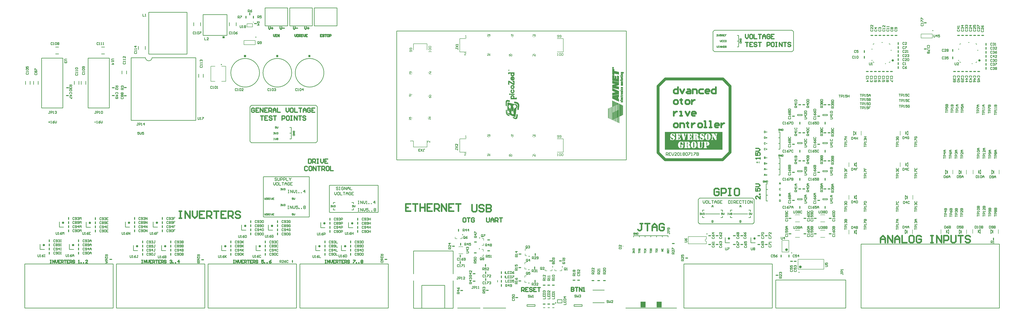
<source format=gto>
G04*
G04 #@! TF.GenerationSoftware,Altium Limited,Altium Designer,18.0.12 (696)*
G04*
G04 Layer_Color=65535*
%FSLAX25Y25*%
%MOIN*%
G70*
G01*
G75*
%ADD10C,0.01000*%
%ADD11C,0.02000*%
%ADD12C,0.00984*%
%ADD13C,0.01200*%
%ADD14C,0.02362*%
%ADD15C,0.00394*%
%ADD16C,0.00787*%
%ADD17C,0.01500*%
%ADD18C,0.00600*%
%ADD19C,0.01968*%
%ADD20C,0.01181*%
%ADD21C,0.05000*%
%ADD22C,0.00300*%
%ADD23C,0.00050*%
%ADD24C,0.00100*%
%ADD25C,0.02500*%
%ADD26C,0.03000*%
%ADD27C,0.00500*%
%ADD28C,0.00400*%
%ADD29R,0.08661X0.10236*%
G36*
X1478300Y432108D02*
X1477300D01*
Y433608D01*
X1478300D01*
Y432108D01*
D02*
G37*
G36*
X1500640Y427503D02*
X1502140D01*
Y426504D01*
X1500640D01*
Y427503D01*
D02*
G37*
G36*
X1478300Y451793D02*
X1477300D01*
Y453293D01*
X1478300D01*
Y451793D01*
D02*
G37*
G36*
X1494734Y463803D02*
X1496234D01*
Y464804D01*
X1494734D01*
Y463803D01*
D02*
G37*
G36*
X1510700Y449825D02*
X1511700D01*
Y451325D01*
X1510700D01*
Y449825D01*
D02*
G37*
G36*
X1629300Y432108D02*
X1628300D01*
Y433608D01*
X1629300D01*
Y432108D01*
D02*
G37*
G36*
X1651640Y427503D02*
X1653140D01*
Y426504D01*
X1651640D01*
Y427503D01*
D02*
G37*
G36*
X1661700Y449825D02*
X1662700D01*
Y451325D01*
X1661700D01*
Y449825D01*
D02*
G37*
G36*
X1629300Y451793D02*
X1628300D01*
Y453293D01*
X1629300D01*
Y451793D01*
D02*
G37*
G36*
X1645734Y463803D02*
X1647234D01*
Y464804D01*
X1645734D01*
Y463803D01*
D02*
G37*
G36*
X1217500Y293630D02*
Y277000D01*
X1117000D01*
Y293630D01*
Y307971D01*
X1217500D01*
Y293630D01*
D02*
G37*
G36*
X499495Y438808D02*
X495996D01*
Y442307D01*
X499495D01*
Y438808D01*
D02*
G37*
G36*
X443380Y438808D02*
X439881D01*
Y442307D01*
X443380D01*
Y438808D01*
D02*
G37*
G36*
X387266D02*
X383767D01*
Y442307D01*
X387266D01*
Y438808D01*
D02*
G37*
G36*
X349921Y471590D02*
X346422D01*
Y475090D01*
X349921D01*
Y471590D01*
D02*
G37*
%LPC*%
G36*
X1164603Y305198D02*
X1160994D01*
Y303921D01*
X1161364Y303866D01*
X1161679Y303791D01*
X1161956Y303699D01*
X1162178Y303588D01*
X1162363Y303495D01*
X1162474Y303421D01*
X1162567Y303366D01*
X1162586Y303347D01*
X1162789Y303162D01*
X1162956Y302959D01*
X1163104Y302736D01*
X1163215Y302514D01*
X1163307Y302311D01*
X1163381Y302163D01*
X1163418Y302052D01*
X1163437Y302033D01*
Y302015D01*
X1163511Y301830D01*
X1163566Y301718D01*
X1163622Y301644D01*
X1163641Y301626D01*
X1163752Y301570D01*
X1163881Y301552D01*
X1163974Y301533D01*
X1164011D01*
X1164214Y301552D01*
X1164344Y301626D01*
X1164437Y301681D01*
X1164455Y301700D01*
X1164548Y301848D01*
X1164585Y301996D01*
X1164603Y302107D01*
Y302144D01*
Y302163D01*
Y305198D01*
D02*
G37*
G36*
X1144483D02*
X1140873D01*
Y303921D01*
X1141243Y303866D01*
X1141558Y303791D01*
X1141836Y303699D01*
X1142058Y303588D01*
X1142243Y303495D01*
X1142354Y303421D01*
X1142447Y303366D01*
X1142465Y303347D01*
X1142669Y303162D01*
X1142835Y302959D01*
X1142983Y302736D01*
X1143094Y302514D01*
X1143187Y302311D01*
X1143261Y302163D01*
X1143298Y302052D01*
X1143317Y302033D01*
Y302015D01*
X1143391Y301830D01*
X1143446Y301718D01*
X1143502Y301644D01*
X1143520Y301626D01*
X1143631Y301570D01*
X1143761Y301552D01*
X1143853Y301533D01*
X1143890D01*
X1144094Y301552D01*
X1144224Y301626D01*
X1144316Y301681D01*
X1144335Y301700D01*
X1144427Y301848D01*
X1144464Y301996D01*
X1144483Y302107D01*
Y302144D01*
Y302163D01*
Y305198D01*
D02*
G37*
G36*
X1182076Y305365D02*
X1181966D01*
Y304180D01*
X1182299Y304088D01*
X1182595Y303995D01*
X1182835Y303884D01*
X1183057Y303791D01*
X1183206Y303699D01*
X1183335Y303643D01*
X1183409Y303588D01*
X1183428Y303569D01*
X1183539Y303366D01*
X1183650Y303181D01*
X1183724Y303014D01*
X1183798Y302885D01*
X1183872Y302773D01*
X1183909Y302681D01*
X1183946Y302625D01*
Y302607D01*
X1184076Y302311D01*
X1184168Y302070D01*
X1184205Y301959D01*
X1184224Y301885D01*
X1184242Y301830D01*
Y301811D01*
X1184279Y301681D01*
X1184298Y301570D01*
X1184335Y301496D01*
Y301478D01*
X1184390Y301404D01*
X1184427Y301348D01*
X1184464Y301311D01*
X1184483Y301293D01*
X1184631Y301200D01*
X1184779Y301163D01*
X1184871Y301145D01*
X1184908D01*
X1185020Y301163D01*
X1185112Y301182D01*
X1185260Y301256D01*
X1185353Y301311D01*
X1185390Y301348D01*
X1185501Y301515D01*
X1185556Y301681D01*
X1185575Y301737D01*
Y301793D01*
Y301830D01*
Y301848D01*
Y304513D01*
X1185556Y304773D01*
X1185501Y304958D01*
X1185482Y305032D01*
X1185445Y305087D01*
X1185427Y305106D01*
Y305124D01*
X1185371Y305198D01*
X1185297Y305254D01*
X1185149Y305328D01*
X1185020Y305346D01*
X1184964D01*
X1184871Y305328D01*
X1184779Y305309D01*
X1184631Y305217D01*
X1184538Y305106D01*
X1184501Y305087D01*
Y305069D01*
X1184316Y304810D01*
X1184187D01*
X1184113Y304828D01*
X1184057Y304847D01*
X1184039D01*
X1183817Y304939D01*
X1183613Y305013D01*
X1183428Y305087D01*
X1183280Y305143D01*
X1183169Y305180D01*
X1183076Y305198D01*
X1183020Y305217D01*
X1183002D01*
X1182854Y305254D01*
X1182687Y305291D01*
X1182354Y305328D01*
X1182188Y305346D01*
X1182076Y305365D01*
D02*
G37*
G36*
X1130767D02*
X1130656D01*
Y304180D01*
X1130989Y304088D01*
X1131285Y303995D01*
X1131526Y303884D01*
X1131748Y303791D01*
X1131896Y303699D01*
X1132026Y303643D01*
X1132100Y303588D01*
X1132118Y303569D01*
X1132229Y303366D01*
X1132340Y303181D01*
X1132414Y303014D01*
X1132488Y302885D01*
X1132562Y302773D01*
X1132599Y302681D01*
X1132636Y302625D01*
Y302607D01*
X1132766Y302311D01*
X1132858Y302070D01*
X1132895Y301959D01*
X1132914Y301885D01*
X1132932Y301830D01*
Y301811D01*
X1132969Y301681D01*
X1132988Y301570D01*
X1133025Y301496D01*
Y301478D01*
X1133080Y301404D01*
X1133118Y301348D01*
X1133155Y301311D01*
X1133173Y301293D01*
X1133321Y301200D01*
X1133469Y301163D01*
X1133562Y301145D01*
X1133599D01*
X1133710Y301163D01*
X1133802Y301182D01*
X1133951Y301256D01*
X1134043Y301311D01*
X1134080Y301348D01*
X1134191Y301515D01*
X1134247Y301681D01*
X1134265Y301737D01*
Y301793D01*
Y301830D01*
Y301848D01*
Y304513D01*
X1134247Y304773D01*
X1134191Y304958D01*
X1134173Y305032D01*
X1134136Y305087D01*
X1134117Y305106D01*
Y305124D01*
X1134062Y305198D01*
X1133988Y305254D01*
X1133840Y305328D01*
X1133710Y305346D01*
X1133654D01*
X1133562Y305328D01*
X1133469Y305309D01*
X1133321Y305217D01*
X1133229Y305106D01*
X1133192Y305087D01*
Y305069D01*
X1133006Y304810D01*
X1132877D01*
X1132803Y304828D01*
X1132747Y304847D01*
X1132729D01*
X1132507Y304939D01*
X1132303Y305013D01*
X1132118Y305087D01*
X1131970Y305143D01*
X1131859Y305180D01*
X1131766Y305198D01*
X1131711Y305217D01*
X1131692D01*
X1131544Y305254D01*
X1131378Y305291D01*
X1131044Y305328D01*
X1130878Y305346D01*
X1130767Y305365D01*
D02*
G37*
G36*
X1207454Y305198D02*
X1205362D01*
X1205122Y305180D01*
X1204936Y305124D01*
X1204825Y305069D01*
X1204807Y305050D01*
X1204788D01*
X1204677Y304921D01*
X1204622Y304773D01*
X1204603Y304661D01*
Y304625D01*
Y304606D01*
X1204622Y304476D01*
X1204640Y304365D01*
X1204659Y304291D01*
X1204677Y304273D01*
X1204770Y304180D01*
X1204862Y304106D01*
X1204955Y304051D01*
X1204992Y304032D01*
X1205159Y303940D01*
X1205288Y303847D01*
X1205399Y303754D01*
X1205473Y303680D01*
X1205547Y303588D01*
X1205584Y303532D01*
X1205621Y303495D01*
Y303477D01*
X1205677Y303347D01*
X1205732Y303199D01*
X1205788Y302885D01*
X1205806Y302755D01*
Y302644D01*
Y302570D01*
Y302533D01*
Y300256D01*
X1207010Y298683D01*
Y302533D01*
Y302736D01*
X1207028Y302903D01*
X1207065Y303070D01*
X1207084Y303199D01*
X1207121Y303310D01*
X1207139Y303384D01*
X1207158Y303440D01*
Y303458D01*
X1207232Y303569D01*
X1207306Y303662D01*
X1207491Y303829D01*
X1207565Y303884D01*
X1207639Y303921D01*
X1207676Y303958D01*
X1207694D01*
X1207805Y304014D01*
X1207898Y304069D01*
X1208046Y304162D01*
X1208120Y304217D01*
X1208139Y304236D01*
X1208213Y304347D01*
X1208231Y304458D01*
X1208250Y304551D01*
Y304588D01*
X1208231Y304754D01*
X1208176Y304865D01*
X1208120Y304939D01*
X1208102Y304958D01*
X1208009Y305032D01*
X1207898Y305106D01*
X1207657Y305161D01*
X1207546Y305180D01*
X1207454Y305198D01*
D02*
G37*
G36*
X1154515D02*
X1152386D01*
X1152127Y305180D01*
X1151942Y305124D01*
X1151868Y305087D01*
X1151813Y305050D01*
X1151794Y305032D01*
X1151776D01*
X1151702Y304976D01*
X1151646Y304902D01*
X1151591Y304754D01*
X1151554Y304625D01*
Y304588D01*
Y304569D01*
X1151572Y304421D01*
X1151609Y304310D01*
X1151683Y304199D01*
X1151757Y304125D01*
X1151813Y304069D01*
X1151887Y304032D01*
X1151924Y304014D01*
X1151942D01*
X1152201Y303921D01*
X1152349Y303829D01*
X1152460Y303736D01*
X1152534Y303662D01*
X1152553Y303643D01*
Y303625D01*
X1152590Y303495D01*
X1152627Y303403D01*
Y303329D01*
Y303310D01*
Y303273D01*
X1152609Y303236D01*
X1152572Y303107D01*
X1152553Y302996D01*
X1152534Y302959D01*
Y302940D01*
X1151591Y299497D01*
X1152183Y297813D01*
X1153608Y302533D01*
X1153682Y302736D01*
X1153738Y302922D01*
X1153812Y303070D01*
X1153867Y303199D01*
X1153923Y303292D01*
X1153960Y303366D01*
X1153978Y303403D01*
X1153997Y303421D01*
X1154071Y303532D01*
X1154163Y303625D01*
X1154237Y303699D01*
X1154293Y303754D01*
X1154385Y303829D01*
X1154423Y303847D01*
X1154774Y304032D01*
X1154941Y304125D01*
X1155070Y304199D01*
X1155126Y304254D01*
X1155145Y304273D01*
X1155200Y304384D01*
X1155219Y304495D01*
X1155237Y304569D01*
Y304606D01*
X1155219Y304717D01*
X1155200Y304810D01*
X1155089Y304958D01*
X1154996Y305050D01*
X1154959Y305087D01*
X1154941D01*
X1154867Y305124D01*
X1154793Y305161D01*
X1154608Y305180D01*
X1154515Y305198D01*
D02*
G37*
G36*
X1162659Y302015D02*
X1162604D01*
X1162437Y301996D01*
X1162308Y301940D01*
X1162234Y301867D01*
X1162197Y301848D01*
X1162104Y301700D01*
X1162030Y301533D01*
X1162012Y301459D01*
X1161993Y301404D01*
X1161975Y301367D01*
Y301348D01*
X1161938Y301200D01*
X1161882Y301071D01*
X1161845Y300959D01*
X1161790Y300849D01*
X1161753Y300774D01*
X1161716Y300719D01*
X1161697Y300700D01*
X1161679Y300682D01*
X1161586Y300589D01*
X1161475Y300497D01*
X1161234Y300349D01*
X1161123Y300275D01*
X1161049Y300219D01*
X1160975Y300201D01*
X1160957Y300182D01*
Y299016D01*
X1161123Y298960D01*
X1161253Y298905D01*
X1161382Y298849D01*
X1161475Y298775D01*
X1161549Y298720D01*
X1161604Y298664D01*
X1161623Y298646D01*
X1161642Y298627D01*
X1161716Y298516D01*
X1161790Y298405D01*
X1161901Y298146D01*
X1161938Y298035D01*
X1161975Y297942D01*
X1161993Y297868D01*
Y297850D01*
X1162067Y297646D01*
X1162141Y297498D01*
X1162197Y297424D01*
X1162215Y297387D01*
X1162345Y297294D01*
X1162474Y297257D01*
X1162586Y297239D01*
X1162623D01*
X1162734Y297257D01*
X1162845Y297276D01*
X1162974Y297350D01*
X1163067Y297406D01*
X1163085Y297443D01*
X1163122Y297535D01*
X1163159Y297628D01*
X1163196Y297831D01*
X1163215Y297924D01*
Y297998D01*
Y298053D01*
Y298072D01*
Y301145D01*
Y301293D01*
X1163196Y301404D01*
X1163178Y301496D01*
Y301570D01*
X1163159Y301626D01*
X1163141Y301663D01*
X1163122Y301700D01*
X1163067Y301811D01*
X1162993Y301885D01*
X1162900Y301940D01*
X1162808Y301978D01*
X1162734Y301996D01*
X1162659Y302015D01*
D02*
G37*
G36*
X1142539D02*
X1142484D01*
X1142317Y301996D01*
X1142188Y301940D01*
X1142113Y301867D01*
X1142076Y301848D01*
X1141984Y301700D01*
X1141910Y301533D01*
X1141891Y301459D01*
X1141873Y301404D01*
X1141854Y301367D01*
Y301348D01*
X1141817Y301200D01*
X1141762Y301071D01*
X1141725Y300959D01*
X1141669Y300849D01*
X1141632Y300774D01*
X1141595Y300719D01*
X1141577Y300700D01*
X1141558Y300682D01*
X1141466Y300589D01*
X1141354Y300497D01*
X1141114Y300349D01*
X1141003Y300275D01*
X1140929Y300219D01*
X1140855Y300201D01*
X1140836Y300182D01*
Y299016D01*
X1141003Y298960D01*
X1141132Y298905D01*
X1141262Y298849D01*
X1141354Y298775D01*
X1141428Y298720D01*
X1141484Y298664D01*
X1141503Y298646D01*
X1141521Y298627D01*
X1141595Y298516D01*
X1141669Y298405D01*
X1141780Y298146D01*
X1141817Y298035D01*
X1141854Y297942D01*
X1141873Y297868D01*
Y297850D01*
X1141947Y297646D01*
X1142021Y297498D01*
X1142076Y297424D01*
X1142095Y297387D01*
X1142225Y297294D01*
X1142354Y297257D01*
X1142465Y297239D01*
X1142502D01*
X1142613Y297257D01*
X1142724Y297276D01*
X1142854Y297350D01*
X1142946Y297406D01*
X1142965Y297443D01*
X1143002Y297535D01*
X1143039Y297628D01*
X1143076Y297831D01*
X1143094Y297924D01*
Y297998D01*
Y298053D01*
Y298072D01*
Y301145D01*
Y301293D01*
X1143076Y301404D01*
X1143057Y301496D01*
Y301570D01*
X1143039Y301626D01*
X1143020Y301663D01*
X1143002Y301700D01*
X1142946Y301811D01*
X1142872Y301885D01*
X1142780Y301940D01*
X1142687Y301978D01*
X1142613Y301996D01*
X1142539Y302015D01*
D02*
G37*
G36*
X1202623Y305198D02*
X1198773D01*
X1198587Y305180D01*
X1198458D01*
X1198347Y305161D01*
X1198273Y305143D01*
X1198217D01*
X1198180Y305124D01*
X1198069Y305050D01*
X1197995Y304976D01*
X1197940Y304921D01*
X1197921Y304884D01*
X1197865Y304773D01*
X1197847Y304661D01*
X1197828Y304588D01*
Y304551D01*
X1197847Y304421D01*
X1197884Y304310D01*
X1197903Y304236D01*
X1197921Y304217D01*
X1198014Y304125D01*
X1198106Y304069D01*
X1198180Y304032D01*
X1198199Y304014D01*
X1198439Y303921D01*
X1198569Y303866D01*
X1198662Y303810D01*
X1198717Y303773D01*
X1198736Y303754D01*
X1198773Y303717D01*
X1198810Y303662D01*
X1198902Y303532D01*
X1198976Y303421D01*
X1198995Y303384D01*
Y303366D01*
X1204511Y293852D01*
X1207010D01*
Y297609D01*
X1202623Y305198D01*
D02*
G37*
G36*
X1198976Y302348D02*
Y296443D01*
X1198958Y296091D01*
X1198884Y295795D01*
X1198791Y295555D01*
X1198699Y295370D01*
X1198587Y295221D01*
X1198495Y295129D01*
X1198421Y295073D01*
X1198402Y295055D01*
X1198273Y294981D01*
X1198143Y294925D01*
X1198069Y294870D01*
X1197995Y294833D01*
X1197940Y294796D01*
X1197903Y294759D01*
X1197884Y294740D01*
X1197828Y294648D01*
X1197810Y294536D01*
X1197791Y294462D01*
Y294426D01*
X1197810Y294333D01*
X1197828Y294240D01*
X1197940Y294092D01*
X1198069Y294000D01*
X1198236Y293926D01*
X1198402Y293889D01*
X1198550Y293870D01*
X1198643Y293852D01*
X1200716D01*
X1200846Y293870D01*
X1200957Y293889D01*
X1201031Y293926D01*
X1201105Y293944D01*
X1201142Y293963D01*
X1201179Y293981D01*
X1201253Y294055D01*
X1201327Y294129D01*
X1201382Y294277D01*
X1201420Y294389D01*
Y294407D01*
Y294426D01*
X1201401Y294536D01*
X1201364Y294648D01*
X1201271Y294796D01*
X1201160Y294888D01*
X1201123Y294925D01*
X1201105D01*
X1200864Y295055D01*
X1200642Y295221D01*
X1200475Y295388D01*
X1200420Y295462D01*
X1200383Y295518D01*
X1200346Y295555D01*
Y295573D01*
X1200290Y295703D01*
X1200253Y295851D01*
X1200198Y296128D01*
Y296258D01*
X1200179Y296351D01*
Y296425D01*
Y296443D01*
Y300793D01*
X1198976Y302348D01*
D02*
G37*
G36*
X1170563Y305198D02*
X1166565D01*
X1166325Y305180D01*
X1166158Y305124D01*
X1166047Y305050D01*
X1166028Y305032D01*
X1166010D01*
X1165936Y304976D01*
X1165899Y304902D01*
X1165825Y304773D01*
X1165806Y304661D01*
Y304606D01*
X1165825Y304439D01*
X1165880Y304310D01*
X1165936Y304217D01*
X1166028Y304143D01*
X1166102Y304088D01*
X1166158Y304051D01*
X1166213Y304014D01*
X1166232D01*
X1166306Y303977D01*
X1166380Y303958D01*
X1166454Y303921D01*
X1166491Y303903D01*
X1166528Y303884D01*
X1166547Y303866D01*
X1166584Y303773D01*
X1166621Y303680D01*
Y303588D01*
Y303569D01*
Y303551D01*
Y295480D01*
X1166602Y295333D01*
X1166584Y295240D01*
X1166565Y295184D01*
X1166547Y295166D01*
X1166510Y295129D01*
X1166491Y295110D01*
X1166473D01*
X1166436Y295092D01*
X1166362Y295073D01*
X1166269Y295036D01*
X1166251Y295018D01*
X1166232D01*
X1166084Y294944D01*
X1165991Y294870D01*
X1165917Y294759D01*
X1165862Y294666D01*
X1165825Y294574D01*
X1165806Y294499D01*
Y294426D01*
X1165825Y294314D01*
X1165843Y294240D01*
X1165917Y294092D01*
X1165973Y294018D01*
X1166010Y293981D01*
X1166176Y293907D01*
X1166362Y293870D01*
X1166436Y293852D01*
X1170804D01*
X1170915Y293870D01*
X1171026Y293889D01*
X1171100Y293907D01*
X1171174Y293926D01*
X1171211Y293944D01*
X1171248Y293963D01*
X1171359Y294037D01*
X1171433Y294111D01*
X1171489Y294203D01*
X1171526Y294277D01*
X1171563Y294389D01*
Y294426D01*
Y294444D01*
X1171544Y294611D01*
X1171470Y294740D01*
X1171378Y294851D01*
X1171267Y294925D01*
X1171137Y294981D01*
X1171045Y295036D01*
X1170971Y295055D01*
X1170952D01*
X1170822Y295092D01*
X1170748Y295110D01*
X1170730Y295129D01*
X1170711D01*
X1170674Y295147D01*
X1170637Y295184D01*
X1170619Y295221D01*
X1170600Y295240D01*
X1170582Y295258D01*
Y295295D01*
X1170563Y295407D01*
Y295499D01*
Y295518D01*
Y295536D01*
Y305198D01*
D02*
G37*
G36*
X1164177Y297628D02*
X1164122D01*
X1163955Y297609D01*
X1163844Y297572D01*
X1163752Y297517D01*
X1163733Y297498D01*
X1163641Y297369D01*
X1163566Y297220D01*
X1163529Y297109D01*
X1163511Y297072D01*
Y297054D01*
X1163437Y296869D01*
X1163381Y296721D01*
X1163307Y296591D01*
X1163252Y296462D01*
X1163196Y296388D01*
X1163159Y296314D01*
X1163141Y296276D01*
X1163122Y296258D01*
X1162974Y296036D01*
X1162808Y295851D01*
X1162734Y295777D01*
X1162678Y295721D01*
X1162641Y295684D01*
X1162623Y295666D01*
X1162382Y295480D01*
X1162178Y295351D01*
X1162086Y295314D01*
X1162030Y295277D01*
X1161993Y295258D01*
X1161975D01*
X1161845Y295203D01*
X1161697Y295166D01*
X1161382Y295092D01*
X1161234Y295055D01*
X1161123Y295036D01*
X1161049Y295018D01*
X1161012D01*
Y293852D01*
X1164714D01*
Y296850D01*
X1164696Y297091D01*
X1164640Y297276D01*
X1164585Y297387D01*
X1164566Y297424D01*
X1164511Y297498D01*
X1164437Y297535D01*
X1164288Y297609D01*
X1164177Y297628D01*
D02*
G37*
G36*
X1160642Y305198D02*
X1156644D01*
X1156403Y305180D01*
X1156236Y305124D01*
X1156126Y305050D01*
X1156107Y305032D01*
X1156089D01*
X1156014Y304976D01*
X1155977Y304902D01*
X1155903Y304773D01*
X1155885Y304661D01*
Y304606D01*
X1155903Y304439D01*
X1155959Y304310D01*
X1156014Y304217D01*
X1156107Y304143D01*
X1156181Y304088D01*
X1156236Y304051D01*
X1156292Y304014D01*
X1156311D01*
X1156385Y303977D01*
X1156459Y303958D01*
X1156533Y303921D01*
X1156570Y303903D01*
X1156607Y303884D01*
X1156625Y303866D01*
X1156662Y303773D01*
X1156699Y303680D01*
Y303588D01*
Y303569D01*
Y303551D01*
Y295480D01*
X1156681Y295333D01*
X1156662Y295240D01*
X1156644Y295184D01*
X1156625Y295166D01*
X1156588Y295129D01*
X1156570Y295110D01*
X1156551D01*
X1156514Y295092D01*
X1156440Y295073D01*
X1156348Y295036D01*
X1156329Y295018D01*
X1156311D01*
X1156162Y294944D01*
X1156070Y294870D01*
X1155996Y294759D01*
X1155940Y294666D01*
X1155903Y294574D01*
X1155885Y294499D01*
Y294426D01*
X1155903Y294314D01*
X1155922Y294240D01*
X1155996Y294092D01*
X1156051Y294018D01*
X1156089Y293981D01*
X1156255Y293907D01*
X1156440Y293870D01*
X1156514Y293852D01*
X1160642D01*
Y305198D01*
D02*
G37*
G36*
X1149962D02*
X1146019D01*
X1145889Y305180D01*
X1145778Y305161D01*
X1145686Y305124D01*
X1145612Y305106D01*
X1145556Y305069D01*
X1145538Y305050D01*
X1145519D01*
X1145427Y304976D01*
X1145353Y304884D01*
X1145316Y304810D01*
X1145279Y304717D01*
X1145260Y304643D01*
X1145242Y304588D01*
Y304532D01*
X1145260Y304365D01*
X1145297Y304254D01*
X1145334Y304180D01*
X1145353Y304162D01*
X1145464Y304088D01*
X1145593Y304014D01*
X1145704Y303958D01*
X1145723Y303940D01*
X1145741D01*
X1145797Y303903D01*
X1145834Y303866D01*
X1145852Y303847D01*
Y303829D01*
X1145889Y303773D01*
X1145926Y303699D01*
X1145945Y303643D01*
X1145963Y303606D01*
X1148851Y293852D01*
X1151257D01*
X1152053Y296832D01*
X1150184Y303403D01*
X1150165Y303477D01*
Y303551D01*
Y303606D01*
Y303625D01*
Y303717D01*
X1150184Y303791D01*
X1150202Y303829D01*
Y303847D01*
X1150258Y303903D01*
X1150332Y303958D01*
X1150406Y303977D01*
X1150424Y303995D01*
X1150554Y304069D01*
X1150646Y304162D01*
X1150721Y304273D01*
X1150758Y304365D01*
X1150795Y304458D01*
X1150813Y304513D01*
Y304569D01*
Y304588D01*
X1150795Y304680D01*
X1150776Y304773D01*
X1150739Y304828D01*
X1150721Y304847D01*
X1150665Y304939D01*
X1150609Y305013D01*
X1150554Y305050D01*
X1150535Y305069D01*
X1150443Y305124D01*
X1150350Y305143D01*
X1150276Y305161D01*
X1150258D01*
X1150202Y305180D01*
X1150110D01*
X1149962Y305198D01*
D02*
G37*
G36*
X1144057Y297628D02*
X1144001D01*
X1143835Y297609D01*
X1143724Y297572D01*
X1143631Y297517D01*
X1143613Y297498D01*
X1143520Y297369D01*
X1143446Y297220D01*
X1143409Y297109D01*
X1143391Y297072D01*
Y297054D01*
X1143317Y296869D01*
X1143261Y296721D01*
X1143187Y296591D01*
X1143132Y296462D01*
X1143076Y296388D01*
X1143039Y296314D01*
X1143020Y296276D01*
X1143002Y296258D01*
X1142854Y296036D01*
X1142687Y295851D01*
X1142613Y295777D01*
X1142558Y295721D01*
X1142521Y295684D01*
X1142502Y295666D01*
X1142262Y295480D01*
X1142058Y295351D01*
X1141965Y295314D01*
X1141910Y295277D01*
X1141873Y295258D01*
X1141854D01*
X1141725Y295203D01*
X1141577Y295166D01*
X1141262Y295092D01*
X1141114Y295055D01*
X1141003Y295036D01*
X1140929Y295018D01*
X1140892D01*
Y293852D01*
X1144594D01*
Y296850D01*
X1144575Y297091D01*
X1144520Y297276D01*
X1144464Y297387D01*
X1144446Y297424D01*
X1144390Y297498D01*
X1144316Y297535D01*
X1144168Y297609D01*
X1144057Y297628D01*
D02*
G37*
G36*
X1140522Y305198D02*
X1136523D01*
X1136283Y305180D01*
X1136116Y305124D01*
X1136005Y305050D01*
X1135987Y305032D01*
X1135968D01*
X1135894Y304976D01*
X1135857Y304902D01*
X1135783Y304773D01*
X1135765Y304661D01*
Y304606D01*
X1135783Y304439D01*
X1135839Y304310D01*
X1135894Y304217D01*
X1135987Y304143D01*
X1136061Y304088D01*
X1136116Y304051D01*
X1136172Y304014D01*
X1136190D01*
X1136264Y303977D01*
X1136338Y303958D01*
X1136412Y303921D01*
X1136449Y303903D01*
X1136486Y303884D01*
X1136505Y303866D01*
X1136542Y303773D01*
X1136579Y303680D01*
Y303588D01*
Y303569D01*
Y303551D01*
Y295480D01*
X1136560Y295333D01*
X1136542Y295240D01*
X1136523Y295184D01*
X1136505Y295166D01*
X1136468Y295129D01*
X1136449Y295110D01*
X1136431D01*
X1136394Y295092D01*
X1136320Y295073D01*
X1136227Y295036D01*
X1136209Y295018D01*
X1136190D01*
X1136042Y294944D01*
X1135950Y294870D01*
X1135876Y294759D01*
X1135820Y294666D01*
X1135783Y294574D01*
X1135765Y294499D01*
Y294426D01*
X1135783Y294314D01*
X1135802Y294240D01*
X1135876Y294092D01*
X1135931Y294018D01*
X1135968Y293981D01*
X1136135Y293907D01*
X1136320Y293870D01*
X1136394Y293852D01*
X1140522D01*
Y305198D01*
D02*
G37*
G36*
X1192090Y305402D02*
X1191979D01*
Y304254D01*
X1192090Y304217D01*
X1192183Y304162D01*
X1192331Y304106D01*
X1192405Y304069D01*
X1192424Y304051D01*
X1192498Y303977D01*
X1192553Y303921D01*
X1192590Y303847D01*
X1192609Y303829D01*
X1192683Y303643D01*
X1192720Y303458D01*
X1192738Y303366D01*
Y303292D01*
Y303255D01*
Y303236D01*
Y296017D01*
Y295795D01*
X1192701Y295610D01*
X1192683Y295462D01*
X1192646Y295333D01*
X1192609Y295240D01*
X1192572Y295166D01*
X1192553Y295129D01*
X1192535Y295110D01*
X1192479Y295036D01*
X1192424Y294981D01*
X1192387Y294962D01*
X1192368Y294944D01*
X1192331Y294925D01*
X1192276Y294907D01*
X1192146Y294851D01*
X1192035Y294833D01*
X1191998Y294814D01*
X1191979D01*
Y293648D01*
X1192350Y293685D01*
X1192720Y293741D01*
X1193053Y293815D01*
X1193368Y293926D01*
X1193664Y294018D01*
X1193923Y294148D01*
X1194182Y294259D01*
X1194404Y294389D01*
X1194589Y294499D01*
X1194774Y294611D01*
X1194923Y294722D01*
X1195052Y294814D01*
X1195145Y294907D01*
X1195219Y294962D01*
X1195256Y294999D01*
X1195274Y295018D01*
X1195570Y295333D01*
X1195811Y295684D01*
X1196033Y296036D01*
X1196218Y296406D01*
X1196385Y296776D01*
X1196514Y297147D01*
X1196625Y297517D01*
X1196718Y297868D01*
X1196792Y298201D01*
X1196829Y298516D01*
X1196866Y298794D01*
X1196903Y299035D01*
Y299220D01*
X1196922Y299368D01*
Y299497D01*
X1196903Y300034D01*
X1196848Y300534D01*
X1196755Y301015D01*
X1196662Y301441D01*
X1196514Y301867D01*
X1196385Y302237D01*
X1196218Y302588D01*
X1196070Y302885D01*
X1195903Y303162D01*
X1195737Y303403D01*
X1195607Y303606D01*
X1195478Y303791D01*
X1195367Y303921D01*
X1195274Y304014D01*
X1195219Y304069D01*
X1195200Y304088D01*
X1194960Y304310D01*
X1194719Y304495D01*
X1194478Y304661D01*
X1194275Y304791D01*
X1194090Y304902D01*
X1193941Y304976D01*
X1193849Y305013D01*
X1193812Y305032D01*
X1193516Y305143D01*
X1193201Y305235D01*
X1192905Y305291D01*
X1192609Y305346D01*
X1192368Y305365D01*
X1192165Y305383D01*
X1192090Y305402D01*
D02*
G37*
G36*
X1191665D02*
X1191276Y305383D01*
X1190906Y305328D01*
X1190591Y305272D01*
X1190332Y305198D01*
X1190110Y305143D01*
X1189943Y305087D01*
X1189851Y305050D01*
X1189814Y305032D01*
X1189536Y304902D01*
X1189277Y304754D01*
X1189055Y304588D01*
X1188851Y304439D01*
X1188666Y304310D01*
X1188536Y304199D01*
X1188463Y304125D01*
X1188425Y304088D01*
X1188129Y303754D01*
X1187870Y303421D01*
X1187648Y303088D01*
X1187463Y302773D01*
X1187333Y302496D01*
X1187278Y302385D01*
X1187222Y302292D01*
X1187185Y302200D01*
X1187167Y302144D01*
X1187148Y302107D01*
Y302089D01*
X1187019Y301644D01*
X1186908Y301200D01*
X1186834Y300756D01*
X1186797Y300367D01*
X1186778Y300182D01*
X1186759Y300015D01*
Y299867D01*
X1186741Y299738D01*
Y299497D01*
X1186759Y298979D01*
X1186815Y298479D01*
X1186889Y298016D01*
X1187000Y297591D01*
X1187111Y297183D01*
X1187259Y296813D01*
X1187389Y296480D01*
X1187556Y296184D01*
X1187704Y295906D01*
X1187852Y295684D01*
X1187981Y295480D01*
X1188092Y295314D01*
X1188203Y295184D01*
X1188277Y295092D01*
X1188333Y295036D01*
X1188351Y295018D01*
X1188592Y294796D01*
X1188851Y294611D01*
X1189129Y294444D01*
X1189406Y294296D01*
X1189684Y294166D01*
X1189962Y294055D01*
X1190480Y293870D01*
X1190721Y293815D01*
X1190943Y293759D01*
X1191146Y293722D01*
X1191331Y293685D01*
X1191461Y293667D01*
X1191572D01*
X1191646Y293648D01*
X1191665D01*
Y294796D01*
X1191498Y294851D01*
X1191368Y294907D01*
X1191276Y294962D01*
X1191202Y295018D01*
X1191146Y295055D01*
X1191109Y295092D01*
X1191072Y295129D01*
X1191017Y295240D01*
X1190980Y295370D01*
X1190943Y295666D01*
X1190924Y295795D01*
Y295906D01*
Y295980D01*
Y296017D01*
Y303236D01*
Y303384D01*
X1190943Y303532D01*
X1190961Y303643D01*
X1190998Y303736D01*
X1191017Y303791D01*
X1191035Y303847D01*
X1191054Y303884D01*
X1191109Y303958D01*
X1191202Y304032D01*
X1191406Y304143D01*
X1191498Y304199D01*
X1191591Y304217D01*
X1191646Y304254D01*
X1191665D01*
Y305402D01*
D02*
G37*
G36*
X1181688D02*
X1181096Y305346D01*
X1180577Y305254D01*
X1180133Y305124D01*
X1179929Y305069D01*
X1179763Y304995D01*
X1179596Y304921D01*
X1179448Y304865D01*
X1179337Y304810D01*
X1179245Y304754D01*
X1179170Y304698D01*
X1179096Y304680D01*
X1179078Y304643D01*
X1179059D01*
X1178800Y304439D01*
X1178578Y304236D01*
X1178393Y304014D01*
X1178226Y303791D01*
X1178115Y303606D01*
X1178023Y303458D01*
X1177967Y303366D01*
X1177949Y303347D01*
Y303329D01*
X1177819Y303014D01*
X1177727Y302699D01*
X1177653Y302403D01*
X1177616Y302144D01*
X1177579Y301904D01*
X1177560Y301718D01*
Y301552D01*
X1177579Y301200D01*
X1177634Y300886D01*
X1177708Y300571D01*
X1177801Y300275D01*
X1177930Y300015D01*
X1178060Y299756D01*
X1178208Y299534D01*
X1178356Y299331D01*
X1178504Y299146D01*
X1178652Y298979D01*
X1178782Y298849D01*
X1178911Y298720D01*
X1179004Y298627D01*
X1179078Y298572D01*
X1179133Y298535D01*
X1179152Y298516D01*
X1179393Y298350D01*
X1179615Y298220D01*
X1179707Y298165D01*
X1179781Y298128D01*
X1179818Y298091D01*
X1179837D01*
X1180003Y298016D01*
X1180207Y297924D01*
X1180448Y297813D01*
X1180670Y297702D01*
X1180892Y297609D01*
X1181059Y297535D01*
X1181133Y297498D01*
X1181188Y297480D01*
X1181207Y297461D01*
X1181225D01*
X1181521Y297313D01*
X1181780Y297202D01*
X1181984Y297091D01*
X1182150Y296998D01*
X1182262Y296924D01*
X1182354Y296869D01*
X1182391Y296832D01*
X1182410Y296813D01*
X1182558Y296684D01*
X1182650Y296536D01*
X1182724Y296406D01*
X1182780Y296276D01*
X1182817Y296165D01*
X1182835Y296073D01*
Y296017D01*
Y295999D01*
X1182817Y295851D01*
X1182798Y295703D01*
X1182743Y295573D01*
X1182706Y295480D01*
X1182650Y295407D01*
X1182595Y295351D01*
X1182576Y295314D01*
X1182558Y295295D01*
X1182447Y295203D01*
X1182280Y295110D01*
X1181947Y294962D01*
X1181780Y294907D01*
X1181651Y294870D01*
X1181558Y294851D01*
X1181521Y294833D01*
Y293648D01*
X1181780D01*
X1182003Y293667D01*
X1182225Y293704D01*
X1182410Y293722D01*
X1182576Y293759D01*
X1182687Y293778D01*
X1182780Y293796D01*
X1182798D01*
X1183020Y293852D01*
X1183224Y293926D01*
X1183428Y294000D01*
X1183576Y294055D01*
X1183724Y294111D01*
X1183817Y294166D01*
X1183891Y294185D01*
X1183909Y294203D01*
X1184242Y294407D01*
X1184538Y294648D01*
X1184797Y294888D01*
X1185001Y295110D01*
X1185168Y295314D01*
X1185297Y295480D01*
X1185371Y295592D01*
X1185390Y295610D01*
Y295629D01*
X1185575Y295980D01*
X1185705Y296314D01*
X1185816Y296647D01*
X1185871Y296961D01*
X1185908Y297220D01*
X1185945Y297424D01*
Y297609D01*
X1185927Y297868D01*
X1185890Y298128D01*
X1185834Y298387D01*
X1185760Y298609D01*
X1185575Y299053D01*
X1185371Y299423D01*
X1185260Y299590D01*
X1185168Y299719D01*
X1185057Y299849D01*
X1184983Y299960D01*
X1184908Y300034D01*
X1184853Y300090D01*
X1184816Y300127D01*
X1184797Y300145D01*
X1184705Y300275D01*
X1184612Y300386D01*
X1184390Y300589D01*
X1184298Y300663D01*
X1184224Y300719D01*
X1184168Y300737D01*
X1184150Y300756D01*
X1183983Y300849D01*
X1183798Y300959D01*
X1183613Y301052D01*
X1183428Y301145D01*
X1183261Y301237D01*
X1183132Y301293D01*
X1183039Y301330D01*
X1183002Y301348D01*
X1182798Y301441D01*
X1182595Y301515D01*
X1182280Y301663D01*
X1182003Y301793D01*
X1181799Y301885D01*
X1181651Y301959D01*
X1181558Y302015D01*
X1181503Y302052D01*
X1181484D01*
X1181336Y302144D01*
X1181207Y302237D01*
X1181096Y302311D01*
X1181003Y302385D01*
X1180929Y302459D01*
X1180892Y302514D01*
X1180873Y302533D01*
X1180855Y302551D01*
X1180744Y302773D01*
X1180688Y302977D01*
Y303051D01*
X1180670Y303125D01*
Y303162D01*
Y303181D01*
X1180688Y303310D01*
X1180707Y303421D01*
X1180781Y303606D01*
X1180818Y303680D01*
X1180855Y303736D01*
X1180892Y303754D01*
Y303773D01*
X1180984Y303866D01*
X1181114Y303940D01*
X1181373Y304069D01*
X1181503Y304125D01*
X1181595Y304162D01*
X1181669Y304180D01*
X1181688D01*
Y305402D01*
D02*
G37*
G36*
X1178189Y298238D02*
X1178060D01*
X1177986Y298201D01*
X1177838Y298128D01*
X1177764Y298053D01*
X1177727Y298035D01*
Y298016D01*
X1177634Y297850D01*
X1177579Y297683D01*
Y297628D01*
X1177560Y297572D01*
Y294444D01*
X1177579Y294314D01*
X1177653Y294092D01*
X1177745Y293944D01*
X1177875Y293852D01*
X1177986Y293778D01*
X1178078Y293759D01*
X1178152Y293741D01*
X1178171D01*
X1178263Y293759D01*
X1178356Y293778D01*
X1178486Y293852D01*
X1178578Y293926D01*
X1178615Y293963D01*
X1178726Y294092D01*
X1178782Y294166D01*
X1178819Y294203D01*
X1178874Y294222D01*
X1178930Y294240D01*
X1179041D01*
X1179096Y294222D01*
X1179133Y294203D01*
X1179152Y294185D01*
X1179263Y294148D01*
X1179393Y294092D01*
X1179504Y294037D01*
X1179522Y294018D01*
X1179541D01*
X1179855Y293889D01*
X1180170Y293796D01*
X1180448Y293741D01*
X1180707Y293704D01*
X1180929Y293667D01*
X1181114Y293648D01*
X1181262D01*
Y294851D01*
X1181003Y294907D01*
X1180781Y294962D01*
X1180596Y295036D01*
X1180429Y295110D01*
X1180318Y295166D01*
X1180225Y295221D01*
X1180170Y295240D01*
X1180151Y295258D01*
X1179966Y295462D01*
X1179800Y295647D01*
X1179670Y295832D01*
X1179541Y296017D01*
X1179430Y296147D01*
X1179356Y296276D01*
X1179319Y296351D01*
X1179300Y296369D01*
X1179078Y296813D01*
X1179004Y297035D01*
X1178930Y297239D01*
X1178874Y297406D01*
X1178837Y297535D01*
X1178800Y297609D01*
Y297646D01*
X1178726Y297850D01*
X1178652Y297979D01*
X1178578Y298072D01*
X1178560Y298091D01*
X1178449Y298183D01*
X1178300Y298220D01*
X1178189Y298238D01*
D02*
G37*
G36*
X1130378Y305402D02*
X1129786Y305346D01*
X1129268Y305254D01*
X1128823Y305124D01*
X1128620Y305069D01*
X1128453Y304995D01*
X1128286Y304921D01*
X1128138Y304865D01*
X1128027Y304810D01*
X1127935Y304754D01*
X1127861Y304698D01*
X1127787Y304680D01*
X1127768Y304643D01*
X1127750D01*
X1127491Y304439D01*
X1127268Y304236D01*
X1127083Y304014D01*
X1126917Y303791D01*
X1126806Y303606D01*
X1126713Y303458D01*
X1126658Y303366D01*
X1126639Y303347D01*
Y303329D01*
X1126509Y303014D01*
X1126417Y302699D01*
X1126343Y302403D01*
X1126306Y302144D01*
X1126269Y301904D01*
X1126250Y301718D01*
Y301552D01*
X1126269Y301200D01*
X1126324Y300886D01*
X1126398Y300571D01*
X1126491Y300275D01*
X1126621Y300015D01*
X1126750Y299756D01*
X1126898Y299534D01*
X1127046Y299331D01*
X1127194Y299146D01*
X1127342Y298979D01*
X1127472Y298849D01*
X1127602Y298720D01*
X1127694Y298627D01*
X1127768Y298572D01*
X1127824Y298535D01*
X1127842Y298516D01*
X1128083Y298350D01*
X1128305Y298220D01*
X1128397Y298165D01*
X1128472Y298128D01*
X1128509Y298091D01*
X1128527D01*
X1128694Y298016D01*
X1128897Y297924D01*
X1129138Y297813D01*
X1129360Y297702D01*
X1129582Y297609D01*
X1129749Y297535D01*
X1129823Y297498D01*
X1129878Y297480D01*
X1129897Y297461D01*
X1129915D01*
X1130212Y297313D01*
X1130471Y297202D01*
X1130674Y297091D01*
X1130841Y296998D01*
X1130952Y296924D01*
X1131044Y296869D01*
X1131081Y296832D01*
X1131100Y296813D01*
X1131248Y296684D01*
X1131341Y296536D01*
X1131415Y296406D01*
X1131470Y296276D01*
X1131507Y296165D01*
X1131526Y296073D01*
Y296017D01*
Y295999D01*
X1131507Y295851D01*
X1131489Y295703D01*
X1131433Y295573D01*
X1131396Y295480D01*
X1131341Y295407D01*
X1131285Y295351D01*
X1131267Y295314D01*
X1131248Y295295D01*
X1131137Y295203D01*
X1130970Y295110D01*
X1130637Y294962D01*
X1130471Y294907D01*
X1130341Y294870D01*
X1130249Y294851D01*
X1130212Y294833D01*
Y293648D01*
X1130471D01*
X1130693Y293667D01*
X1130915Y293704D01*
X1131100Y293722D01*
X1131267Y293759D01*
X1131378Y293778D01*
X1131470Y293796D01*
X1131489D01*
X1131711Y293852D01*
X1131914Y293926D01*
X1132118Y294000D01*
X1132266Y294055D01*
X1132414Y294111D01*
X1132507Y294166D01*
X1132581Y294185D01*
X1132599Y294203D01*
X1132932Y294407D01*
X1133229Y294648D01*
X1133488Y294888D01*
X1133691Y295110D01*
X1133858Y295314D01*
X1133988Y295480D01*
X1134062Y295592D01*
X1134080Y295610D01*
Y295629D01*
X1134265Y295980D01*
X1134395Y296314D01*
X1134506Y296647D01*
X1134561Y296961D01*
X1134598Y297220D01*
X1134635Y297424D01*
Y297609D01*
X1134617Y297868D01*
X1134580Y298128D01*
X1134524Y298387D01*
X1134450Y298609D01*
X1134265Y299053D01*
X1134062Y299423D01*
X1133951Y299590D01*
X1133858Y299719D01*
X1133747Y299849D01*
X1133673Y299960D01*
X1133599Y300034D01*
X1133543Y300090D01*
X1133506Y300127D01*
X1133488Y300145D01*
X1133395Y300275D01*
X1133303Y300386D01*
X1133080Y300589D01*
X1132988Y300663D01*
X1132914Y300719D01*
X1132858Y300737D01*
X1132840Y300756D01*
X1132673Y300849D01*
X1132488Y300959D01*
X1132303Y301052D01*
X1132118Y301145D01*
X1131951Y301237D01*
X1131822Y301293D01*
X1131729Y301330D01*
X1131692Y301348D01*
X1131489Y301441D01*
X1131285Y301515D01*
X1130970Y301663D01*
X1130693Y301793D01*
X1130489Y301885D01*
X1130341Y301959D01*
X1130249Y302015D01*
X1130193Y302052D01*
X1130175D01*
X1130026Y302144D01*
X1129897Y302237D01*
X1129786Y302311D01*
X1129693Y302385D01*
X1129619Y302459D01*
X1129582Y302514D01*
X1129564Y302533D01*
X1129545Y302551D01*
X1129434Y302773D01*
X1129379Y302977D01*
Y303051D01*
X1129360Y303125D01*
Y303162D01*
Y303181D01*
X1129379Y303310D01*
X1129397Y303421D01*
X1129471Y303606D01*
X1129508Y303680D01*
X1129545Y303736D01*
X1129582Y303754D01*
Y303773D01*
X1129675Y303866D01*
X1129804Y303940D01*
X1130063Y304069D01*
X1130193Y304125D01*
X1130285Y304162D01*
X1130360Y304180D01*
X1130378D01*
Y305402D01*
D02*
G37*
G36*
X1126880Y298238D02*
X1126750D01*
X1126676Y298201D01*
X1126528Y298128D01*
X1126454Y298053D01*
X1126417Y298035D01*
Y298016D01*
X1126324Y297850D01*
X1126269Y297683D01*
Y297628D01*
X1126250Y297572D01*
Y294444D01*
X1126269Y294314D01*
X1126343Y294092D01*
X1126435Y293944D01*
X1126565Y293852D01*
X1126676Y293778D01*
X1126769Y293759D01*
X1126843Y293741D01*
X1126861D01*
X1126954Y293759D01*
X1127046Y293778D01*
X1127176Y293852D01*
X1127268Y293926D01*
X1127305Y293963D01*
X1127417Y294092D01*
X1127472Y294166D01*
X1127509Y294203D01*
X1127565Y294222D01*
X1127620Y294240D01*
X1127731D01*
X1127787Y294222D01*
X1127824Y294203D01*
X1127842Y294185D01*
X1127953Y294148D01*
X1128083Y294092D01*
X1128194Y294037D01*
X1128212Y294018D01*
X1128231D01*
X1128546Y293889D01*
X1128860Y293796D01*
X1129138Y293741D01*
X1129397Y293704D01*
X1129619Y293667D01*
X1129804Y293648D01*
X1129952D01*
Y294851D01*
X1129693Y294907D01*
X1129471Y294962D01*
X1129286Y295036D01*
X1129119Y295110D01*
X1129008Y295166D01*
X1128916Y295221D01*
X1128860Y295240D01*
X1128842Y295258D01*
X1128657Y295462D01*
X1128490Y295647D01*
X1128360Y295832D01*
X1128231Y296017D01*
X1128120Y296147D01*
X1128046Y296276D01*
X1128009Y296351D01*
X1127990Y296369D01*
X1127768Y296813D01*
X1127694Y297035D01*
X1127620Y297239D01*
X1127565Y297406D01*
X1127528Y297535D01*
X1127491Y297609D01*
Y297646D01*
X1127417Y297850D01*
X1127342Y297979D01*
X1127268Y298072D01*
X1127250Y298091D01*
X1127139Y298183D01*
X1126991Y298220D01*
X1126880Y298238D01*
D02*
G37*
G36*
X1171729Y305198D02*
X1170822D01*
Y303995D01*
X1171026Y303940D01*
X1171193Y303866D01*
X1171322Y303810D01*
X1171433Y303754D01*
X1171489Y303699D01*
X1171544Y303662D01*
X1171581Y303643D01*
Y303625D01*
X1171637Y303532D01*
X1171674Y303440D01*
X1171729Y303218D01*
X1171748Y303125D01*
Y303051D01*
Y302996D01*
Y302977D01*
Y300830D01*
Y300608D01*
X1171729Y300460D01*
X1171711Y300386D01*
X1171692Y300349D01*
X1171637Y300238D01*
X1171563Y300127D01*
X1171489Y300052D01*
X1171470Y300015D01*
X1171415Y299997D01*
X1171341Y299960D01*
X1171137Y299923D01*
X1171026Y299904D01*
X1170934Y299886D01*
X1170878Y299867D01*
X1170859D01*
Y298720D01*
X1171026Y298701D01*
X1171174Y298646D01*
X1171285Y298609D01*
X1171378Y298553D01*
X1171452Y298516D01*
X1171489Y298479D01*
X1171526Y298461D01*
Y298442D01*
X1171637Y298276D01*
X1171692Y298109D01*
X1171711Y298053D01*
X1171729Y297998D01*
Y297961D01*
Y297942D01*
Y297905D01*
X1171748Y297850D01*
Y297683D01*
Y297591D01*
Y297535D01*
Y297480D01*
Y297461D01*
Y296091D01*
X1171766Y295684D01*
X1171840Y295333D01*
X1171951Y295018D01*
X1172063Y294759D01*
X1172174Y294555D01*
X1172285Y294407D01*
X1172359Y294314D01*
X1172377Y294277D01*
X1172636Y294055D01*
X1172933Y293907D01*
X1173229Y293796D01*
X1173525Y293704D01*
X1173784Y293667D01*
X1173988Y293648D01*
X1174062Y293630D01*
X1174376D01*
X1174561Y293648D01*
X1174728Y293667D01*
X1174858Y293704D01*
X1174969Y293722D01*
X1175061Y293741D01*
X1175117Y293759D01*
X1175135D01*
X1175431Y293870D01*
X1175561Y293926D01*
X1175691Y294000D01*
X1175783Y294055D01*
X1175857Y294111D01*
X1175894Y294129D01*
X1175913Y294148D01*
X1176172Y294389D01*
X1176375Y294611D01*
X1176449Y294703D01*
X1176523Y294777D01*
X1176542Y294833D01*
X1176560Y294851D01*
X1176653Y294999D01*
X1176709Y295129D01*
X1176783Y295333D01*
X1176801Y295425D01*
X1176820Y295480D01*
Y295610D01*
X1176783Y295684D01*
X1176727Y295814D01*
X1176653Y295906D01*
X1176635Y295943D01*
X1176616D01*
X1176542Y296017D01*
X1176468Y296054D01*
X1176338Y296128D01*
X1176246Y296147D01*
X1176209D01*
X1176098Y296128D01*
X1176005Y296091D01*
X1175820Y295962D01*
X1175746Y295888D01*
X1175691Y295832D01*
X1175672Y295795D01*
X1175653Y295777D01*
X1175598Y295721D01*
Y295740D01*
Y295758D01*
Y295777D01*
Y297461D01*
Y297609D01*
X1175561Y297757D01*
X1175543Y297887D01*
X1175506Y297998D01*
X1175468Y298109D01*
X1175431Y298183D01*
X1175413Y298220D01*
X1175394Y298238D01*
X1175209Y298516D01*
X1175024Y298720D01*
X1174932Y298812D01*
X1174858Y298868D01*
X1174821Y298905D01*
X1174802Y298923D01*
X1174543Y299090D01*
X1174302Y299201D01*
X1174191Y299257D01*
X1174117Y299294D01*
X1174062Y299312D01*
X1174043D01*
X1173710Y299405D01*
X1173543Y299423D01*
X1173377Y299442D01*
X1173229Y299460D01*
X1173025D01*
X1173266Y299479D01*
X1173488Y299516D01*
X1173673Y299553D01*
X1173840Y299590D01*
X1173969Y299627D01*
X1174062Y299664D01*
X1174117Y299701D01*
X1174136D01*
X1174432Y299867D01*
X1174561Y299960D01*
X1174673Y300034D01*
X1174747Y300108D01*
X1174821Y300164D01*
X1174858Y300201D01*
X1174876Y300219D01*
X1175135Y300534D01*
X1175320Y300849D01*
X1175468Y301182D01*
X1175561Y301496D01*
X1175616Y301774D01*
X1175635Y301904D01*
Y301996D01*
X1175653Y302089D01*
Y302144D01*
Y302181D01*
Y302200D01*
X1175635Y302477D01*
X1175598Y302718D01*
X1175543Y302959D01*
X1175468Y303181D01*
X1175283Y303569D01*
X1175080Y303903D01*
X1174876Y304143D01*
X1174691Y304328D01*
X1174617Y304402D01*
X1174561Y304439D01*
X1174524Y304476D01*
X1174506D01*
X1174210Y304661D01*
X1173914Y304810D01*
X1173617Y304921D01*
X1173340Y305013D01*
X1173099Y305069D01*
X1172914Y305106D01*
X1172840D01*
X1172785Y305124D01*
X1172748D01*
X1172488Y305143D01*
X1172229Y305161D01*
X1171970Y305180D01*
X1171729Y305198D01*
D02*
G37*
G36*
X1148722Y291360D02*
X1148666D01*
X1148555Y291342D01*
X1148462Y291323D01*
X1148314Y291231D01*
X1148203Y291120D01*
X1148185Y291101D01*
X1148166Y291083D01*
X1148111Y290990D01*
X1148055Y290916D01*
X1147981Y290823D01*
X1147963Y290786D01*
X1147944Y290768D01*
X1147870Y290749D01*
X1147833D01*
X1147759Y290768D01*
X1147666Y290786D01*
X1147611Y290805D01*
X1147574Y290823D01*
X1147204Y290953D01*
X1146797Y291064D01*
X1146389Y291157D01*
X1146000Y291231D01*
X1145667Y291286D01*
X1145519Y291305D01*
X1145390Y291323D01*
X1145279D01*
X1145205Y291342D01*
X1145131D01*
Y290139D01*
X1145390Y290120D01*
X1145612Y290083D01*
X1145797Y290046D01*
X1145945Y290009D01*
X1146075Y289972D01*
X1146149Y289953D01*
X1146204Y289916D01*
X1146223D01*
X1146371Y289842D01*
X1146519Y289750D01*
X1146759Y289565D01*
X1146871Y289472D01*
X1146945Y289398D01*
X1147000Y289343D01*
X1147019Y289324D01*
X1147093Y289194D01*
X1147167Y289065D01*
X1147333Y288787D01*
X1147389Y288658D01*
X1147444Y288547D01*
X1147481Y288473D01*
X1147500Y288454D01*
X1147611Y288250D01*
X1147703Y288047D01*
X1147777Y287880D01*
X1147833Y287732D01*
X1147870Y287603D01*
X1147907Y287510D01*
X1147926Y287455D01*
Y287436D01*
X1147963Y287306D01*
X1148018Y287177D01*
X1148055Y287084D01*
X1148092Y287010D01*
X1148166Y286918D01*
X1148185Y286881D01*
X1148314Y286788D01*
X1148462Y286751D01*
X1148573Y286733D01*
X1148629D01*
X1148851Y286770D01*
X1148999Y286844D01*
X1149110Y286973D01*
X1149203Y287121D01*
X1149240Y287251D01*
X1149258Y287381D01*
X1149277Y287455D01*
Y287492D01*
Y290638D01*
X1149258Y290860D01*
X1149203Y291027D01*
X1149147Y291120D01*
X1149129Y291157D01*
X1149073Y291231D01*
X1148999Y291268D01*
X1148851Y291342D01*
X1148777D01*
X1148722Y291360D01*
D02*
G37*
G36*
X1190073Y291138D02*
X1189758D01*
Y289935D01*
X1189925Y289916D01*
X1190054Y289879D01*
X1190184Y289842D01*
X1190258Y289805D01*
X1190332Y289768D01*
X1190369Y289731D01*
X1190406Y289713D01*
X1190517Y289602D01*
X1190573Y289509D01*
X1190610Y289435D01*
X1190628Y289398D01*
X1190647Y289343D01*
X1190665Y289250D01*
X1190684Y289102D01*
Y289009D01*
Y288954D01*
Y288917D01*
Y288898D01*
Y286326D01*
Y286159D01*
X1190665Y285992D01*
X1190647Y285863D01*
X1190610Y285752D01*
X1190591Y285678D01*
X1190554Y285622D01*
X1190536Y285585D01*
Y285567D01*
X1190462Y285455D01*
X1190406Y285382D01*
X1190351Y285345D01*
X1190332Y285326D01*
X1190276Y285308D01*
X1190202Y285270D01*
X1190017Y285215D01*
X1189943Y285196D01*
X1189869Y285178D01*
X1189814Y285159D01*
X1189795D01*
Y283993D01*
X1190110D01*
X1190388Y284012D01*
X1190665Y284030D01*
X1190887Y284049D01*
X1191109Y284067D01*
X1191294Y284086D01*
X1191461Y284123D01*
X1191609Y284141D01*
X1191739Y284178D01*
X1191850Y284197D01*
X1191942Y284215D01*
X1192016Y284252D01*
X1192090Y284271D01*
X1192127Y284289D01*
X1192572Y284456D01*
X1192960Y284660D01*
X1193275Y284863D01*
X1193534Y285067D01*
X1193738Y285252D01*
X1193867Y285400D01*
X1193960Y285492D01*
X1193978Y285530D01*
X1194182Y285863D01*
X1194330Y286214D01*
X1194423Y286566D01*
X1194497Y286899D01*
X1194534Y287214D01*
X1194552Y287325D01*
X1194571Y287436D01*
Y287658D01*
X1194552Y288065D01*
X1194478Y288454D01*
X1194386Y288787D01*
X1194275Y289065D01*
X1194164Y289306D01*
X1194071Y289472D01*
X1193997Y289583D01*
X1193978Y289620D01*
X1193756Y289898D01*
X1193516Y290139D01*
X1193257Y290342D01*
X1193016Y290509D01*
X1192794Y290638D01*
X1192627Y290731D01*
X1192553Y290768D01*
X1192498Y290786D01*
X1192479Y290805D01*
X1192461D01*
X1192294Y290860D01*
X1192109Y290916D01*
X1191683Y290990D01*
X1191239Y291064D01*
X1190795Y291101D01*
X1190388Y291120D01*
X1190221D01*
X1190073Y291138D01*
D02*
G37*
G36*
X1189462D02*
X1185464D01*
X1185223Y291120D01*
X1185057Y291064D01*
X1184946Y290990D01*
X1184927Y290971D01*
X1184908D01*
X1184834Y290916D01*
X1184797Y290842D01*
X1184723Y290712D01*
X1184705Y290601D01*
Y290546D01*
X1184723Y290379D01*
X1184779Y290250D01*
X1184834Y290157D01*
X1184927Y290083D01*
X1185001Y290027D01*
X1185057Y289990D01*
X1185112Y289953D01*
X1185131D01*
X1185205Y289916D01*
X1185279Y289898D01*
X1185353Y289861D01*
X1185390Y289842D01*
X1185427Y289824D01*
X1185445Y289805D01*
X1185482Y289713D01*
X1185519Y289620D01*
Y289528D01*
Y289509D01*
Y289491D01*
Y281420D01*
X1185501Y281272D01*
X1185482Y281180D01*
X1185464Y281124D01*
X1185445Y281106D01*
X1185408Y281069D01*
X1185390Y281050D01*
X1185371D01*
X1185334Y281032D01*
X1185260Y281013D01*
X1185168Y280976D01*
X1185149Y280958D01*
X1185131D01*
X1184983Y280884D01*
X1184890Y280809D01*
X1184816Y280698D01*
X1184760Y280606D01*
X1184723Y280513D01*
X1184705Y280439D01*
Y280365D01*
X1184723Y280254D01*
X1184742Y280180D01*
X1184816Y280032D01*
X1184871Y279958D01*
X1184908Y279921D01*
X1185075Y279847D01*
X1185260Y279810D01*
X1185334Y279791D01*
X1189703D01*
X1189814Y279810D01*
X1189925Y279829D01*
X1189999Y279847D01*
X1190073Y279866D01*
X1190110Y279884D01*
X1190147Y279903D01*
X1190258Y279977D01*
X1190332Y280051D01*
X1190388Y280143D01*
X1190425Y280217D01*
X1190462Y280328D01*
Y280365D01*
Y280384D01*
X1190443Y280550D01*
X1190369Y280680D01*
X1190276Y280791D01*
X1190165Y280865D01*
X1190036Y280921D01*
X1189943Y280976D01*
X1189869Y280995D01*
X1189851D01*
X1189721Y281032D01*
X1189647Y281050D01*
X1189629Y281069D01*
X1189610D01*
X1189573Y281087D01*
X1189536Y281124D01*
X1189517Y281161D01*
X1189499Y281180D01*
X1189480Y281198D01*
Y281235D01*
X1189462Y281346D01*
Y281439D01*
Y281457D01*
Y281476D01*
Y291138D01*
D02*
G37*
G36*
X1155496D02*
X1151498D01*
X1151257Y291120D01*
X1151091Y291064D01*
X1150980Y290990D01*
X1150961Y290971D01*
X1150943D01*
X1150869Y290916D01*
X1150832Y290842D01*
X1150758Y290712D01*
X1150739Y290601D01*
Y290546D01*
X1150758Y290379D01*
X1150813Y290250D01*
X1150869Y290157D01*
X1150961Y290083D01*
X1151035Y290027D01*
X1151091Y289990D01*
X1151146Y289953D01*
X1151165D01*
X1151239Y289916D01*
X1151313Y289898D01*
X1151387Y289861D01*
X1151424Y289842D01*
X1151461Y289824D01*
X1151480Y289805D01*
X1151517Y289713D01*
X1151554Y289620D01*
Y289528D01*
Y289509D01*
Y289491D01*
Y281420D01*
X1151535Y281272D01*
X1151517Y281180D01*
X1151498Y281124D01*
X1151480Y281106D01*
X1151443Y281069D01*
X1151424Y281050D01*
X1151405D01*
X1151368Y281032D01*
X1151294Y281013D01*
X1151202Y280976D01*
X1151183Y280958D01*
X1151165D01*
X1151017Y280884D01*
X1150924Y280809D01*
X1150850Y280698D01*
X1150795Y280606D01*
X1150758Y280513D01*
X1150739Y280439D01*
Y280365D01*
X1150758Y280254D01*
X1150776Y280180D01*
X1150850Y280032D01*
X1150906Y279958D01*
X1150943Y279921D01*
X1151109Y279847D01*
X1151294Y279810D01*
X1151368Y279791D01*
X1155737D01*
X1155848Y279810D01*
X1155959Y279829D01*
X1156033Y279847D01*
X1156107Y279866D01*
X1156144Y279884D01*
X1156181Y279903D01*
X1156292Y279977D01*
X1156366Y280051D01*
X1156422Y280143D01*
X1156459Y280217D01*
X1156496Y280328D01*
Y280365D01*
Y280384D01*
X1156477Y280550D01*
X1156403Y280680D01*
X1156311Y280791D01*
X1156199Y280865D01*
X1156070Y280921D01*
X1155977Y280976D01*
X1155903Y280995D01*
X1155885D01*
X1155755Y281032D01*
X1155681Y281050D01*
X1155663Y281069D01*
X1155644D01*
X1155607Y281087D01*
X1155570Y281124D01*
X1155552Y281161D01*
X1155533Y281180D01*
X1155515Y281198D01*
Y281235D01*
X1155496Y281346D01*
Y281439D01*
Y281457D01*
Y281476D01*
Y291138D01*
D02*
G37*
G36*
X1182946D02*
X1180707D01*
X1180448Y291120D01*
X1180262Y291083D01*
X1180188Y291046D01*
X1180133Y291027D01*
X1180114Y291008D01*
X1180096D01*
X1180022Y290953D01*
X1179985Y290879D01*
X1179911Y290749D01*
X1179892Y290638D01*
Y290601D01*
Y290583D01*
X1179911Y290416D01*
X1179948Y290305D01*
X1179966Y290231D01*
X1179985Y290213D01*
X1180096Y290120D01*
X1180225Y290027D01*
X1180337Y289953D01*
X1180355Y289935D01*
X1180374D01*
X1180633Y289768D01*
X1180818Y289546D01*
X1180966Y289324D01*
X1181059Y289102D01*
X1181114Y288880D01*
X1181133Y288713D01*
X1181151Y288639D01*
Y288584D01*
Y288565D01*
Y288547D01*
Y283271D01*
X1181133Y282864D01*
X1181059Y282494D01*
X1180947Y282161D01*
X1180836Y281865D01*
X1180725Y281624D01*
X1180614Y281439D01*
X1180577Y281383D01*
X1180540Y281328D01*
X1180522Y281309D01*
Y281291D01*
X1180337Y281198D01*
X1180133Y281143D01*
X1179911Y281069D01*
X1179689Y281032D01*
X1179485Y280995D01*
X1179337Y280958D01*
X1179226Y280939D01*
X1179189D01*
Y279588D01*
X1179467Y279625D01*
X1179707Y279662D01*
X1179911Y279717D01*
X1180077Y279754D01*
X1180225Y279810D01*
X1180318Y279829D01*
X1180374Y279866D01*
X1180392D01*
X1180707Y280032D01*
X1180966Y280217D01*
X1181207Y280421D01*
X1181392Y280624D01*
X1181540Y280791D01*
X1181651Y280939D01*
X1181725Y281032D01*
X1181743Y281069D01*
X1181947Y281383D01*
X1182095Y281753D01*
X1182206Y282124D01*
X1182280Y282475D01*
X1182317Y282790D01*
X1182336Y282920D01*
X1182354Y283031D01*
Y283142D01*
Y283216D01*
Y283253D01*
Y283271D01*
Y288547D01*
X1182373Y288861D01*
X1182410Y289009D01*
X1182447Y289121D01*
X1182465Y289232D01*
X1182502Y289306D01*
X1182521Y289343D01*
Y289361D01*
X1182595Y289491D01*
X1182687Y289602D01*
X1182854Y289768D01*
X1182928Y289824D01*
X1182983Y289861D01*
X1183020Y289898D01*
X1183039D01*
X1183150Y289953D01*
X1183224Y290009D01*
X1183298Y290065D01*
X1183335Y290083D01*
X1183372Y290120D01*
X1183391Y290139D01*
X1183465Y290213D01*
X1183502Y290287D01*
X1183576Y290416D01*
X1183594Y290527D01*
Y290564D01*
X1183576Y290675D01*
X1183539Y290768D01*
X1183446Y290916D01*
X1183335Y290990D01*
X1183298Y291027D01*
X1183280D01*
X1183206Y291083D01*
X1183132Y291101D01*
X1183076Y291120D01*
X1183057D01*
X1182946Y291138D01*
D02*
G37*
G36*
X1177912D02*
X1173895D01*
X1173673Y291120D01*
X1173488Y291064D01*
X1173377Y290990D01*
X1173358Y290971D01*
X1173340D01*
X1173266Y290916D01*
X1173229Y290842D01*
X1173155Y290694D01*
X1173136Y290583D01*
Y290527D01*
X1173155Y290379D01*
X1173210Y290250D01*
X1173266Y290157D01*
X1173358Y290083D01*
X1173432Y290027D01*
X1173488Y289990D01*
X1173543Y289953D01*
X1173562D01*
X1173636Y289916D01*
X1173710Y289898D01*
X1173784Y289861D01*
X1173821Y289842D01*
X1173858Y289824D01*
X1173877Y289805D01*
X1173914Y289713D01*
X1173951Y289620D01*
Y289528D01*
Y289509D01*
Y289491D01*
Y283160D01*
X1173969Y282772D01*
X1173988Y282420D01*
X1174043Y282124D01*
X1174099Y281883D01*
X1174136Y281698D01*
X1174191Y281550D01*
X1174210Y281476D01*
X1174228Y281439D01*
X1174339Y281235D01*
X1174487Y281050D01*
X1174636Y280865D01*
X1174802Y280717D01*
X1174932Y280606D01*
X1175043Y280495D01*
X1175117Y280439D01*
X1175154Y280421D01*
X1175413Y280273D01*
X1175653Y280125D01*
X1175913Y280014D01*
X1176135Y279940D01*
X1176338Y279866D01*
X1176486Y279810D01*
X1176598Y279791D01*
X1176635Y279773D01*
X1176912Y279717D01*
X1177227Y279662D01*
X1177523Y279625D01*
X1177801Y279606D01*
X1178060D01*
X1178245Y279588D01*
X1178800D01*
Y280902D01*
X1178652Y280958D01*
X1178523Y280995D01*
X1178411Y281032D01*
X1178337Y281069D01*
X1178282Y281087D01*
X1178245D01*
X1178226Y281106D01*
X1178152Y281180D01*
X1178097Y281272D01*
X1178060Y281328D01*
X1178041Y281365D01*
X1177986Y281494D01*
X1177949Y281624D01*
X1177912Y281735D01*
Y281753D01*
Y281772D01*
Y281883D01*
X1177893Y282031D01*
Y282346D01*
Y282494D01*
Y282624D01*
Y282698D01*
Y282735D01*
Y289491D01*
X1177912Y289639D01*
X1177930Y289731D01*
X1177949Y289787D01*
Y289805D01*
X1177967Y289842D01*
X1177986D01*
X1178004Y289861D01*
X1178041D01*
X1178115Y289898D01*
X1178208Y289935D01*
X1178226Y289953D01*
X1178245D01*
X1178393Y290027D01*
X1178504Y290102D01*
X1178597Y290194D01*
X1178652Y290305D01*
X1178689Y290379D01*
X1178708Y290453D01*
Y290509D01*
Y290527D01*
X1178689Y290675D01*
X1178652Y290786D01*
X1178597Y290860D01*
X1178578Y290879D01*
X1178467Y290971D01*
X1178356Y291046D01*
X1178282Y291064D01*
X1178263Y291083D01*
X1178245D01*
X1177912Y291138D01*
D02*
G37*
G36*
X1167565Y291342D02*
X1167454D01*
Y290194D01*
X1167565Y290157D01*
X1167657Y290102D01*
X1167805Y290046D01*
X1167879Y290009D01*
X1167898Y289990D01*
X1167972Y289916D01*
X1168027Y289861D01*
X1168064Y289787D01*
X1168083Y289768D01*
X1168157Y289583D01*
X1168194Y289398D01*
X1168213Y289306D01*
Y289232D01*
Y289194D01*
Y289176D01*
Y281957D01*
Y281735D01*
X1168176Y281550D01*
X1168157Y281402D01*
X1168120Y281272D01*
X1168083Y281180D01*
X1168046Y281106D01*
X1168027Y281069D01*
X1168009Y281050D01*
X1167953Y280976D01*
X1167898Y280921D01*
X1167861Y280902D01*
X1167842Y280884D01*
X1167805Y280865D01*
X1167750Y280847D01*
X1167620Y280791D01*
X1167509Y280772D01*
X1167472Y280754D01*
X1167454D01*
Y279588D01*
X1167824Y279625D01*
X1168194Y279680D01*
X1168527Y279754D01*
X1168842Y279866D01*
X1169138Y279958D01*
X1169397Y280088D01*
X1169656Y280199D01*
X1169878Y280328D01*
X1170063Y280439D01*
X1170249Y280550D01*
X1170397Y280661D01*
X1170526Y280754D01*
X1170619Y280847D01*
X1170693Y280902D01*
X1170730Y280939D01*
X1170748Y280958D01*
X1171045Y281272D01*
X1171285Y281624D01*
X1171507Y281976D01*
X1171692Y282346D01*
X1171859Y282716D01*
X1171989Y283086D01*
X1172100Y283456D01*
X1172192Y283808D01*
X1172266Y284141D01*
X1172303Y284456D01*
X1172340Y284734D01*
X1172377Y284974D01*
Y285159D01*
X1172396Y285308D01*
Y285437D01*
X1172377Y285974D01*
X1172322Y286474D01*
X1172229Y286955D01*
X1172137Y287381D01*
X1171989Y287806D01*
X1171859Y288176D01*
X1171692Y288528D01*
X1171544Y288824D01*
X1171378Y289102D01*
X1171211Y289343D01*
X1171082Y289546D01*
X1170952Y289731D01*
X1170841Y289861D01*
X1170748Y289953D01*
X1170693Y290009D01*
X1170674Y290027D01*
X1170434Y290250D01*
X1170193Y290435D01*
X1169952Y290601D01*
X1169749Y290731D01*
X1169564Y290842D01*
X1169416Y290916D01*
X1169323Y290953D01*
X1169286Y290971D01*
X1168990Y291083D01*
X1168675Y291175D01*
X1168379Y291231D01*
X1168083Y291286D01*
X1167842Y291305D01*
X1167639Y291323D01*
X1167565Y291342D01*
D02*
G37*
G36*
X1167139D02*
X1166750Y291323D01*
X1166380Y291268D01*
X1166065Y291212D01*
X1165806Y291138D01*
X1165584Y291083D01*
X1165417Y291027D01*
X1165325Y290990D01*
X1165288Y290971D01*
X1165010Y290842D01*
X1164751Y290694D01*
X1164529Y290527D01*
X1164325Y290379D01*
X1164140Y290250D01*
X1164011Y290139D01*
X1163937Y290065D01*
X1163900Y290027D01*
X1163603Y289694D01*
X1163344Y289361D01*
X1163122Y289028D01*
X1162937Y288713D01*
X1162808Y288436D01*
X1162752Y288325D01*
X1162696Y288232D01*
X1162659Y288140D01*
X1162641Y288084D01*
X1162623Y288047D01*
Y288028D01*
X1162493Y287584D01*
X1162382Y287140D01*
X1162308Y286696D01*
X1162271Y286307D01*
X1162252Y286122D01*
X1162234Y285955D01*
Y285807D01*
X1162215Y285678D01*
Y285437D01*
X1162234Y284919D01*
X1162289Y284419D01*
X1162363Y283956D01*
X1162474Y283530D01*
X1162586Y283123D01*
X1162734Y282753D01*
X1162863Y282420D01*
X1163030Y282124D01*
X1163178Y281846D01*
X1163326Y281624D01*
X1163455Y281420D01*
X1163566Y281254D01*
X1163678Y281124D01*
X1163752Y281032D01*
X1163807Y280976D01*
X1163826Y280958D01*
X1164066Y280735D01*
X1164325Y280550D01*
X1164603Y280384D01*
X1164881Y280236D01*
X1165158Y280106D01*
X1165436Y279995D01*
X1165954Y279810D01*
X1166195Y279754D01*
X1166417Y279699D01*
X1166621Y279662D01*
X1166806Y279625D01*
X1166935Y279606D01*
X1167046D01*
X1167120Y279588D01*
X1167139D01*
Y280735D01*
X1166972Y280791D01*
X1166843Y280847D01*
X1166750Y280902D01*
X1166676Y280958D01*
X1166621Y280995D01*
X1166584Y281032D01*
X1166547Y281069D01*
X1166491Y281180D01*
X1166454Y281309D01*
X1166417Y281606D01*
X1166399Y281735D01*
Y281846D01*
Y281920D01*
Y281957D01*
Y289176D01*
Y289324D01*
X1166417Y289472D01*
X1166436Y289583D01*
X1166473Y289676D01*
X1166491Y289731D01*
X1166510Y289787D01*
X1166528Y289824D01*
X1166584Y289898D01*
X1166676Y289972D01*
X1166880Y290083D01*
X1166972Y290139D01*
X1167065Y290157D01*
X1167120Y290194D01*
X1167139D01*
Y291342D01*
D02*
G37*
G36*
X1148944Y285715D02*
X1145575D01*
X1145297Y285696D01*
X1145186Y285659D01*
X1145094Y285641D01*
X1145020Y285604D01*
X1144964Y285567D01*
X1144945Y285548D01*
X1144927D01*
X1144853Y285492D01*
X1144797Y285419D01*
X1144723Y285270D01*
X1144686Y285159D01*
Y285122D01*
Y285104D01*
X1144705Y284937D01*
X1144760Y284808D01*
X1144834Y284697D01*
X1144927Y284623D01*
X1145020Y284567D01*
X1145094Y284530D01*
X1145149Y284493D01*
X1145168D01*
X1145279Y284474D01*
X1145371Y284456D01*
X1145427Y284437D01*
X1145464Y284419D01*
X1145519Y284401D01*
X1145575Y284382D01*
X1145593Y284363D01*
X1145649Y284271D01*
X1145667Y284141D01*
X1145686Y284049D01*
Y284030D01*
Y284012D01*
Y281643D01*
X1145667Y281420D01*
X1145630Y281235D01*
X1145575Y281124D01*
X1145556Y281106D01*
Y281087D01*
X1145519Y281013D01*
X1145464Y280958D01*
X1145427Y280921D01*
X1145408Y280902D01*
X1145371Y280884D01*
X1145297Y280865D01*
X1145168Y280809D01*
X1145038Y280791D01*
X1145001Y280772D01*
X1144983D01*
Y279588D01*
X1145408Y279606D01*
X1145612Y279625D01*
X1145778Y279643D01*
X1145926Y279662D01*
X1146037Y279680D01*
X1146112Y279699D01*
X1146130D01*
X1146537Y279773D01*
X1146704Y279829D01*
X1146871Y279866D01*
X1147000Y279921D01*
X1147093Y279940D01*
X1147167Y279977D01*
X1147185D01*
X1147518Y280143D01*
X1147685Y280217D01*
X1147833Y280310D01*
X1147963Y280384D01*
X1148074Y280439D01*
X1148148Y280476D01*
X1148166Y280495D01*
X1148370Y280624D01*
X1148555Y280754D01*
X1148722Y280884D01*
X1148870Y280995D01*
X1148981Y281087D01*
X1149055Y281161D01*
X1149110Y281217D01*
X1149129Y281235D01*
Y284049D01*
Y284197D01*
X1149147Y284289D01*
Y284326D01*
Y284345D01*
X1149184Y284382D01*
X1149221Y284437D01*
X1149258Y284456D01*
X1149277Y284474D01*
X1149406Y284586D01*
X1149499Y284678D01*
X1149536Y284734D01*
X1149554Y284752D01*
X1149610Y284863D01*
X1149629Y284974D01*
X1149647Y285048D01*
Y285196D01*
X1149610Y285308D01*
X1149536Y285455D01*
X1149462Y285548D01*
X1149443Y285567D01*
X1149425D01*
X1149332Y285622D01*
X1149240Y285659D01*
X1149036Y285696D01*
X1148944Y285715D01*
D02*
G37*
G36*
X1144816Y291342D02*
X1144594D01*
X1144390Y291323D01*
X1144224D01*
X1144094Y291305D01*
X1143983Y291286D01*
X1143909D01*
X1143853Y291268D01*
X1143835D01*
X1143557Y291175D01*
X1143280Y291083D01*
X1143039Y290971D01*
X1142817Y290860D01*
X1142632Y290768D01*
X1142484Y290675D01*
X1142410Y290620D01*
X1142373Y290601D01*
X1141947Y290287D01*
X1141595Y289935D01*
X1141280Y289583D01*
X1141021Y289232D01*
X1140818Y288935D01*
X1140744Y288787D01*
X1140670Y288676D01*
X1140633Y288584D01*
X1140596Y288510D01*
X1140559Y288473D01*
Y288454D01*
X1140355Y287936D01*
X1140188Y287381D01*
X1140077Y286862D01*
X1140003Y286381D01*
X1139985Y286159D01*
X1139966Y285955D01*
X1139948Y285770D01*
Y285622D01*
X1139929Y285492D01*
Y285326D01*
X1139948Y284993D01*
X1139966Y284660D01*
X1140059Y284049D01*
X1140188Y283512D01*
X1140262Y283253D01*
X1140337Y283031D01*
X1140411Y282827D01*
X1140485Y282642D01*
X1140559Y282475D01*
X1140614Y282346D01*
X1140670Y282235D01*
X1140707Y282161D01*
X1140744Y282105D01*
Y282087D01*
X1140892Y281809D01*
X1141040Y281531D01*
X1141225Y281309D01*
X1141391Y281087D01*
X1141540Y280921D01*
X1141669Y280791D01*
X1141743Y280717D01*
X1141780Y280680D01*
X1142058Y280458D01*
X1142336Y280291D01*
X1142595Y280125D01*
X1142854Y280014D01*
X1143057Y279921D01*
X1143224Y279847D01*
X1143335Y279810D01*
X1143354Y279791D01*
X1143372D01*
X1143613Y279717D01*
X1143816Y279662D01*
X1143872Y279643D01*
X1143927Y279625D01*
X1143964D01*
X1144057Y279606D01*
X1144168D01*
X1144409Y279588D01*
X1144668D01*
Y280754D01*
X1144538Y280809D01*
X1144427Y280865D01*
X1144353Y280902D01*
X1144298Y280958D01*
X1144224Y281013D01*
X1144205Y281032D01*
X1144168Y281124D01*
X1144149Y281217D01*
X1144131Y281420D01*
X1144112Y281494D01*
Y281568D01*
Y281624D01*
Y281643D01*
Y289158D01*
X1144149Y289435D01*
X1144224Y289657D01*
X1144335Y289842D01*
X1144464Y289972D01*
X1144594Y290065D01*
X1144705Y290120D01*
X1144779Y290157D01*
X1144816D01*
Y291342D01*
D02*
G37*
G36*
X1156662Y291138D02*
X1155755D01*
Y289935D01*
X1155959Y289879D01*
X1156126Y289805D01*
X1156255Y289750D01*
X1156366Y289694D01*
X1156422Y289639D01*
X1156477Y289602D01*
X1156514Y289583D01*
Y289565D01*
X1156570Y289472D01*
X1156607Y289380D01*
X1156662Y289158D01*
X1156681Y289065D01*
Y288991D01*
Y288935D01*
Y288917D01*
Y286770D01*
Y286548D01*
X1156662Y286400D01*
X1156644Y286326D01*
X1156625Y286288D01*
X1156570Y286177D01*
X1156496Y286066D01*
X1156422Y285992D01*
X1156403Y285955D01*
X1156348Y285937D01*
X1156274Y285900D01*
X1156070Y285863D01*
X1155959Y285844D01*
X1155866Y285826D01*
X1155811Y285807D01*
X1155792D01*
Y284660D01*
X1155959Y284641D01*
X1156107Y284586D01*
X1156218Y284548D01*
X1156311Y284493D01*
X1156385Y284456D01*
X1156422Y284419D01*
X1156459Y284401D01*
Y284382D01*
X1156570Y284215D01*
X1156625Y284049D01*
X1156644Y283993D01*
X1156662Y283938D01*
Y283901D01*
Y283882D01*
Y283845D01*
X1156681Y283790D01*
Y283623D01*
Y283530D01*
Y283475D01*
Y283419D01*
Y283401D01*
Y282031D01*
X1156699Y281624D01*
X1156773Y281272D01*
X1156884Y280958D01*
X1156995Y280698D01*
X1157106Y280495D01*
X1157218Y280347D01*
X1157292Y280254D01*
X1157310Y280217D01*
X1157569Y279995D01*
X1157865Y279847D01*
X1158162Y279736D01*
X1158458Y279643D01*
X1158717Y279606D01*
X1158920Y279588D01*
X1158994Y279569D01*
X1159309D01*
X1159494Y279588D01*
X1159661Y279606D01*
X1159791Y279643D01*
X1159902Y279662D01*
X1159994Y279680D01*
X1160050Y279699D01*
X1160068D01*
X1160364Y279810D01*
X1160494Y279866D01*
X1160623Y279940D01*
X1160716Y279995D01*
X1160790Y280051D01*
X1160827Y280069D01*
X1160845Y280088D01*
X1161105Y280328D01*
X1161308Y280550D01*
X1161382Y280643D01*
X1161456Y280717D01*
X1161475Y280772D01*
X1161493Y280791D01*
X1161586Y280939D01*
X1161642Y281069D01*
X1161716Y281272D01*
X1161734Y281365D01*
X1161753Y281420D01*
Y281550D01*
X1161716Y281624D01*
X1161660Y281753D01*
X1161586Y281846D01*
X1161567Y281883D01*
X1161549D01*
X1161475Y281957D01*
X1161401Y281994D01*
X1161271Y282068D01*
X1161179Y282087D01*
X1161142D01*
X1161031Y282068D01*
X1160938Y282031D01*
X1160753Y281902D01*
X1160679Y281828D01*
X1160623Y281772D01*
X1160605Y281735D01*
X1160586Y281716D01*
X1160531Y281661D01*
Y281680D01*
Y281698D01*
Y281716D01*
Y283401D01*
Y283549D01*
X1160494Y283697D01*
X1160475Y283827D01*
X1160438Y283938D01*
X1160401Y284049D01*
X1160364Y284123D01*
X1160346Y284160D01*
X1160327Y284178D01*
X1160142Y284456D01*
X1159957Y284660D01*
X1159865Y284752D01*
X1159791Y284808D01*
X1159753Y284845D01*
X1159735Y284863D01*
X1159476Y285030D01*
X1159235Y285141D01*
X1159124Y285196D01*
X1159050Y285233D01*
X1158994Y285252D01*
X1158976D01*
X1158643Y285345D01*
X1158476Y285363D01*
X1158310Y285382D01*
X1158162Y285400D01*
X1157958D01*
X1158199Y285419D01*
X1158421Y285455D01*
X1158606Y285492D01*
X1158772Y285530D01*
X1158902Y285567D01*
X1158994Y285604D01*
X1159050Y285641D01*
X1159069D01*
X1159365Y285807D01*
X1159494Y285900D01*
X1159605Y285974D01*
X1159679Y286048D01*
X1159753Y286103D01*
X1159791Y286140D01*
X1159809Y286159D01*
X1160068Y286474D01*
X1160253Y286788D01*
X1160401Y287121D01*
X1160494Y287436D01*
X1160549Y287714D01*
X1160568Y287843D01*
Y287936D01*
X1160586Y288028D01*
Y288084D01*
Y288121D01*
Y288140D01*
X1160568Y288417D01*
X1160531Y288658D01*
X1160475Y288898D01*
X1160401Y289121D01*
X1160216Y289509D01*
X1160013Y289842D01*
X1159809Y290083D01*
X1159624Y290268D01*
X1159550Y290342D01*
X1159494Y290379D01*
X1159457Y290416D01*
X1159439D01*
X1159143Y290601D01*
X1158846Y290749D01*
X1158550Y290860D01*
X1158273Y290953D01*
X1158032Y291008D01*
X1157847Y291046D01*
X1157773D01*
X1157717Y291064D01*
X1157680D01*
X1157421Y291083D01*
X1157162Y291101D01*
X1156903Y291120D01*
X1156662Y291138D01*
D02*
G37*
%LPD*%
D10*
X522996Y411307D02*
G03*
X522996Y411307I-25000J0D01*
G01*
X466881Y411307D02*
G03*
X466881Y411307I-25000J0D01*
G01*
X410767D02*
G03*
X410767Y411307I-25000J0D01*
G01*
X212101Y437717D02*
G03*
X223601Y437717I5750J250D01*
G01*
X218000Y517000D02*
X284268D01*
X217732Y444000D02*
X284268D01*
X284268Y517000D02*
X284268Y444000D01*
X217732Y517000D02*
X217732Y444000D01*
X296038Y493247D02*
Y498847D01*
X308038Y493247D02*
Y498847D01*
X358000Y493247D02*
Y498847D01*
X370000Y493247D02*
Y498847D01*
X88000Y391053D02*
Y396653D01*
X96000Y391053D02*
Y396653D01*
X3000Y391053D02*
Y396653D01*
X11000Y391053D02*
Y396653D01*
X100000Y391053D02*
Y396653D01*
X108000Y391053D02*
Y396653D01*
X171000Y409200D02*
Y414800D01*
X179000Y409200D02*
Y414800D01*
X304808Y403328D02*
Y408928D01*
X312808Y403328D02*
Y408928D01*
X199683Y452152D02*
Y457752D01*
X211683Y452152D02*
Y457752D01*
X55200Y444265D02*
X60800D01*
X55200Y456265D02*
X60800D01*
X135200Y444265D02*
X140800D01*
X135200Y456265D02*
X140800D01*
X17000Y391053D02*
Y396653D01*
X25000Y391053D02*
Y396653D01*
X1200831Y483277D02*
X1203331Y485777D01*
X1200831Y450777D02*
Y483277D01*
Y450777D02*
X1203331Y448277D01*
X509000Y354571D02*
X511500Y352071D01*
X1458716Y500D02*
X1699716D01*
Y112300D01*
X1458716D02*
X1699716D01*
X1458716Y500D02*
Y112300D01*
X426053Y136500D02*
Y145500D01*
Y136500D02*
X433554D01*
X299601Y328217D02*
Y437717D01*
X187101Y328217D02*
X299601D01*
X187101D02*
Y437717D01*
X212101D01*
X223601D02*
X299601D01*
X31063Y349881D02*
Y436881D01*
X67992D01*
X31063Y349881D02*
X67992D01*
Y436881D01*
X112063Y349881D02*
Y436881D01*
X148992D01*
X112063Y349881D02*
X148992D01*
Y436881D01*
X1605729Y234472D02*
Y241572D01*
X1609429Y235172D02*
Y240672D01*
X1605729Y234472D02*
X1609129Y237872D01*
X1609429D01*
X1605729Y241572D02*
X1609429Y237872D01*
X1605729Y241572D02*
Y241631D01*
X1629300Y234300D02*
Y241400D01*
X1633000Y235000D02*
Y240500D01*
X1629300Y234300D02*
X1632700Y237700D01*
X1633000D01*
X1629300Y241400D02*
X1633000Y237700D01*
X1629300Y241400D02*
Y241460D01*
X1667129Y234712D02*
Y234772D01*
X1663429Y238472D02*
X1667129Y234772D01*
X1663429Y238472D02*
X1663729D01*
X1667129Y241872D01*
X1663429Y235672D02*
Y241172D01*
X1667129Y234772D02*
Y241872D01*
X1686300Y241572D02*
Y241631D01*
Y241572D02*
X1690000Y237872D01*
X1689700D02*
X1690000D01*
X1686300Y234472D02*
X1689700Y237872D01*
X1690000Y235172D02*
Y240672D01*
X1686300Y234472D02*
Y241572D01*
X1684800Y130500D02*
Y137600D01*
X1688500Y131200D02*
Y136700D01*
X1684800Y130500D02*
X1688200Y133900D01*
X1688500D01*
X1684800Y137600D02*
X1688500Y133900D01*
X1684800Y137600D02*
Y137660D01*
X1666353Y131056D02*
Y138156D01*
X1662654Y131956D02*
Y137456D01*
X1662954Y134756D02*
X1666353Y138156D01*
X1662654Y134756D02*
X1662954D01*
X1662654D02*
X1666353Y131056D01*
Y130996D02*
Y131056D01*
X1629700Y137300D02*
Y137360D01*
Y137300D02*
X1633400Y133600D01*
X1633100D02*
X1633400D01*
X1629700Y130200D02*
X1633100Y133600D01*
X1633400Y130900D02*
Y136400D01*
X1629700Y130200D02*
Y137300D01*
X1611200Y130440D02*
Y130500D01*
X1607500Y134200D02*
X1611200Y130500D01*
X1607500Y134200D02*
X1607800D01*
X1611200Y137600D01*
X1607500Y131400D02*
Y136900D01*
X1611200Y130500D02*
Y137600D01*
X1535327Y130200D02*
Y137300D01*
X1539027Y130900D02*
Y136400D01*
X1535327Y130200D02*
X1538727Y133600D01*
X1539027D01*
X1535327Y137300D02*
X1539027Y133600D01*
X1535327Y137300D02*
Y137360D01*
X1450700Y129775D02*
Y129835D01*
X1447000Y133535D02*
X1450700Y129835D01*
X1447000Y133535D02*
X1447300D01*
X1450700Y136935D01*
X1447000Y130735D02*
Y136235D01*
X1450700Y129835D02*
Y136935D01*
X1535800Y190300D02*
Y197400D01*
X1539500Y191000D02*
Y196500D01*
X1535800Y190300D02*
X1539200Y193700D01*
X1539500D01*
X1535800Y197400D02*
X1539500Y193700D01*
X1535800Y197400D02*
Y197460D01*
X1450700Y190540D02*
Y190600D01*
X1447000Y194300D02*
X1450700Y190600D01*
X1447000Y194300D02*
X1447300D01*
X1450700Y197700D01*
X1447000Y191500D02*
Y197000D01*
X1450700Y190600D02*
Y197700D01*
X1540200Y247600D02*
Y254700D01*
X1536500Y248500D02*
Y254000D01*
X1536800Y251300D02*
X1540200Y254700D01*
X1536500Y251300D02*
X1536800D01*
X1536500D02*
X1540200Y247600D01*
Y247540D02*
Y247600D01*
X1450700Y247540D02*
Y247600D01*
X1447000Y251300D02*
X1450700Y247600D01*
X1447000Y251300D02*
X1447300D01*
X1450700Y254700D01*
X1447000Y248500D02*
Y254000D01*
X1450700Y247600D02*
Y254700D01*
X1445827Y309400D02*
Y309460D01*
Y309400D02*
X1449527Y305700D01*
X1449227D02*
X1449527D01*
X1445827Y302300D02*
X1449227Y305700D01*
X1449527Y303000D02*
Y308500D01*
X1445827Y302300D02*
Y309400D01*
X1540200Y302600D02*
Y309700D01*
X1536500Y303500D02*
Y309000D01*
X1536800Y306300D02*
X1540200Y309700D01*
X1536500Y306300D02*
X1536800D01*
X1536500D02*
X1540200Y302600D01*
Y302540D02*
Y302600D01*
X312421Y476590D02*
X353921D01*
X312421D02*
Y513090D01*
X353921D01*
Y476590D02*
Y513090D01*
X379402Y136500D02*
Y145500D01*
Y136500D02*
X386902D01*
X678900Y60303D02*
Y100303D01*
Y303D02*
Y48303D01*
X748100Y60303D02*
Y100303D01*
Y303D02*
Y48303D01*
X693500Y303D02*
Y40303D01*
X733500D01*
Y303D02*
Y40303D01*
X678900Y100303D02*
X748100D01*
X706200Y303D02*
X730800D01*
X748100D01*
X678900D02*
X706200D01*
X62000Y142000D02*
Y151000D01*
Y142000D02*
X69500D01*
X991500Y32000D02*
X1011500D01*
X991500Y10000D02*
X1011500D01*
X937634Y9700D02*
Y15300D01*
X929634D02*
X937634D01*
X929634Y9700D02*
Y15300D01*
Y9700D02*
X937634D01*
X838500Y55000D02*
Y56500D01*
Y53500D02*
Y55000D01*
Y62500D02*
Y64000D01*
Y61000D02*
Y62500D01*
X825500Y46000D02*
Y47500D01*
Y49000D01*
X906500Y1260D02*
X908000D01*
X905000D02*
X906500D01*
X914500D02*
X916000D01*
X913000D02*
X914500D01*
X922500D02*
X924000D01*
X921000D02*
X922500D01*
X634850Y500D02*
Y64200D01*
X480850Y500D02*
Y64200D01*
X634850Y73500D02*
Y77500D01*
X522850D02*
X634850D01*
Y64200D02*
Y73500D01*
X480850Y77500D02*
X507850D01*
X480850Y64200D02*
Y77500D01*
X507850D02*
X522850D01*
X480850Y500D02*
X634850D01*
X475117D02*
Y64200D01*
X321117Y500D02*
Y64200D01*
X475117Y73500D02*
Y77500D01*
X363117D02*
X475117D01*
Y64200D02*
Y73500D01*
X321117Y77500D02*
X348117D01*
X321117Y64200D02*
Y77500D01*
X348117D02*
X363117D01*
X321117Y500D02*
X475117D01*
X315383D02*
Y64200D01*
X161383Y500D02*
Y64200D01*
X315383Y73500D02*
Y77500D01*
X203383D02*
X315383D01*
Y64200D02*
Y73500D01*
X161383Y77500D02*
X188383D01*
X161383Y64200D02*
Y77500D01*
X188383D02*
X203383D01*
X161383Y500D02*
X315383D01*
X155650D02*
Y64200D01*
X1650Y500D02*
Y64200D01*
X155650Y73500D02*
Y77500D01*
X43650D02*
X155650D01*
Y64200D02*
Y73500D01*
X1650Y77500D02*
X28650D01*
X1650Y64200D02*
Y77500D01*
X28650D02*
X43650D01*
X1650Y500D02*
X155650D01*
X1303950Y600D02*
Y64300D01*
X1149950Y600D02*
Y64300D01*
X1303950Y73600D02*
Y77600D01*
X1191950D02*
X1303950D01*
Y64300D02*
Y73600D01*
X1149950Y77600D02*
X1176950D01*
X1149950Y64300D02*
Y77600D01*
X1176950D02*
X1191950D01*
X1149950Y600D02*
X1303950D01*
X1348000Y338500D02*
X1356000D01*
Y336500D02*
Y338500D01*
X1348000Y336500D02*
X1356000D01*
X1348000D02*
Y338500D01*
Y289500D02*
X1356000D01*
Y287500D02*
Y289500D01*
X1348000Y287500D02*
X1356000D01*
X1348000D02*
Y289500D01*
Y240500D02*
X1356000D01*
Y238500D02*
Y240500D01*
X1348000Y238500D02*
X1356000D01*
X1348000D02*
Y240500D01*
Y191500D02*
X1356000D01*
Y189500D02*
Y191500D01*
X1348000Y189500D02*
X1356000D01*
X1348000D02*
Y191500D01*
X1392000Y338500D02*
X1400000D01*
Y336500D02*
Y338500D01*
X1392000Y336500D02*
X1400000D01*
X1392000D02*
Y338500D01*
Y289500D02*
X1400000D01*
Y287500D02*
Y289500D01*
X1392000Y287500D02*
X1400000D01*
X1392000D02*
Y289500D01*
Y240500D02*
X1400000D01*
Y238500D02*
Y240500D01*
X1392000Y238500D02*
X1400000D01*
X1392000D02*
Y240500D01*
Y191500D02*
X1400000D01*
Y189500D02*
Y191500D01*
X1392000Y189500D02*
X1400000D01*
X1392000D02*
Y191500D01*
X517318Y140956D02*
X524818D01*
X517318D02*
Y149956D01*
X176888Y142000D02*
X184388D01*
X176888D02*
Y151000D01*
X508668Y101000D02*
X516168D01*
X508668D02*
Y110000D01*
X344707Y101000D02*
X352207D01*
X344707D02*
Y110000D01*
X191000Y101000D02*
X198500D01*
X191000D02*
Y110000D01*
X28500Y103000D02*
X36000D01*
X28500D02*
Y112000D01*
X565754Y140956D02*
X573253D01*
X565754D02*
Y149956D01*
X225500Y142000D02*
X233000D01*
X225500D02*
Y151000D01*
X108677Y141789D02*
X116177D01*
X108677D02*
Y150789D01*
X553500Y101000D02*
X561000D01*
X553500D02*
Y110000D01*
X404715Y101000D02*
X412215D01*
X404715D02*
Y110000D01*
X239924Y101000D02*
X247424D01*
X239924D02*
Y110000D01*
X79500Y103000D02*
X87000D01*
X79500D02*
Y112000D01*
X1266677Y114501D02*
X1274177D01*
X1266677D02*
Y123501D01*
X1222098Y114501D02*
X1229598D01*
X1222098D02*
Y123501D01*
X1048594Y567D02*
X1137177D01*
X1432000Y37500D02*
Y49500D01*
X1310000D02*
X1432000D01*
X1310000Y37500D02*
Y49500D01*
Y500D02*
X1432000D01*
Y37500D01*
X1310000Y500D02*
Y37500D01*
X1203331Y448277D02*
X1338500D01*
X1341000Y450777D01*
Y483277D01*
X1338500Y485777D02*
X1341000Y483277D01*
X1203331Y485777D02*
X1338500D01*
X394000Y351917D02*
X396654Y354571D01*
X509000D01*
X511500Y291917D02*
Y352071D01*
X509000Y289417D02*
X511500Y291917D01*
X396500Y289417D02*
X509000D01*
X394000Y291917D02*
X396500Y289417D01*
X394000Y291917D02*
Y351917D01*
X1243000Y476777D02*
X1245500D01*
Y466777D02*
Y476777D01*
Y456777D02*
Y466777D01*
X1243000D02*
X1245500D01*
X1243000Y456777D02*
X1245500D01*
X463500Y295917D02*
X466000D01*
X463500Y305917D02*
X466000D01*
Y295917D02*
Y305917D01*
Y315917D01*
X463500D02*
X466000D01*
X649831Y259289D02*
X1049831D01*
Y484289D01*
X649831Y259289D02*
Y484289D01*
X1049831D01*
X1092500Y124500D02*
Y127000D01*
X1102500D01*
X1112500D01*
X1102500Y124500D02*
Y127000D01*
X1112500D02*
X1122500D01*
X1112500Y124500D02*
Y127000D01*
X1122500Y124500D02*
Y127000D01*
X1062500Y124500D02*
Y127000D01*
X1072500D01*
X1082500D01*
X1072500Y124500D02*
Y127000D01*
X1082500D02*
X1092500D01*
X1082500Y124500D02*
Y127000D01*
X1092500Y124500D02*
Y127000D01*
X1177500Y147500D02*
X1200000D01*
X1175000Y150000D02*
X1177500Y147500D01*
X1175000Y150000D02*
Y190000D01*
X1177500Y192500D01*
X1270000D01*
X1272500Y190000D01*
Y150000D02*
Y190000D01*
X1270000Y147500D02*
X1272500Y150000D01*
X1200000Y147500D02*
X1270000D01*
X533000Y167500D02*
X557500D01*
X532500Y168000D02*
X533000Y167500D01*
X532500Y168000D02*
Y214500D01*
X533000Y215000D01*
X617000D01*
X617500Y214500D01*
Y168000D02*
Y214500D01*
X617000Y167500D02*
X617500Y168000D01*
X557500Y167500D02*
X617000D01*
X417500Y160000D02*
X418000Y159500D01*
X451500D01*
X417500Y160000D02*
Y229500D01*
X418000Y230000D01*
X497000D01*
X497500Y229500D01*
Y160000D02*
Y229500D01*
X497000Y159500D02*
X497500Y160000D01*
X451500Y159500D02*
X497000D01*
X574483Y182500D02*
Y185000D01*
X571483D02*
X574483D01*
X571483Y172000D02*
X574483D01*
Y174500D01*
X539483Y182500D02*
Y185000D01*
X542483D01*
X539483Y172000D02*
X542483D01*
X539483D02*
Y174500D01*
X1236000Y165000D02*
X1248500D01*
X1261000D01*
X1231000Y169000D02*
Y171500D01*
X1234000D01*
X1231000Y158500D02*
X1234000D01*
X1231000D02*
Y161000D01*
X1266000Y169000D02*
Y171500D01*
X1263000D02*
X1266000D01*
X1263000Y158500D02*
X1266000D01*
Y161000D01*
X1200000Y165000D02*
X1212500D01*
X1187500D02*
X1200000D01*
X1217500Y158500D02*
Y161000D01*
X1214500Y158500D02*
X1217500D01*
X1214500Y171500D02*
X1217500D01*
Y169000D02*
Y171500D01*
X1182500Y158500D02*
Y161000D01*
Y158500D02*
X1185500D01*
X1182500Y171500D02*
X1185500D01*
X1182500Y169000D02*
Y171500D01*
X1293500Y217500D02*
X1296000D01*
X1293500Y207500D02*
X1296000D01*
X1293500D02*
Y217500D01*
Y197500D02*
X1296000D01*
X1293500D02*
Y207500D01*
Y187500D02*
Y197500D01*
Y187500D02*
X1296000D01*
X1315000Y263000D02*
X1317500D01*
Y253000D02*
Y263000D01*
Y243000D02*
Y253000D01*
X1315000D02*
X1317500D01*
Y233000D02*
Y243000D01*
X1315000D02*
X1317500D01*
X1315000Y233000D02*
X1317500D01*
X1315000Y278000D02*
X1317500D01*
X1315000Y288000D02*
X1317500D01*
Y278000D02*
Y288000D01*
X1315000Y298000D02*
X1317500D01*
Y288000D02*
Y298000D01*
Y308000D01*
X1315000D02*
X1317500D01*
X514032Y493252D02*
X525843D01*
X514032D02*
X537653D01*
X514032Y524748D02*
X525843D01*
X514032D02*
X537653D01*
X506157D02*
X516000D01*
X506157Y493252D02*
Y524748D01*
Y493252D02*
X514032D01*
X537653Y524748D02*
X545528D01*
Y493252D02*
Y524748D01*
X537653Y493252D02*
X545528D01*
X428189D02*
X440000D01*
X428189D02*
X451811D01*
X428189Y524748D02*
X440000D01*
X428189D02*
X451811D01*
X420315D02*
X430158D01*
X420315Y493252D02*
Y524748D01*
Y493252D02*
X428189D01*
X451811Y524748D02*
X459685D01*
Y493252D02*
Y524748D01*
X451811Y493252D02*
X459685D01*
X483000Y524748D02*
X494811D01*
X471189D02*
X494811D01*
X483000Y493252D02*
X494811D01*
X471189D02*
X494811D01*
X492842D02*
X502685D01*
Y524748D01*
X494811D02*
X502685D01*
X463315Y493252D02*
X471189D01*
X463315D02*
Y524748D01*
X471189D01*
X800287Y500D02*
X839657D01*
X755551D02*
X794921D01*
X876634Y3500D02*
Y6500D01*
Y3500D02*
X890634D01*
Y6500D01*
X876634D02*
X890634D01*
X958642Y3760D02*
Y6760D01*
Y3760D02*
X972642D01*
Y6760D01*
X958642D02*
X972642D01*
X1064499Y131499D02*
X1063999Y131999D01*
X1063000D01*
X1062500Y131499D01*
Y129500D01*
X1063000Y129000D01*
X1063999D01*
X1064499Y129500D01*
Y130499D01*
X1063500D01*
X1065499Y129000D02*
Y131999D01*
X1067498Y129000D01*
Y131999D01*
X1068498D02*
Y129000D01*
X1069998D01*
X1070497Y129500D01*
Y131499D01*
X1069998Y131999D01*
X1068498D01*
X460500Y206498D02*
X462166D01*
X461333D01*
Y201500D01*
X460500D01*
X462166D01*
X464665D02*
Y206498D01*
X467998Y201500D01*
Y206498D01*
X469664D02*
Y203166D01*
X471330Y201500D01*
X472996Y203166D01*
Y206498D01*
X474662Y201500D02*
X476328D01*
X475495D01*
Y206498D01*
X474662Y205665D01*
X478827Y201500D02*
Y202333D01*
X479661D01*
Y201500D01*
X478827D01*
X482993D02*
Y202333D01*
X483826D01*
Y201500D01*
X482993D01*
X489657D02*
Y206498D01*
X487158Y203999D01*
X490490D01*
X460000Y178998D02*
X461666D01*
X460833D01*
Y174000D01*
X460000D01*
X461666D01*
X464165D02*
Y178998D01*
X467498Y174000D01*
Y178998D01*
X469164D02*
Y175666D01*
X470830Y174000D01*
X472496Y175666D01*
Y178998D01*
X477494D02*
X474162D01*
Y176499D01*
X475828Y177332D01*
X476661D01*
X477494Y176499D01*
Y174833D01*
X476661Y174000D01*
X474995D01*
X474162Y174833D01*
X479160Y174000D02*
Y174833D01*
X479993D01*
Y174000D01*
X479160D01*
X483326D02*
Y174833D01*
X484159D01*
Y174000D01*
X483326D01*
X487491Y178165D02*
X488324Y178998D01*
X489990D01*
X490823Y178165D01*
Y177332D01*
X489990Y176499D01*
X490823Y175666D01*
Y174833D01*
X489990Y174000D01*
X488324D01*
X487491Y174833D01*
Y175666D01*
X488324Y176499D01*
X487491Y177332D01*
Y178165D01*
X488324Y176499D02*
X489990D01*
X1249999Y468908D02*
X1250499Y469408D01*
Y470407D01*
X1249999Y470907D01*
X1248000D01*
X1247500Y470407D01*
Y469408D01*
X1248000Y468908D01*
X1249000D01*
Y469908D01*
X1247500Y467908D02*
X1250499D01*
X1247500Y465909D01*
X1250499D01*
Y464909D02*
X1247500D01*
Y463410D01*
X1248000Y462910D01*
X1249999D01*
X1250499Y463410D01*
Y464909D01*
X1290000Y241500D02*
Y243499D01*
X1291000Y244499D01*
X1291999Y243499D01*
Y241500D01*
Y242999D01*
X1290000D01*
X1292999D02*
X1294998D01*
X435001Y306916D02*
X435501Y307416D01*
X436501D01*
X437000Y306916D01*
Y306417D01*
X436501Y305917D01*
X436001D01*
X436501D01*
X437000Y305417D01*
Y304917D01*
X436501Y304417D01*
X435501D01*
X435001Y304917D01*
X438000Y307416D02*
Y305417D01*
X439000Y304417D01*
X439999Y305417D01*
Y307416D01*
X440999Y306916D02*
X441499Y307416D01*
X442498D01*
X442998Y306916D01*
Y306417D01*
X442498Y305917D01*
X441999D01*
X442498D01*
X442998Y305417D01*
Y304917D01*
X442498Y304417D01*
X441499D01*
X440999Y304917D01*
X1081001Y96500D02*
Y98499D01*
Y97500D01*
X1084000D01*
X1081500Y101498D02*
X1081001Y100999D01*
Y99999D01*
X1081500Y99499D01*
X1083500D01*
X1084000Y99999D01*
Y100999D01*
X1083500Y101498D01*
X1081001Y102498D02*
X1084000D01*
X1083000D01*
X1081001Y104497D01*
X1082500Y102998D01*
X1084000Y104497D01*
X469499Y192999D02*
X467500D01*
Y191499D01*
X468500Y191999D01*
X468999D01*
X469499Y191499D01*
Y190499D01*
X468999Y189999D01*
X468000D01*
X467500Y190499D01*
X470499Y192999D02*
Y190999D01*
X471499Y189999D01*
X472498Y190999D01*
Y192999D01*
X1113999Y99499D02*
X1111001D01*
X1113999Y101498D01*
X1111001D01*
X1111500Y104497D02*
X1111001Y103998D01*
Y102998D01*
X1111500Y102498D01*
X1113500D01*
X1113999Y102998D01*
Y103998D01*
X1113500Y104497D01*
X1212997Y468277D02*
Y466277D01*
X1213997Y465278D01*
X1214997Y466277D01*
Y468277D01*
X1217996Y467777D02*
X1217496Y468277D01*
X1216496D01*
X1215996Y467777D01*
Y465777D01*
X1216496Y465278D01*
X1217496D01*
X1217996Y465777D01*
X1220995Y467777D02*
X1220495Y468277D01*
X1219495D01*
X1218995Y467777D01*
Y465777D01*
X1219495Y465278D01*
X1220495D01*
X1220995Y465777D01*
X1223494Y468277D02*
X1222494D01*
X1221994Y467777D01*
Y465777D01*
X1222494Y465278D01*
X1223494D01*
X1223994Y465777D01*
Y467777D01*
X1223494Y468277D01*
X1316999Y267916D02*
X1316500Y268416D01*
X1315500D01*
X1315000Y267916D01*
Y265917D01*
X1315500Y265417D01*
X1316500D01*
X1316999Y265917D01*
Y266916D01*
X1316000D01*
X1317999Y265417D02*
Y268416D01*
X1319998Y265417D01*
Y268416D01*
X1320998D02*
Y265417D01*
X1322498D01*
X1322997Y265917D01*
Y267916D01*
X1322498Y268416D01*
X1320998D01*
X1207499Y458277D02*
Y456277D01*
X1208499Y455278D01*
X1209498Y456277D01*
Y458277D01*
X1210498D02*
X1211498D01*
X1210998D01*
Y455278D01*
X1210498D01*
X1211498D01*
X1212997D02*
Y458277D01*
X1214997Y455278D01*
Y458277D01*
X1215996D02*
Y455278D01*
Y456777D01*
X1217996D01*
Y458277D01*
Y455278D01*
X1218995Y458277D02*
Y455278D01*
X1220495D01*
X1220995Y455778D01*
Y457777D01*
X1220495Y458277D01*
X1218995D01*
X1221994Y455278D02*
Y458277D01*
X1223494D01*
X1223994Y457777D01*
Y456777D01*
X1223494Y456277D01*
X1221994D01*
X1222994D02*
X1223994Y455278D01*
X1101000Y97500D02*
Y99499D01*
Y98499D01*
X1104000D01*
X1101000Y100499D02*
X1104000D01*
Y101998D01*
X1103500Y102498D01*
X1101500D01*
X1101000Y101998D01*
Y100499D01*
Y103498D02*
Y104497D01*
Y103998D01*
X1104000D01*
Y103498D01*
Y104497D01*
X1291999Y288999D02*
X1291500Y289499D01*
X1290500D01*
X1290000Y288999D01*
Y287000D01*
X1290500Y286500D01*
X1291500D01*
X1291999Y287000D01*
X1292999Y287999D02*
X1294998D01*
X1290000Y264499D02*
Y261500D01*
X1291500D01*
X1291999Y262000D01*
Y262499D01*
X1291500Y262999D01*
X1290000D01*
X1291500D01*
X1291999Y263499D01*
Y263999D01*
X1291500Y264499D01*
X1290000D01*
X1292999Y262999D02*
X1294998D01*
X434839Y219998D02*
Y216666D01*
X436505Y215000D01*
X438171Y216666D01*
Y219998D01*
X442336D02*
X440670D01*
X439837Y219165D01*
Y215833D01*
X440670Y215000D01*
X442336D01*
X443169Y215833D01*
Y219165D01*
X442336Y219998D01*
X444836D02*
Y215000D01*
X448168D01*
X449834Y219998D02*
X453166D01*
X451500D01*
Y215000D01*
X454832D02*
Y218332D01*
X456498Y219998D01*
X458165Y218332D01*
Y215000D01*
Y217499D01*
X454832D01*
X463163Y219165D02*
X462330Y219998D01*
X460664D01*
X459831Y219165D01*
Y215833D01*
X460664Y215000D01*
X462330D01*
X463163Y215833D01*
Y217499D01*
X461497D01*
X468161Y219998D02*
X464829D01*
Y215000D01*
X468161D01*
X464829Y217499D02*
X466495D01*
X541500Y202998D02*
Y199666D01*
X543166Y198000D01*
X544832Y199666D01*
Y202998D01*
X548998D02*
X547331D01*
X546498Y202165D01*
Y198833D01*
X547331Y198000D01*
X548998D01*
X549831Y198833D01*
Y202165D01*
X548998Y202998D01*
X551497D02*
Y198000D01*
X554829D01*
X556495Y202998D02*
X559827D01*
X558161D01*
Y198000D01*
X561493D02*
Y201332D01*
X563160Y202998D01*
X564826Y201332D01*
Y198000D01*
Y200499D01*
X561493D01*
X569824Y202165D02*
X568991Y202998D01*
X567325D01*
X566492Y202165D01*
Y198833D01*
X567325Y198000D01*
X568991D01*
X569824Y198833D01*
Y200499D01*
X568158D01*
X574823Y202998D02*
X571490D01*
Y198000D01*
X574823D01*
X571490Y200499D02*
X573156D01*
X1316500Y199499D02*
Y196500D01*
X1317999D01*
X1318499Y197000D01*
Y197499D01*
X1317999Y197999D01*
X1316500D01*
X1317999D01*
X1318499Y198499D01*
Y198999D01*
X1317999Y199499D01*
X1316500D01*
X440670Y227165D02*
X439837Y227998D01*
X438171D01*
X437338Y227165D01*
Y226332D01*
X438171Y225499D01*
X439837D01*
X440670Y224666D01*
Y223833D01*
X439837Y223000D01*
X438171D01*
X437338Y223833D01*
X442336Y227998D02*
Y223833D01*
X443169Y223000D01*
X444836D01*
X445669Y223833D01*
Y227998D01*
X447335Y223000D02*
Y227998D01*
X449834D01*
X450667Y227165D01*
Y225499D01*
X449834Y224666D01*
X447335D01*
X452333Y223000D02*
Y227998D01*
X454832D01*
X455665Y227165D01*
Y225499D01*
X454832Y224666D01*
X452333D01*
X457331Y227998D02*
Y223000D01*
X460664D01*
X462330Y227998D02*
Y227165D01*
X463996Y225499D01*
X465662Y227165D01*
Y227998D01*
X463996Y225499D02*
Y223000D01*
X1290000Y231500D02*
Y233499D01*
X1291000Y234499D01*
X1291999Y233499D01*
Y231500D01*
Y232999D01*
X1290000D01*
X1292999D02*
X1294998D01*
X1293999Y233999D02*
Y231999D01*
X419500Y192999D02*
Y190999D01*
X420500Y189999D01*
X421499Y190999D01*
Y192999D01*
X422499D02*
Y189999D01*
X423998D01*
X424498Y190499D01*
Y192499D01*
X423998Y192999D01*
X422499D01*
X425498Y189999D02*
Y192999D01*
X426998D01*
X427497Y192499D01*
Y191499D01*
X426998Y190999D01*
X425498D01*
X426498D02*
X427497Y189999D01*
X428497Y192999D02*
X429497D01*
X428997D01*
Y189999D01*
X428497D01*
X429497D01*
X430996Y192999D02*
Y190999D01*
X431996Y189999D01*
X432996Y190999D01*
Y192999D01*
X435995D02*
X433995D01*
Y189999D01*
X435995D01*
X433995Y191499D02*
X434995D01*
X1071000Y96500D02*
Y98499D01*
Y97500D01*
X1074000D01*
Y99499D02*
X1071000D01*
X1072000Y100499D01*
X1071000Y101498D01*
X1074000D01*
X1071500Y104497D02*
X1071000Y103998D01*
Y102998D01*
X1071500Y102498D01*
X1072000D01*
X1072500Y102998D01*
Y103998D01*
X1073000Y104497D01*
X1073500D01*
X1074000Y103998D01*
Y102998D01*
X1073500Y102498D01*
X469499Y165499D02*
X467500D01*
Y164000D01*
X468500Y164500D01*
X468999D01*
X469499Y164000D01*
Y163000D01*
X468999Y162501D01*
X468000D01*
X467500Y163000D01*
X470499Y165499D02*
Y163500D01*
X471499Y162501D01*
X472498Y163500D01*
Y165499D01*
X1290000Y309499D02*
Y306500D01*
X1291500D01*
X1291999Y306999D01*
Y308999D01*
X1291500Y309499D01*
X1290000D01*
X1292999Y307999D02*
X1294998D01*
X43079Y325451D02*
X45745D01*
X44412Y326784D02*
Y324118D01*
X47078Y323452D02*
X48411D01*
X47744D01*
Y327451D01*
X47078Y326784D01*
X53076Y327451D02*
X51743Y326784D01*
X50410Y325451D01*
Y324118D01*
X51076Y323452D01*
X52409D01*
X53076Y324118D01*
Y324785D01*
X52409Y325451D01*
X50410D01*
X54409Y327451D02*
Y324785D01*
X55742Y323452D01*
X57074Y324785D01*
Y327451D01*
X582500Y187499D02*
X584166D01*
X583333D01*
Y182501D01*
X582500D01*
X584166D01*
X586665D02*
Y187499D01*
X589998Y182501D01*
Y187499D01*
X591664D02*
Y184167D01*
X593330Y182501D01*
X594996Y184167D01*
Y187499D01*
X596662Y182501D02*
X598328D01*
X597495D01*
Y187499D01*
X596662Y186666D01*
X600827Y182501D02*
Y183334D01*
X601660D01*
Y182501D01*
X600827D01*
X604993D02*
Y183334D01*
X605826D01*
Y182501D01*
X604993D01*
X611657D02*
Y187499D01*
X609158Y185000D01*
X612490D01*
X1290000Y299499D02*
Y296500D01*
X1291500D01*
X1291999Y297000D01*
Y298999D01*
X1291500Y299499D01*
X1290000D01*
X1292999Y297999D02*
X1294998D01*
X1293999Y298999D02*
Y297000D01*
X1263749Y165999D02*
X1264249Y166499D01*
X1265249D01*
X1265749Y165999D01*
Y163999D01*
X1265249Y163500D01*
X1264249D01*
X1263749Y163999D01*
Y165999D01*
X1266748Y166499D02*
Y164499D01*
X1267748Y163500D01*
X1268748Y164499D01*
Y166499D01*
X201020Y307598D02*
X198354D01*
Y305599D01*
X199687Y306265D01*
X200353D01*
X201020Y305599D01*
Y304266D01*
X200353Y303599D01*
X199020D01*
X198354Y304266D01*
X202352Y307598D02*
Y304932D01*
X203685Y303599D01*
X205018Y304932D01*
Y307598D01*
X209017D02*
X206351D01*
Y305599D01*
X207684Y306265D01*
X208351D01*
X209017Y305599D01*
Y304266D01*
X208351Y303599D01*
X207018D01*
X206351Y304266D01*
X1226499Y163500D02*
X1227499D01*
X1226999D01*
Y166499D01*
X1226499Y165999D01*
X1228999Y166499D02*
Y164499D01*
X1229998Y163500D01*
X1230998Y164499D01*
Y166499D01*
X1231998Y165999D02*
X1232498Y166499D01*
X1233497D01*
X1233997Y165999D01*
Y165499D01*
X1233497Y164999D01*
X1233997Y164499D01*
Y163999D01*
X1233497Y163500D01*
X1232498D01*
X1231998Y163999D01*
Y164499D01*
X1232498Y164999D01*
X1231998Y165499D01*
Y165999D01*
X1232498Y164999D02*
X1233497D01*
X1277651Y253500D02*
Y256166D01*
X1276318Y254833D02*
X1278984D01*
X1198834Y153499D02*
Y150000D01*
X1200583D01*
X1201166Y150583D01*
Y151166D01*
X1200583Y151749D01*
X1198834D01*
X1200583D01*
X1201166Y152333D01*
Y152916D01*
X1200583Y153499D01*
X1198834D01*
X1290000Y254499D02*
Y251500D01*
X1291500D01*
X1291999Y251999D01*
Y252499D01*
X1291500Y252999D01*
X1290000D01*
X1291500D01*
X1291999Y253499D01*
Y253999D01*
X1291500Y254499D01*
X1290000D01*
X1292999Y252999D02*
X1294998D01*
X1293999Y253999D02*
Y251999D01*
X1247334Y176500D02*
Y178833D01*
X1248500Y179999D01*
X1249666Y178833D01*
Y176500D01*
Y178249D01*
X1247334D01*
X1217249Y166499D02*
X1215249D01*
Y164999D01*
X1216249Y165499D01*
X1216749D01*
X1217249Y164999D01*
Y163999D01*
X1216749Y163500D01*
X1215749D01*
X1215249Y163999D01*
X1218248Y166499D02*
Y164499D01*
X1219248Y163500D01*
X1220247Y164499D01*
Y166499D01*
X582500Y174499D02*
X584166D01*
X583333D01*
Y169501D01*
X582500D01*
X584166D01*
X586665D02*
Y174499D01*
X589998Y169501D01*
Y174499D01*
X591664D02*
Y171167D01*
X593330Y169501D01*
X594996Y171167D01*
Y174499D01*
X599994D02*
X596662D01*
Y172000D01*
X598328Y172833D01*
X599161D01*
X599994Y172000D01*
Y170334D01*
X599161Y169501D01*
X597495D01*
X596662Y170334D01*
X601660Y169501D02*
Y170334D01*
X602493D01*
Y169501D01*
X601660D01*
X605826D02*
Y170334D01*
X606659D01*
Y169501D01*
X605826D01*
X609991Y173666D02*
X610824Y174499D01*
X612490D01*
X613323Y173666D01*
Y172833D01*
X612490Y172000D01*
X613323Y171167D01*
Y170334D01*
X612490Y169501D01*
X610824D01*
X609991Y170334D01*
Y171167D01*
X610824Y172000D01*
X609991Y172833D01*
Y173666D01*
X610824Y172000D02*
X612490D01*
X1316500Y189499D02*
Y186500D01*
X1317999D01*
X1318499Y186999D01*
Y188999D01*
X1317999Y189499D01*
X1316500D01*
X1177750Y165999D02*
X1178249Y166499D01*
X1179249D01*
X1179749Y165999D01*
Y165499D01*
X1179249Y164999D01*
X1178749D01*
X1179249D01*
X1179749Y164499D01*
Y163999D01*
X1179249Y163500D01*
X1178249D01*
X1177750Y163999D01*
X1180749Y166499D02*
Y164499D01*
X1181748Y163500D01*
X1182748Y164499D01*
Y166499D01*
X1183748Y165999D02*
X1184247Y166499D01*
X1185247D01*
X1185747Y165999D01*
Y165499D01*
X1185247Y164999D01*
X1184747D01*
X1185247D01*
X1185747Y164499D01*
Y163999D01*
X1185247Y163500D01*
X1184247D01*
X1183748Y163999D01*
X1291999Y278999D02*
X1291500Y279499D01*
X1290500D01*
X1290000Y278999D01*
Y276999D01*
X1290500Y276500D01*
X1291500D01*
X1291999Y276999D01*
X1292999Y277999D02*
X1294998D01*
X1293999Y278999D02*
Y276999D01*
X1316500Y216500D02*
Y218499D01*
X1317499Y219499D01*
X1318499Y218499D01*
Y216500D01*
Y217999D01*
X1316500D01*
X574231Y179999D02*
X572232D01*
Y178499D01*
X573232Y178999D01*
X573732D01*
X574231Y178499D01*
Y177499D01*
X573732Y177000D01*
X572732D01*
X572232Y177499D01*
X575231Y179999D02*
Y177999D01*
X576231Y177000D01*
X577230Y177999D01*
Y179999D01*
X1091000Y96500D02*
Y98499D01*
Y97500D01*
X1093999D01*
X1091000Y99499D02*
X1093999D01*
Y100999D01*
X1093500Y101498D01*
X1091500D01*
X1091000Y100999D01*
Y99499D01*
Y103998D02*
Y102998D01*
X1091500Y102498D01*
X1093500D01*
X1093999Y102998D01*
Y103998D01*
X1093500Y104497D01*
X1091500D01*
X1091000Y103998D01*
X1289999Y222499D02*
X1289499Y222999D01*
X1288500D01*
X1288000Y222499D01*
Y220500D01*
X1288500Y220000D01*
X1289499D01*
X1289999Y220500D01*
Y221499D01*
X1289000D01*
X1290999Y220000D02*
Y222999D01*
X1292998Y220000D01*
Y222999D01*
X1293998D02*
Y220000D01*
X1295498D01*
X1295997Y220500D01*
Y222499D01*
X1295498Y222999D01*
X1293998D01*
X439999Y317416D02*
X438000D01*
Y315917D01*
X439000Y316417D01*
X439500D01*
X439999Y315917D01*
Y314917D01*
X439500Y314417D01*
X438500D01*
X438000Y314917D01*
X440999Y317416D02*
Y315417D01*
X441999Y314417D01*
X442998Y315417D01*
Y317416D01*
X1247334Y153499D02*
Y150000D01*
X1249083D01*
X1249666Y150583D01*
Y151166D01*
X1249083Y151749D01*
X1247334D01*
X1249083D01*
X1249666Y152333D01*
Y152916D01*
X1249083Y153499D01*
X1247334D01*
X122918Y325451D02*
X125583D01*
X126916Y323452D02*
X128249D01*
X127583D01*
Y327451D01*
X126916Y326784D01*
X132914Y327451D02*
X131581Y326784D01*
X130249Y325451D01*
Y324118D01*
X130915Y323452D01*
X132248D01*
X132914Y324118D01*
Y324785D01*
X132248Y325451D01*
X130249D01*
X134247Y327451D02*
Y324785D01*
X135580Y323452D01*
X136913Y324785D01*
Y327451D01*
X471499Y307806D02*
X471999Y308306D01*
Y309305D01*
X471499Y309805D01*
X469500D01*
X469000Y309305D01*
Y308306D01*
X469500Y307806D01*
X470500D01*
Y308806D01*
X469000Y306806D02*
X471999D01*
X469000Y304807D01*
X471999D01*
Y303807D02*
X469000D01*
Y302308D01*
X469500Y301808D01*
X471499D01*
X471999Y302308D01*
Y303807D01*
X435501Y294417D02*
X436501D01*
X436001D01*
Y297416D01*
X435501Y296917D01*
X438000Y297416D02*
Y295417D01*
X439000Y294417D01*
X439999Y295417D01*
Y297416D01*
X440999Y296917D02*
X441499Y297416D01*
X442498D01*
X442998Y296917D01*
Y296417D01*
X442498Y295917D01*
X442998Y295417D01*
Y294917D01*
X442498Y294417D01*
X441499D01*
X440999Y294917D01*
Y295417D01*
X441499Y295917D01*
X440999Y296417D01*
Y296917D01*
X441499Y295917D02*
X442498D01*
X534732Y179499D02*
X535232Y179999D01*
X536232D01*
X536732Y179499D01*
Y178999D01*
X536232Y178499D01*
X535732D01*
X536232D01*
X536732Y177999D01*
Y177499D01*
X536232Y177000D01*
X535232D01*
X534732Y177499D01*
X537732Y179999D02*
Y177999D01*
X538731Y177000D01*
X539731Y177999D01*
Y179999D01*
X540730Y179499D02*
X541230Y179999D01*
X542230D01*
X542730Y179499D01*
Y178999D01*
X542230Y178499D01*
X541730D01*
X542230D01*
X542730Y177999D01*
Y177499D01*
X542230Y177000D01*
X541230D01*
X540730Y177499D01*
X1227673Y188281D02*
Y183282D01*
X1230173D01*
X1231006Y184116D01*
Y187448D01*
X1230173Y188281D01*
X1227673D01*
X1232672D02*
X1234338D01*
X1233505D01*
Y183282D01*
X1232672D01*
X1234338D01*
X1236837D02*
Y188281D01*
X1239336D01*
X1240169Y187448D01*
Y185782D01*
X1239336Y184949D01*
X1236837D01*
X1238503D02*
X1240169Y183282D01*
X1245168Y188281D02*
X1241835D01*
Y183282D01*
X1245168D01*
X1241835Y185782D02*
X1243502D01*
X1250166Y187448D02*
X1249333Y188281D01*
X1247667D01*
X1246834Y187448D01*
Y184116D01*
X1247667Y183282D01*
X1249333D01*
X1250166Y184116D01*
X1251832Y188281D02*
X1255165D01*
X1253498D01*
Y183282D01*
X1256831Y188281D02*
X1258497D01*
X1257664D01*
Y183282D01*
X1256831D01*
X1258497D01*
X1263495Y188281D02*
X1261829D01*
X1260996Y187448D01*
Y184116D01*
X1261829Y183282D01*
X1263495D01*
X1264328Y184116D01*
Y187448D01*
X1263495Y188281D01*
X1265994Y183282D02*
Y188281D01*
X1269327Y183282D01*
Y188281D01*
X1124000Y96500D02*
X1121000D01*
Y98000D01*
X1121500Y98499D01*
X1122500D01*
X1123000Y98000D01*
Y96500D01*
Y97500D02*
X1124000Y98499D01*
X1121500Y101498D02*
X1121000Y100999D01*
Y99999D01*
X1121500Y99499D01*
X1122000D01*
X1122500Y99999D01*
Y100999D01*
X1123000Y101498D01*
X1123500D01*
X1124000Y100999D01*
Y99999D01*
X1123500Y99499D01*
X1121000Y102498D02*
Y104497D01*
Y103498D01*
X1124000D01*
X1119000Y267000D02*
Y271998D01*
X1121499D01*
X1122332Y271165D01*
Y269499D01*
X1121499Y268666D01*
X1119000D01*
X1120666D02*
X1122332Y267000D01*
X1127331Y271998D02*
X1123998D01*
Y267000D01*
X1127331D01*
X1123998Y269499D02*
X1125665D01*
X1128997Y271998D02*
Y268666D01*
X1130663Y267000D01*
X1132329Y268666D01*
Y271998D01*
X1137327Y267000D02*
X1133995D01*
X1137327Y270332D01*
Y271165D01*
X1136494Y271998D01*
X1134828D01*
X1133995Y271165D01*
X1138993D02*
X1139827Y271998D01*
X1141493D01*
X1142326Y271165D01*
Y267833D01*
X1141493Y267000D01*
X1139827D01*
X1138993Y267833D01*
Y271165D01*
X1143992Y267000D02*
X1145658D01*
X1144825D01*
Y271998D01*
X1143992Y271165D01*
X1148157D02*
X1148990Y271998D01*
X1150656D01*
X1151490Y271165D01*
Y270332D01*
X1150656Y269499D01*
X1151490Y268666D01*
Y267833D01*
X1150656Y267000D01*
X1148990D01*
X1148157Y267833D01*
Y268666D01*
X1148990Y269499D01*
X1148157Y270332D01*
Y271165D01*
X1148990Y269499D02*
X1150656D01*
X1153156Y271165D02*
X1153989Y271998D01*
X1155655D01*
X1156488Y271165D01*
Y267833D01*
X1155655Y267000D01*
X1153989D01*
X1153156Y267833D01*
Y271165D01*
X1158154Y271998D02*
X1161486D01*
Y271165D01*
X1158154Y267833D01*
Y267000D01*
X1163152D02*
X1164818D01*
X1163985D01*
Y271998D01*
X1163152Y271165D01*
X1167318Y271998D02*
X1170650D01*
Y271165D01*
X1167318Y267833D01*
Y267000D01*
X1172316Y271998D02*
Y267000D01*
X1174815D01*
X1175648Y267833D01*
Y268666D01*
X1174815Y269499D01*
X1172316D01*
X1174815D01*
X1175648Y270332D01*
Y271165D01*
X1174815Y271998D01*
X1172316D01*
X547748Y211165D02*
X546915Y211998D01*
X545249D01*
X544416Y211165D01*
Y210332D01*
X545249Y209499D01*
X546915D01*
X547748Y208666D01*
Y207833D01*
X546915Y207000D01*
X545249D01*
X544416Y207833D01*
X549414Y211998D02*
X551080D01*
X550247D01*
Y207000D01*
X549414D01*
X551080D01*
X556912Y211165D02*
X556079Y211998D01*
X554413D01*
X553579Y211165D01*
Y207833D01*
X554413Y207000D01*
X556079D01*
X556912Y207833D01*
Y209499D01*
X555246D01*
X558578Y207000D02*
Y211998D01*
X561910Y207000D01*
Y211998D01*
X563576Y207000D02*
Y210332D01*
X565242Y211998D01*
X566908Y210332D01*
Y207000D01*
Y209499D01*
X563576D01*
X568575Y211998D02*
Y207000D01*
X571907D01*
X1281152Y253515D02*
Y256181D01*
X1198834Y176500D02*
Y178833D01*
X1200000Y179999D01*
X1201166Y178833D01*
Y176500D01*
Y178249D01*
X1198834D01*
X447501Y181499D02*
X448001Y181999D01*
X449001D01*
X449501Y181499D01*
Y180999D01*
X449001Y180499D01*
X448501D01*
X449001D01*
X449501Y179999D01*
Y179499D01*
X449001Y179000D01*
X448001D01*
X447501Y179499D01*
X450500Y181999D02*
Y179999D01*
X451500Y179000D01*
X452500Y179999D01*
Y181999D01*
X453499Y181499D02*
X453999Y181999D01*
X454999D01*
X455499Y181499D01*
Y180999D01*
X454999Y180499D01*
X454499D01*
X454999D01*
X455499Y179999D01*
Y179499D01*
X454999Y179000D01*
X453999D01*
X453499Y179499D01*
X1061500Y96500D02*
X1061001Y97000D01*
Y98000D01*
X1061500Y98499D01*
X1062000D01*
X1062500Y98000D01*
Y97500D01*
Y98000D01*
X1063000Y98499D01*
X1063500D01*
X1063999Y98000D01*
Y97000D01*
X1063500Y96500D01*
X1061001Y99499D02*
X1063000D01*
X1063999Y100499D01*
X1063000Y101498D01*
X1061001D01*
X1061500Y102498D02*
X1061001Y102998D01*
Y103998D01*
X1061500Y104497D01*
X1062000D01*
X1062500Y103998D01*
Y103498D01*
Y103998D01*
X1063000Y104497D01*
X1063500D01*
X1063999Y103998D01*
Y102998D01*
X1063500Y102498D01*
X1183339Y188281D02*
Y184949D01*
X1185005Y183282D01*
X1186671Y184949D01*
Y188281D01*
X1190836D02*
X1189170D01*
X1188337Y187448D01*
Y184116D01*
X1189170Y183282D01*
X1190836D01*
X1191669Y184116D01*
Y187448D01*
X1190836Y188281D01*
X1193336D02*
Y183282D01*
X1196668D01*
X1198334Y188281D02*
X1201666D01*
X1200000D01*
Y183282D01*
X1203332D02*
Y186615D01*
X1204998Y188281D01*
X1206664Y186615D01*
Y183282D01*
Y185782D01*
X1203332D01*
X1211663Y187448D02*
X1210830Y188281D01*
X1209164D01*
X1208331Y187448D01*
Y184116D01*
X1209164Y183282D01*
X1210830D01*
X1211663Y184116D01*
Y185782D01*
X1209997D01*
X1216661Y188281D02*
X1213329D01*
Y183282D01*
X1216661D01*
X1213329Y185782D02*
X1214995D01*
X1318499Y208999D02*
X1317999Y209499D01*
X1316999D01*
X1316500Y208999D01*
Y206999D01*
X1316999Y206500D01*
X1317999D01*
X1318499Y206999D01*
X419500Y165499D02*
Y163500D01*
X420500Y162501D01*
X421499Y163500D01*
Y165499D01*
X422499D02*
Y162501D01*
X423998D01*
X424498Y163000D01*
Y165000D01*
X423998Y165499D01*
X422499D01*
X425498Y162501D02*
Y165499D01*
X426998D01*
X427497Y165000D01*
Y164000D01*
X426998Y163500D01*
X425498D01*
X426498D02*
X427497Y162501D01*
X428497Y165499D02*
X429497D01*
X428997D01*
Y162501D01*
X428497D01*
X429497D01*
X430996Y165499D02*
Y163500D01*
X431996Y162501D01*
X432996Y163500D01*
Y165499D01*
X435995D02*
X433995D01*
Y162501D01*
X435995D01*
X433995Y164000D02*
X434995D01*
X1316999Y312916D02*
X1316500Y313416D01*
X1315500D01*
X1315000Y312916D01*
Y310917D01*
X1315500Y310417D01*
X1316500D01*
X1316999Y310917D01*
Y311916D01*
X1316000D01*
X1317999Y310417D02*
Y313416D01*
X1319998Y310417D01*
Y313416D01*
X1320998D02*
Y310417D01*
X1322498D01*
X1322997Y310917D01*
Y312916D01*
X1322498Y313416D01*
X1320998D01*
X1208998Y475278D02*
X1206999D01*
X1208998Y477277D01*
Y477777D01*
X1208499Y478277D01*
X1207499D01*
X1206999Y477777D01*
X1209998Y478277D02*
Y476277D01*
X1210998Y475278D01*
X1211998Y476277D01*
Y478277D01*
X1214997D02*
X1212997D01*
Y476777D01*
X1213997Y477277D01*
X1214497D01*
X1214997Y476777D01*
Y475777D01*
X1214497Y475278D01*
X1213497D01*
X1212997Y475777D01*
X1215996Y475278D02*
Y478277D01*
X1217496D01*
X1217996Y477777D01*
Y476777D01*
X1217496Y476277D01*
X1215996D01*
X1216996D02*
X1217996Y475278D01*
X1220995Y478277D02*
X1218995D01*
Y475278D01*
X1220995D01*
X1218995Y476777D02*
X1219995D01*
X1223994Y478277D02*
X1221994D01*
Y476777D01*
X1222994D01*
X1221994D01*
Y475278D01*
X447501Y208998D02*
X448001Y209498D01*
X449001D01*
X449501Y208998D01*
Y208498D01*
X449001Y207998D01*
X448501D01*
X449001D01*
X449501Y207498D01*
Y206998D01*
X449001Y206499D01*
X448001D01*
X447501Y206998D01*
X450500Y209498D02*
Y207498D01*
X451500Y206499D01*
X452500Y207498D01*
Y209498D01*
X453499Y208998D02*
X453999Y209498D01*
X454999D01*
X455499Y208998D01*
Y208498D01*
X454999Y207998D01*
X454499D01*
X454999D01*
X455499Y207498D01*
Y206998D01*
X454999Y206499D01*
X453999D01*
X453499Y206998D01*
X695515Y274490D02*
X696848D01*
X696181D01*
Y277822D01*
X696848Y278489D01*
X697514D01*
X698181Y277822D01*
X694182Y274490D02*
X691516Y278489D01*
Y274490D02*
X694182Y278489D01*
X690183Y275156D02*
X689517Y274490D01*
X688184D01*
X687517Y275156D01*
Y275823D01*
X688184Y276489D01*
X688850D01*
X688184D01*
X687517Y277156D01*
Y277822D01*
X688184Y278489D01*
X689517D01*
X690183Y277822D01*
X752132Y278954D02*
Y277622D01*
Y278288D01*
X755464D01*
X756131Y277622D01*
Y276955D01*
X755464Y276289D01*
X752132Y280287D02*
X756131Y282953D01*
X752132D02*
X756131Y280287D01*
Y286952D02*
Y284286D01*
X753465Y286952D01*
X752798D01*
X752132Y286285D01*
Y284952D01*
X752798Y284286D01*
X752532Y454654D02*
Y453322D01*
Y453988D01*
X755864D01*
X756531Y453322D01*
Y452655D01*
X755864Y451989D01*
X752532Y455987D02*
X756531Y458653D01*
X752532D02*
X756531Y455987D01*
Y459986D02*
Y461319D01*
Y460652D01*
X752532D01*
X753198Y459986D01*
X193442Y447617D02*
X192776Y446951D01*
Y445618D01*
X193442Y444952D01*
X196108D01*
X196774Y445618D01*
Y446951D01*
X196108Y447617D01*
X196774Y448950D02*
Y450283D01*
Y449617D01*
X192776D01*
X193442Y448950D01*
X196774Y452282D02*
Y453615D01*
Y452949D01*
X192776D01*
X193442Y452282D01*
X196774Y457614D02*
X192776D01*
X194775Y455615D01*
Y458281D01*
X307668Y423273D02*
X307001Y422607D01*
Y421274D01*
X307668Y420607D01*
X310334D01*
X311000Y421274D01*
Y422607D01*
X310334Y423273D01*
X311000Y424606D02*
Y425939D01*
Y425272D01*
X307001D01*
X307668Y424606D01*
X311000Y427938D02*
Y429271D01*
Y428605D01*
X307001D01*
X307668Y427938D01*
Y431271D02*
X307001Y431937D01*
Y433270D01*
X307668Y433936D01*
X308334D01*
X309001Y433270D01*
Y432603D01*
Y433270D01*
X309667Y433936D01*
X310334D01*
X311000Y433270D01*
Y431937D01*
X310334Y431271D01*
X173514Y429209D02*
X172848Y428543D01*
Y427210D01*
X173514Y426543D01*
X176180D01*
X176847Y427210D01*
Y428543D01*
X176180Y429209D01*
X176847Y430542D02*
Y431875D01*
Y431209D01*
X172848D01*
X173514Y430542D01*
X176847Y433874D02*
Y435207D01*
Y434541D01*
X172848D01*
X173514Y433874D01*
X176847Y439872D02*
Y437207D01*
X174181Y439872D01*
X173514D01*
X172848Y439206D01*
Y437873D01*
X173514Y437207D01*
X129928Y463597D02*
X129262Y464264D01*
X127929D01*
X127262Y463597D01*
Y460931D01*
X127929Y460265D01*
X129262D01*
X129928Y460931D01*
X131261Y460265D02*
X132594D01*
X131927D01*
Y464264D01*
X131261Y463597D01*
X134593Y460265D02*
X135926D01*
X135260D01*
Y464264D01*
X134593Y463597D01*
X137926Y460265D02*
X139258D01*
X138592D01*
Y464264D01*
X137926Y463597D01*
X90668Y409740D02*
X90001Y409074D01*
Y407741D01*
X90668Y407074D01*
X93334D01*
X94000Y407741D01*
Y409074D01*
X93334Y409740D01*
X94000Y411073D02*
Y412406D01*
Y411739D01*
X90001D01*
X90668Y411073D01*
X94000Y414405D02*
Y415738D01*
Y415072D01*
X90001D01*
X90668Y414405D01*
Y417737D02*
X90001Y418404D01*
Y419737D01*
X90668Y420403D01*
X93334D01*
X94000Y419737D01*
Y418404D01*
X93334Y417737D01*
X90668D01*
X102668Y411125D02*
X102001Y410458D01*
Y409126D01*
X102668Y408459D01*
X105333D01*
X106000Y409126D01*
Y410458D01*
X105333Y411125D01*
X106000Y412458D02*
Y413791D01*
Y413124D01*
X102001D01*
X102668Y412458D01*
Y415790D02*
X102001Y416457D01*
Y417789D01*
X102668Y418456D01*
X105333D01*
X106000Y417789D01*
Y416457D01*
X105333Y415790D01*
X102668D01*
X105333Y419789D02*
X106000Y420455D01*
Y421788D01*
X105333Y422455D01*
X102668D01*
X102001Y421788D01*
Y420455D01*
X102668Y419789D01*
X103334D01*
X104001Y420455D01*
Y422455D01*
X49928Y463597D02*
X49262Y464264D01*
X47929D01*
X47262Y463597D01*
Y460931D01*
X47929Y460265D01*
X49262D01*
X49928Y460931D01*
X51261Y460265D02*
X52594D01*
X51927D01*
Y464264D01*
X51261Y463597D01*
X54593D02*
X55260Y464264D01*
X56593D01*
X57259Y463597D01*
Y460931D01*
X56593Y460265D01*
X55260D01*
X54593Y460931D01*
Y463597D01*
X58592D02*
X59258Y464264D01*
X60591D01*
X61258Y463597D01*
Y462931D01*
X60591Y462264D01*
X61258Y461598D01*
Y460931D01*
X60591Y460265D01*
X59258D01*
X58592Y460931D01*
Y461598D01*
X59258Y462264D01*
X58592Y462931D01*
Y463597D01*
X59258Y462264D02*
X60591D01*
X297666Y482332D02*
X296999Y482999D01*
X295666D01*
X295000Y482332D01*
Y479666D01*
X295666Y479000D01*
X296999D01*
X297666Y479666D01*
X298999Y479000D02*
X300332D01*
X299665D01*
Y482999D01*
X298999Y482332D01*
X302331D02*
X302997Y482999D01*
X304330D01*
X304997Y482332D01*
Y479666D01*
X304330Y479000D01*
X302997D01*
X302331Y479666D01*
Y482332D01*
X306330Y482999D02*
X308996D01*
Y482332D01*
X306330Y479666D01*
Y479000D01*
X360666Y482332D02*
X359999Y482999D01*
X358666D01*
X358000Y482332D01*
Y479666D01*
X358666Y479000D01*
X359999D01*
X360666Y479666D01*
X361999Y479000D02*
X363332D01*
X362665D01*
Y482999D01*
X361999Y482332D01*
X365331D02*
X365997Y482999D01*
X367330D01*
X367997Y482332D01*
Y479666D01*
X367330Y479000D01*
X365997D01*
X365331Y479666D01*
Y482332D01*
X371995Y482999D02*
X370663Y482332D01*
X369330Y480999D01*
Y479666D01*
X369996Y479000D01*
X371329D01*
X371995Y479666D01*
Y480333D01*
X371329Y480999D01*
X369330D01*
X4668Y411167D02*
X4001Y410500D01*
Y409167D01*
X4668Y408501D01*
X7333D01*
X8000Y409167D01*
Y410500D01*
X7333Y411167D01*
X8000Y412500D02*
Y413833D01*
Y413166D01*
X4001D01*
X4668Y412500D01*
Y415832D02*
X4001Y416498D01*
Y417831D01*
X4668Y418498D01*
X7333D01*
X8000Y417831D01*
Y416498D01*
X7333Y415832D01*
X4668D01*
X4001Y422496D02*
Y419831D01*
X6001D01*
X5334Y421164D01*
Y421830D01*
X6001Y422496D01*
X7333D01*
X8000Y421830D01*
Y420497D01*
X7333Y419831D01*
X1430001Y282000D02*
Y284666D01*
Y283333D01*
X1434000D01*
Y285999D02*
X1430001D01*
Y287998D01*
X1430668Y288665D01*
X1432001D01*
X1432667Y287998D01*
Y285999D01*
X1434000Y289997D02*
Y291330D01*
Y290664D01*
X1430001D01*
X1430668Y289997D01*
X1430001Y293330D02*
Y295995D01*
X1430668D01*
X1433333Y293330D01*
X1434000D01*
X1430001Y297328D02*
X1434000D01*
X1432001D01*
Y299994D01*
X1430001D01*
X1434000D01*
X1552001Y282000D02*
Y284666D01*
Y283333D01*
X1556000D01*
Y285999D02*
X1552001D01*
Y287998D01*
X1552668Y288665D01*
X1554001D01*
X1554667Y287998D01*
Y285999D01*
X1556000Y289997D02*
Y291330D01*
Y290664D01*
X1552001D01*
X1552668Y289997D01*
X1552001Y293330D02*
Y295995D01*
X1552668D01*
X1555334Y293330D01*
X1556000D01*
X1552668Y299994D02*
X1552001Y299328D01*
Y297995D01*
X1552668Y297328D01*
X1555334D01*
X1556000Y297995D01*
Y299328D01*
X1555334Y299994D01*
X1554001D01*
Y298661D01*
X1464001Y227000D02*
Y229666D01*
Y228333D01*
X1468000D01*
Y230999D02*
X1464001D01*
Y232998D01*
X1464668Y233664D01*
X1466001D01*
X1466667Y232998D01*
Y230999D01*
X1468000Y234997D02*
Y236330D01*
Y235664D01*
X1464001D01*
X1464668Y234997D01*
X1464001Y238330D02*
Y240996D01*
X1464668D01*
X1467334Y238330D01*
X1468000D01*
X1464001Y244994D02*
Y242328D01*
X1466001D01*
Y243661D01*
Y242328D01*
X1468000D01*
X1552001Y227000D02*
Y229666D01*
Y228333D01*
X1556000D01*
Y230999D02*
X1552001D01*
Y232998D01*
X1552668Y233664D01*
X1554001D01*
X1554667Y232998D01*
Y230999D01*
X1556000Y234997D02*
Y236330D01*
Y235664D01*
X1552001D01*
X1552668Y234997D01*
X1552001Y238330D02*
Y240996D01*
X1552668D01*
X1555334Y238330D01*
X1556000D01*
X1552001Y244994D02*
Y242328D01*
X1556000D01*
Y244994D01*
X1554001Y242328D02*
Y243661D01*
X1464001Y169000D02*
Y171666D01*
Y170333D01*
X1468000D01*
Y172999D02*
X1464001D01*
Y174998D01*
X1464668Y175664D01*
X1466001D01*
X1466667Y174998D01*
Y172999D01*
X1468000Y176997D02*
Y178330D01*
Y177664D01*
X1464001D01*
X1464668Y176997D01*
X1464001Y180330D02*
Y182995D01*
X1464668D01*
X1467334Y180330D01*
X1468000D01*
X1464001Y184328D02*
X1468000D01*
Y186328D01*
X1467334Y186994D01*
X1464668D01*
X1464001Y186328D01*
Y184328D01*
X1520001Y169000D02*
Y171666D01*
Y170333D01*
X1524000D01*
Y172999D02*
X1520001D01*
Y174998D01*
X1520668Y175664D01*
X1522001D01*
X1522667Y174998D01*
Y172999D01*
X1524000Y176997D02*
Y178330D01*
Y177664D01*
X1520001D01*
X1520668Y176997D01*
X1520001Y180330D02*
Y182995D01*
X1520668D01*
X1523333Y180330D01*
X1524000D01*
X1520668Y186994D02*
X1520001Y186328D01*
Y184995D01*
X1520668Y184328D01*
X1523333D01*
X1524000Y184995D01*
Y186328D01*
X1523333Y186994D01*
X1464001Y137600D02*
Y140266D01*
Y138933D01*
X1468000D01*
Y141599D02*
X1464001D01*
Y143598D01*
X1464668Y144264D01*
X1466001D01*
X1466667Y143598D01*
Y141599D01*
X1468000Y145597D02*
Y146930D01*
Y146264D01*
X1464001D01*
X1464668Y145597D01*
X1464001Y148930D02*
Y151595D01*
X1464668D01*
X1467334Y148930D01*
X1468000D01*
X1464001Y152928D02*
X1468000D01*
Y154928D01*
X1467334Y155594D01*
X1466667D01*
X1466001Y154928D01*
Y152928D01*
Y154928D01*
X1465334Y155594D01*
X1464668D01*
X1464001Y154928D01*
Y152928D01*
X1520001Y137600D02*
Y140266D01*
Y138933D01*
X1524000D01*
Y141599D02*
X1520001D01*
Y143598D01*
X1520668Y144264D01*
X1522001D01*
X1522667Y143598D01*
Y141599D01*
X1524000Y145597D02*
Y146930D01*
Y146264D01*
X1520001D01*
X1520668Y145597D01*
X1520001Y148930D02*
Y151595D01*
X1520668D01*
X1523333Y148930D01*
X1524000D01*
Y152928D02*
X1521334D01*
X1520001Y154261D01*
X1521334Y155594D01*
X1524000D01*
X1522001D01*
Y152928D01*
X1420000Y372652D02*
X1422666D01*
X1421333D01*
Y368653D01*
X1423999D02*
Y372652D01*
X1425998D01*
X1426665Y371986D01*
Y370653D01*
X1425998Y369986D01*
X1423999D01*
X1427997Y368653D02*
X1429330D01*
X1428664D01*
Y372652D01*
X1427997Y371986D01*
X1433996Y372652D02*
X1431330D01*
Y370653D01*
X1432663Y371319D01*
X1433329D01*
X1433996Y370653D01*
Y369320D01*
X1433329Y368653D01*
X1431996D01*
X1431330Y369320D01*
X1435328Y372652D02*
Y368653D01*
Y370653D01*
X1437994D01*
Y372652D01*
Y368653D01*
X1524939Y354999D02*
X1527605D01*
X1526272D01*
Y351000D01*
X1528938D02*
Y354999D01*
X1530937D01*
X1531604Y354332D01*
Y352999D01*
X1530937Y352333D01*
X1528938D01*
X1532937Y351000D02*
X1534270D01*
X1533603D01*
Y354999D01*
X1532937Y354332D01*
X1538935Y354999D02*
X1536269D01*
Y352999D01*
X1537602Y353666D01*
X1538268D01*
X1538935Y352999D01*
Y351666D01*
X1538268Y351000D01*
X1536935D01*
X1536269Y351666D01*
X1542933Y354332D02*
X1542267Y354999D01*
X1540934D01*
X1540268Y354332D01*
Y351666D01*
X1540934Y351000D01*
X1542267D01*
X1542933Y351666D01*
Y352999D01*
X1541601D01*
X1456900Y352183D02*
X1459566D01*
X1458233D01*
Y348184D01*
X1460899D02*
Y352183D01*
X1462898D01*
X1463564Y351516D01*
Y350183D01*
X1462898Y349517D01*
X1460899D01*
X1464897Y348184D02*
X1466230D01*
X1465564D01*
Y352183D01*
X1464897Y351516D01*
X1470895Y352183D02*
X1468230D01*
Y350183D01*
X1469563Y350850D01*
X1470229D01*
X1470895Y350183D01*
Y348850D01*
X1470229Y348184D01*
X1468896D01*
X1468230Y348850D01*
X1474894Y352183D02*
X1472228D01*
Y350183D01*
X1473561D01*
X1472228D01*
Y348184D01*
X1524939Y365076D02*
X1527605D01*
X1526272D01*
Y361077D01*
X1528938D02*
Y365076D01*
X1530937D01*
X1531604Y364409D01*
Y363076D01*
X1530937Y362410D01*
X1528938D01*
X1532937Y361077D02*
X1534270D01*
X1533603D01*
Y365076D01*
X1532937Y364409D01*
X1538935Y365076D02*
X1536269D01*
Y363076D01*
X1537602Y363743D01*
X1538268D01*
X1538935Y363076D01*
Y361743D01*
X1538268Y361077D01*
X1536935D01*
X1536269Y361743D01*
X1542933Y365076D02*
X1540268D01*
Y361077D01*
X1542933D01*
X1540268Y363076D02*
X1541601D01*
X1456900Y359455D02*
X1459566D01*
X1458233D01*
Y355456D01*
X1460899D02*
Y359455D01*
X1462898D01*
X1463564Y358788D01*
Y357455D01*
X1462898Y356789D01*
X1460899D01*
X1464897Y355456D02*
X1466230D01*
X1465564D01*
Y359455D01*
X1464897Y358788D01*
X1470895Y359455D02*
X1468230D01*
Y357455D01*
X1469563Y358122D01*
X1470229D01*
X1470895Y357455D01*
Y356122D01*
X1470229Y355456D01*
X1468896D01*
X1468230Y356122D01*
X1472228Y359455D02*
Y355456D01*
X1474228D01*
X1474894Y356122D01*
Y358788D01*
X1474228Y359455D01*
X1472228D01*
X1524564Y374213D02*
X1527229D01*
X1525896D01*
Y370214D01*
X1528562D02*
Y374213D01*
X1530562D01*
X1531228Y373546D01*
Y372213D01*
X1530562Y371547D01*
X1528562D01*
X1532561Y370214D02*
X1533894D01*
X1533228D01*
Y374213D01*
X1532561Y373546D01*
X1538559Y374213D02*
X1535893D01*
Y372213D01*
X1537226Y372880D01*
X1537893D01*
X1538559Y372213D01*
Y370880D01*
X1537893Y370214D01*
X1536560D01*
X1535893Y370880D01*
X1542558Y373546D02*
X1541891Y374213D01*
X1540559D01*
X1539892Y373546D01*
Y370880D01*
X1540559Y370214D01*
X1541891D01*
X1542558Y370880D01*
X1456900Y366727D02*
X1459566D01*
X1458233D01*
Y362728D01*
X1460899D02*
Y366727D01*
X1462898D01*
X1463564Y366060D01*
Y364727D01*
X1462898Y364061D01*
X1460899D01*
X1464897Y362728D02*
X1466230D01*
X1465564D01*
Y366727D01*
X1464897Y366060D01*
X1470895Y366727D02*
X1468230D01*
Y364727D01*
X1469563Y365394D01*
X1470229D01*
X1470895Y364727D01*
Y363394D01*
X1470229Y362728D01*
X1468896D01*
X1468230Y363394D01*
X1472228Y366727D02*
Y362728D01*
X1474228D01*
X1474894Y363394D01*
Y364061D01*
X1474228Y364727D01*
X1472228D01*
X1474228D01*
X1474894Y365394D01*
Y366060D01*
X1474228Y366727D01*
X1472228D01*
X1456900Y373999D02*
X1459566D01*
X1458233D01*
Y370000D01*
X1460899D02*
Y373999D01*
X1462898D01*
X1463564Y373332D01*
Y371999D01*
X1462898Y371333D01*
X1460899D01*
X1464897Y370000D02*
X1466230D01*
X1465564D01*
Y373999D01*
X1464897Y373332D01*
X1470895Y373999D02*
X1468230D01*
Y371999D01*
X1469563Y372666D01*
X1470229D01*
X1470895Y371999D01*
Y370666D01*
X1470229Y370000D01*
X1468896D01*
X1468230Y370666D01*
X1472228Y370000D02*
Y372666D01*
X1473561Y373999D01*
X1474894Y372666D01*
Y370000D01*
Y371999D01*
X1472228D01*
X1464001Y282000D02*
Y284666D01*
Y283333D01*
X1468000D01*
Y285999D02*
X1464001D01*
Y287998D01*
X1464668Y288665D01*
X1466001D01*
X1466667Y287998D01*
Y285999D01*
X1468000Y289997D02*
Y291330D01*
Y290664D01*
X1464001D01*
X1464668Y289997D01*
Y293330D02*
X1464001Y293996D01*
Y295329D01*
X1464668Y295995D01*
X1465334D01*
X1466001Y295329D01*
Y294663D01*
Y295329D01*
X1466667Y295995D01*
X1467334D01*
X1468000Y295329D01*
Y293996D01*
X1467334Y293330D01*
X1464001Y297328D02*
X1468000D01*
X1466001D01*
Y299994D01*
X1464001D01*
X1468000D01*
X1520001Y282000D02*
Y284666D01*
Y283333D01*
X1524000D01*
Y285999D02*
X1520001D01*
Y287998D01*
X1520668Y288665D01*
X1522001D01*
X1522667Y287998D01*
Y285999D01*
X1524000Y289997D02*
Y291330D01*
Y290664D01*
X1520001D01*
X1520668Y289997D01*
Y293330D02*
X1520001Y293996D01*
Y295329D01*
X1520668Y295995D01*
X1521334D01*
X1522001Y295329D01*
Y294663D01*
Y295329D01*
X1522667Y295995D01*
X1523333D01*
X1524000Y295329D01*
Y293996D01*
X1523333Y293330D01*
X1520668Y299994D02*
X1520001Y299328D01*
Y297995D01*
X1520668Y297328D01*
X1523333D01*
X1524000Y297995D01*
Y299328D01*
X1523333Y299994D01*
X1522001D01*
Y298661D01*
X1430001Y227000D02*
Y229666D01*
Y228333D01*
X1434000D01*
Y230999D02*
X1430001D01*
Y232998D01*
X1430668Y233664D01*
X1432001D01*
X1432667Y232998D01*
Y230999D01*
X1434000Y234997D02*
Y236330D01*
Y235664D01*
X1430001D01*
X1430668Y234997D01*
Y238330D02*
X1430001Y238996D01*
Y240329D01*
X1430668Y240996D01*
X1431334D01*
X1432001Y240329D01*
Y239663D01*
Y240329D01*
X1432667Y240996D01*
X1433333D01*
X1434000Y240329D01*
Y238996D01*
X1433333Y238330D01*
X1430001Y244994D02*
Y242328D01*
X1432001D01*
Y243661D01*
Y242328D01*
X1434000D01*
X1520001Y227000D02*
Y229666D01*
Y228333D01*
X1524000D01*
Y230999D02*
X1520001D01*
Y232998D01*
X1520668Y233664D01*
X1522001D01*
X1522667Y232998D01*
Y230999D01*
X1524000Y234997D02*
Y236330D01*
Y235664D01*
X1520001D01*
X1520668Y234997D01*
Y238330D02*
X1520001Y238996D01*
Y240329D01*
X1520668Y240996D01*
X1521334D01*
X1522001Y240329D01*
Y239663D01*
Y240329D01*
X1522667Y240996D01*
X1523333D01*
X1524000Y240329D01*
Y238996D01*
X1523333Y238330D01*
X1520001Y244994D02*
Y242328D01*
X1524000D01*
Y244994D01*
X1522001Y242328D02*
Y243661D01*
X1430001Y169000D02*
Y171666D01*
Y170333D01*
X1434000D01*
Y172999D02*
X1430001D01*
Y174998D01*
X1430668Y175664D01*
X1432001D01*
X1432667Y174998D01*
Y172999D01*
X1434000Y176997D02*
Y178330D01*
Y177664D01*
X1430001D01*
X1430668Y176997D01*
Y180330D02*
X1430001Y180996D01*
Y182329D01*
X1430668Y182995D01*
X1431334D01*
X1432001Y182329D01*
Y181663D01*
Y182329D01*
X1432667Y182995D01*
X1433333D01*
X1434000Y182329D01*
Y180996D01*
X1433333Y180330D01*
X1430001Y184328D02*
X1434000D01*
Y186328D01*
X1433333Y186994D01*
X1430668D01*
X1430001Y186328D01*
Y184328D01*
X1552001Y169000D02*
Y171666D01*
Y170333D01*
X1556000D01*
Y172999D02*
X1552001D01*
Y174998D01*
X1552668Y175664D01*
X1554001D01*
X1554667Y174998D01*
Y172999D01*
X1556000Y176997D02*
Y178330D01*
Y177664D01*
X1552001D01*
X1552668Y176997D01*
Y180330D02*
X1552001Y180996D01*
Y182329D01*
X1552668Y182995D01*
X1553334D01*
X1554001Y182329D01*
Y181663D01*
Y182329D01*
X1554667Y182995D01*
X1555334D01*
X1556000Y182329D01*
Y180996D01*
X1555334Y180330D01*
X1552668Y186994D02*
X1552001Y186328D01*
Y184995D01*
X1552668Y184328D01*
X1555334D01*
X1556000Y184995D01*
Y186328D01*
X1555334Y186994D01*
X1430001Y137600D02*
Y140266D01*
Y138933D01*
X1434000D01*
Y141599D02*
X1430001D01*
Y143598D01*
X1430668Y144264D01*
X1432001D01*
X1432667Y143598D01*
Y141599D01*
X1434000Y145597D02*
Y146930D01*
Y146264D01*
X1430001D01*
X1430668Y145597D01*
Y148930D02*
X1430001Y149596D01*
Y150929D01*
X1430668Y151595D01*
X1431334D01*
X1432001Y150929D01*
Y150263D01*
Y150929D01*
X1432667Y151595D01*
X1433333D01*
X1434000Y150929D01*
Y149596D01*
X1433333Y148930D01*
X1430001Y152928D02*
X1434000D01*
Y154928D01*
X1433333Y155594D01*
X1432667D01*
X1432001Y154928D01*
Y152928D01*
Y154928D01*
X1431334Y155594D01*
X1430668D01*
X1430001Y154928D01*
Y152928D01*
X1552001Y137600D02*
Y140266D01*
Y138933D01*
X1556000D01*
Y141599D02*
X1552001D01*
Y143598D01*
X1552668Y144264D01*
X1554001D01*
X1554667Y143598D01*
Y141599D01*
X1556000Y145597D02*
Y146930D01*
Y146264D01*
X1552001D01*
X1552668Y145597D01*
Y148930D02*
X1552001Y149596D01*
Y150929D01*
X1552668Y151595D01*
X1553334D01*
X1554001Y150929D01*
Y150263D01*
Y150929D01*
X1554667Y151595D01*
X1555334D01*
X1556000Y150929D01*
Y149596D01*
X1555334Y148930D01*
X1556000Y152928D02*
X1553334D01*
X1552001Y154261D01*
X1553334Y155594D01*
X1556000D01*
X1554001D01*
Y152928D01*
X475932Y383261D02*
X475266Y383927D01*
X473933D01*
X473267Y383261D01*
Y380595D01*
X473933Y379928D01*
X475266D01*
X475932Y380595D01*
X477265Y379928D02*
X478598D01*
X477932D01*
Y383927D01*
X477265Y383261D01*
X480598D02*
X481264Y383927D01*
X482597D01*
X483263Y383261D01*
Y380595D01*
X482597Y379928D01*
X481264D01*
X480598Y380595D01*
Y383261D01*
X486596Y379928D02*
Y383927D01*
X484596Y381928D01*
X487262D01*
X427547Y383261D02*
X426881Y383927D01*
X425548D01*
X424881Y383261D01*
Y380595D01*
X425548Y379928D01*
X426881D01*
X427547Y380595D01*
X428880Y379928D02*
X430213D01*
X429546D01*
Y383927D01*
X428880Y383261D01*
X432212D02*
X432878Y383927D01*
X434211D01*
X434878Y383261D01*
Y380595D01*
X434211Y379928D01*
X432878D01*
X432212Y380595D01*
Y383261D01*
X436211D02*
X436877Y383927D01*
X438210D01*
X438877Y383261D01*
Y382594D01*
X438210Y381928D01*
X437544D01*
X438210D01*
X438877Y381261D01*
Y380595D01*
X438210Y379928D01*
X436877D01*
X436211Y380595D01*
X370916Y383261D02*
X370249Y383927D01*
X368916D01*
X368250Y383261D01*
Y380595D01*
X368916Y379928D01*
X370249D01*
X370916Y380595D01*
X372249Y379928D02*
X373582D01*
X372915D01*
Y383927D01*
X372249Y383261D01*
X375581D02*
X376247Y383927D01*
X377580D01*
X378247Y383261D01*
Y380595D01*
X377580Y379928D01*
X376247D01*
X375581Y380595D01*
Y383261D01*
X382245Y379928D02*
X379580D01*
X382245Y382594D01*
Y383261D01*
X381579Y383927D01*
X380246D01*
X379580Y383261D01*
X885268Y40480D02*
Y44479D01*
X887267D01*
X887934Y43813D01*
Y42480D01*
X887267Y41813D01*
X885268D01*
X886601D02*
X887934Y40480D01*
X889266Y43813D02*
X889933Y44479D01*
X891266D01*
X891932Y43813D01*
Y43146D01*
X891266Y42480D01*
X890599D01*
X891266D01*
X891932Y41813D01*
Y41147D01*
X891266Y40480D01*
X889933D01*
X889266Y41147D01*
X895931Y40480D02*
X893265D01*
X895931Y43146D01*
Y43813D01*
X895265Y44479D01*
X893932D01*
X893265Y43813D01*
X885426Y63677D02*
Y67676D01*
X887425D01*
X888092Y67009D01*
Y65676D01*
X887425Y65010D01*
X885426D01*
X886759D02*
X888092Y63677D01*
X889425Y67009D02*
X890091Y67676D01*
X891424D01*
X892091Y67009D01*
Y66343D01*
X891424Y65676D01*
X890758D01*
X891424D01*
X892091Y65010D01*
Y64344D01*
X891424Y63677D01*
X890091D01*
X889425Y64344D01*
X893423Y63677D02*
X894756D01*
X894090D01*
Y67676D01*
X893423Y67009D01*
X885826Y86250D02*
Y90249D01*
X887825D01*
X888492Y89582D01*
Y88249D01*
X887825Y87583D01*
X885826D01*
X887159D02*
X888492Y86250D01*
X892490D02*
X889825D01*
X892490Y88916D01*
Y89582D01*
X891824Y90249D01*
X890491D01*
X889825Y89582D01*
X893823Y86917D02*
X894490Y86250D01*
X895823D01*
X896489Y86917D01*
Y89582D01*
X895823Y90249D01*
X894490D01*
X893823Y89582D01*
Y88916D01*
X894490Y88249D01*
X896489D01*
X920760Y88346D02*
X924759D01*
Y86347D01*
X924092Y85681D01*
X922759D01*
X922093Y86347D01*
Y88346D01*
Y87014D02*
X920760Y85681D01*
Y81682D02*
Y84348D01*
X923426Y81682D01*
X924092D01*
X924759Y82348D01*
Y83681D01*
X924092Y84348D01*
Y80349D02*
X924759Y79683D01*
Y78350D01*
X924092Y77683D01*
X923426D01*
X922759Y78350D01*
X922093Y77683D01*
X921426D01*
X920760Y78350D01*
Y79683D01*
X921426Y80349D01*
X922093D01*
X922759Y79683D01*
X923426Y80349D01*
X924092D01*
X922759Y79683D02*
Y78350D01*
X938653Y88114D02*
X942652D01*
Y86115D01*
X941986Y85448D01*
X940653D01*
X939986Y86115D01*
Y88114D01*
Y86781D02*
X938653Y85448D01*
Y84115D02*
Y82783D01*
Y83449D01*
X942652D01*
X941986Y84115D01*
X939320Y80783D02*
X938653Y80117D01*
Y78784D01*
X939320Y78117D01*
X941986D01*
X942652Y78784D01*
Y80117D01*
X941986Y80783D01*
X941319D01*
X940653Y80117D01*
Y78117D01*
X420517Y127899D02*
Y124566D01*
X421183Y123900D01*
X422516D01*
X423182Y124566D01*
Y127899D01*
X424515Y123900D02*
X425848D01*
X425182D01*
Y127899D01*
X424515Y127232D01*
X430513Y127899D02*
X429180Y127232D01*
X427848Y125899D01*
Y124566D01*
X428514Y123900D01*
X429847D01*
X430513Y124566D01*
Y125233D01*
X429847Y125899D01*
X427848D01*
X434512Y127232D02*
X433846Y127899D01*
X432513D01*
X431846Y127232D01*
Y124566D01*
X432513Y123900D01*
X433846D01*
X434512Y124566D01*
Y125899D01*
X433179D01*
X125992Y344242D02*
X124659D01*
X125325D01*
Y340909D01*
X124659Y340243D01*
X123992D01*
X123326Y340909D01*
X127324Y340243D02*
Y344242D01*
X129324D01*
X129990Y343575D01*
Y342242D01*
X129324Y341576D01*
X127324D01*
X131323Y340243D02*
X132656D01*
X131990D01*
Y344242D01*
X131323Y343575D01*
X134655D02*
X135322Y344242D01*
X136655D01*
X137321Y343575D01*
Y340909D01*
X136655Y340243D01*
X135322D01*
X134655Y340909D01*
Y343575D01*
X328032Y387261D02*
X327366Y387927D01*
X326033D01*
X325367Y387261D01*
Y384595D01*
X326033Y383928D01*
X327366D01*
X328032Y384595D01*
X329365Y383928D02*
X330698D01*
X330032D01*
Y387927D01*
X329365Y387261D01*
X332698D02*
X333364Y387927D01*
X334697D01*
X335363Y387261D01*
Y384595D01*
X334697Y383928D01*
X333364D01*
X332698Y384595D01*
Y387261D01*
X336696Y383928D02*
X338029D01*
X337363D01*
Y387927D01*
X336696Y387261D01*
X376691Y493999D02*
Y490666D01*
X377358Y490000D01*
X378691D01*
X379357Y490666D01*
Y493999D01*
X380690Y490000D02*
X382023D01*
X381357D01*
Y493999D01*
X380690Y493332D01*
X384022D02*
X384689Y493999D01*
X386022D01*
X386688Y493332D01*
Y492666D01*
X386022Y491999D01*
X386688Y491333D01*
Y490666D01*
X386022Y490000D01*
X384689D01*
X384022Y490666D01*
Y491333D01*
X384689Y491999D01*
X384022Y492666D01*
Y493332D01*
X384689Y491999D02*
X386022D01*
X373104Y506512D02*
Y510511D01*
X375104D01*
X375770Y509845D01*
Y508512D01*
X375104Y507845D01*
X373104D01*
X374437D02*
X375770Y506512D01*
X377103Y510511D02*
X379769D01*
Y509845D01*
X377103Y507179D01*
Y506512D01*
X390618Y517422D02*
Y521420D01*
X392617D01*
X393283Y520754D01*
Y519421D01*
X392617Y518754D01*
X390618D01*
X391950D02*
X393283Y517422D01*
X397282Y521420D02*
X395949Y520754D01*
X394616Y519421D01*
Y518088D01*
X395283Y517422D01*
X396616D01*
X397282Y518088D01*
Y518754D01*
X396616Y519421D01*
X394616D01*
X407296Y507012D02*
Y511011D01*
X409295D01*
X409962Y510345D01*
Y509012D01*
X409295Y508345D01*
X407296D01*
X408629D02*
X409962Y507012D01*
X413960Y511011D02*
X411295D01*
Y509012D01*
X412627Y509678D01*
X413294D01*
X413960Y509012D01*
Y507679D01*
X413294Y507012D01*
X411961D01*
X411295Y507679D01*
X406481Y500594D02*
X410479D01*
Y498595D01*
X409813Y497928D01*
X408480D01*
X407814Y498595D01*
Y500594D01*
Y499261D02*
X406481Y497928D01*
Y494596D02*
X410479D01*
X408480Y496595D01*
Y493930D01*
X1682631Y231523D02*
Y227524D01*
X1684631D01*
X1685297Y228191D01*
Y230857D01*
X1684631Y231523D01*
X1682631D01*
X1686630Y228191D02*
X1687296Y227524D01*
X1688629D01*
X1689296Y228191D01*
Y230857D01*
X1688629Y231523D01*
X1687296D01*
X1686630Y230857D01*
Y230190D01*
X1687296Y229524D01*
X1689296D01*
X1690629Y227524D02*
Y230190D01*
X1691961Y231523D01*
X1693294Y230190D01*
Y227524D01*
Y229524D01*
X1690629D01*
X303255Y333716D02*
Y330384D01*
X303921Y329717D01*
X305254D01*
X305920Y330384D01*
Y333716D01*
X307253Y329717D02*
X308586D01*
X307920D01*
Y333716D01*
X307253Y333050D01*
X310585Y333716D02*
X313251D01*
Y333050D01*
X310585Y330384D01*
Y329717D01*
X156999Y435530D02*
X153666D01*
X153000Y434864D01*
Y433531D01*
X153666Y432864D01*
X156999D01*
X153000Y431531D02*
Y430198D01*
Y430865D01*
X156999D01*
X156332Y431531D01*
X153000Y426200D02*
X156999D01*
X154999Y428199D01*
Y425533D01*
X74999Y435428D02*
X71666D01*
X71000Y434761D01*
Y433428D01*
X71666Y432762D01*
X74999D01*
X74332Y431429D02*
X74999Y430762D01*
Y429429D01*
X74332Y428763D01*
X73666D01*
X72999Y429429D01*
Y430096D01*
Y429429D01*
X72333Y428763D01*
X71666D01*
X71000Y429429D01*
Y430762D01*
X71666Y431429D01*
X1671053Y160595D02*
Y163261D01*
Y161928D01*
X1675051D01*
Y164594D02*
X1671053D01*
Y166593D01*
X1671719Y167260D01*
X1673052D01*
X1673718Y166593D01*
Y164594D01*
X1675051Y168593D02*
Y169926D01*
Y169259D01*
X1671053D01*
X1671719Y168593D01*
X1675051Y174591D02*
Y171925D01*
X1672385Y174591D01*
X1671719D01*
X1671053Y173924D01*
Y172591D01*
X1671719Y171925D01*
X1671053Y175924D02*
X1675051D01*
Y177923D01*
X1674385Y178589D01*
X1673718D01*
X1673052Y177923D01*
Y175924D01*
Y177923D01*
X1672385Y178589D01*
X1671719D01*
X1671053Y177923D01*
Y175924D01*
X1671001Y261800D02*
Y264466D01*
Y263133D01*
X1675000D01*
Y265799D02*
X1671001D01*
Y267798D01*
X1671668Y268464D01*
X1673001D01*
X1673667Y267798D01*
Y265799D01*
X1675000Y269797D02*
Y271130D01*
Y270464D01*
X1671001D01*
X1671668Y269797D01*
X1675000Y275796D02*
Y273130D01*
X1672334Y275796D01*
X1671668D01*
X1671001Y275129D01*
Y273796D01*
X1671668Y273130D01*
X1675000Y277128D02*
X1672334D01*
X1671001Y278461D01*
X1672334Y279794D01*
X1675000D01*
X1673001D01*
Y277128D01*
X1691001Y338000D02*
Y340666D01*
Y339333D01*
X1695000D01*
Y341999D02*
X1691001D01*
Y343998D01*
X1691668Y344665D01*
X1693001D01*
X1693667Y343998D01*
Y341999D01*
X1695000Y345997D02*
Y347330D01*
Y346664D01*
X1691001D01*
X1691668Y345997D01*
X1695000Y349330D02*
Y350663D01*
Y349996D01*
X1691001D01*
X1691668Y349330D01*
X1691001Y352662D02*
X1695000D01*
Y354661D01*
X1694334Y355328D01*
X1693667D01*
X1693001Y354661D01*
Y352662D01*
Y354661D01*
X1692334Y355328D01*
X1691668D01*
X1691001Y354661D01*
Y352662D01*
X1670001Y338000D02*
Y340666D01*
Y339333D01*
X1674000D01*
Y341999D02*
X1670001D01*
Y343998D01*
X1670668Y344665D01*
X1672001D01*
X1672667Y343998D01*
Y341999D01*
X1674000Y345997D02*
Y347330D01*
Y346664D01*
X1670001D01*
X1670668Y345997D01*
X1674000Y349330D02*
Y350663D01*
Y349996D01*
X1670001D01*
X1670668Y349330D01*
X1674000Y352662D02*
X1671334D01*
X1670001Y353995D01*
X1671334Y355328D01*
X1674000D01*
X1672001D01*
Y352662D01*
X1661001Y160595D02*
Y163261D01*
Y161928D01*
X1665000D01*
Y164594D02*
X1661001D01*
Y166593D01*
X1661668Y167260D01*
X1663001D01*
X1663667Y166593D01*
Y164594D01*
X1665000Y168593D02*
Y169926D01*
Y169259D01*
X1661001D01*
X1661668Y168593D01*
Y171925D02*
X1661001Y172591D01*
Y173924D01*
X1661668Y174591D01*
X1664334D01*
X1665000Y173924D01*
Y172591D01*
X1664334Y171925D01*
X1661668D01*
X1661001Y175924D02*
X1665000D01*
Y177923D01*
X1664334Y178589D01*
X1663667D01*
X1663001Y177923D01*
Y175924D01*
Y177923D01*
X1662334Y178589D01*
X1661668D01*
X1661001Y177923D01*
Y175924D01*
Y261800D02*
Y264466D01*
Y263133D01*
X1665000D01*
Y265799D02*
X1661001D01*
Y267798D01*
X1661668Y268464D01*
X1663001D01*
X1663667Y267798D01*
Y265799D01*
X1665000Y269797D02*
Y271130D01*
Y270464D01*
X1661001D01*
X1661668Y269797D01*
Y273130D02*
X1661001Y273796D01*
Y275129D01*
X1661668Y275796D01*
X1664334D01*
X1665000Y275129D01*
Y273796D01*
X1664334Y273130D01*
X1661668D01*
X1665000Y277128D02*
X1662334D01*
X1661001Y278461D01*
X1662334Y279794D01*
X1665000D01*
X1663001D01*
Y277128D01*
X1681104Y160595D02*
Y163261D01*
Y161928D01*
X1685102D01*
Y164594D02*
X1681104D01*
Y166593D01*
X1681770Y167260D01*
X1683103D01*
X1683769Y166593D01*
Y164594D01*
X1684436Y168593D02*
X1685102Y169259D01*
Y170592D01*
X1684436Y171258D01*
X1681770D01*
X1681104Y170592D01*
Y169259D01*
X1681770Y168593D01*
X1682437D01*
X1683103Y169259D01*
Y171258D01*
X1681104Y172591D02*
X1685102D01*
Y174591D01*
X1684436Y175257D01*
X1683769D01*
X1683103Y174591D01*
Y172591D01*
Y174591D01*
X1682437Y175257D01*
X1681770D01*
X1681104Y174591D01*
Y172591D01*
X1681001Y261800D02*
Y264466D01*
Y263133D01*
X1685000D01*
Y265799D02*
X1681001D01*
Y267798D01*
X1681668Y268464D01*
X1683001D01*
X1683667Y267798D01*
Y265799D01*
X1684334Y269797D02*
X1685000Y270464D01*
Y271797D01*
X1684334Y272463D01*
X1681668D01*
X1681001Y271797D01*
Y270464D01*
X1681668Y269797D01*
X1682334D01*
X1683001Y270464D01*
Y272463D01*
X1685000Y273796D02*
X1682334D01*
X1681001Y275129D01*
X1682334Y276462D01*
X1685000D01*
X1683001D01*
Y273796D01*
X1691155Y160595D02*
Y163261D01*
Y161928D01*
X1695153D01*
Y164594D02*
X1691155D01*
Y166593D01*
X1691821Y167260D01*
X1693154D01*
X1693821Y166593D01*
Y164594D01*
X1691821Y168593D02*
X1691155Y169259D01*
Y170592D01*
X1691821Y171258D01*
X1692488D01*
X1693154Y170592D01*
X1693821Y171258D01*
X1694487D01*
X1695153Y170592D01*
Y169259D01*
X1694487Y168593D01*
X1693821D01*
X1693154Y169259D01*
X1692488Y168593D01*
X1691821D01*
X1693154Y169259D02*
Y170592D01*
X1691155Y172591D02*
X1695153D01*
Y174591D01*
X1694487Y175257D01*
X1693821D01*
X1693154Y174591D01*
Y172591D01*
Y174591D01*
X1692488Y175257D01*
X1691821D01*
X1691155Y174591D01*
Y172591D01*
X1691001Y261800D02*
Y264466D01*
Y263133D01*
X1695000D01*
Y265799D02*
X1691001D01*
Y267798D01*
X1691668Y268464D01*
X1693001D01*
X1693667Y267798D01*
Y265799D01*
X1691668Y269797D02*
X1691001Y270464D01*
Y271797D01*
X1691668Y272463D01*
X1692334D01*
X1693001Y271797D01*
X1693667Y272463D01*
X1694334D01*
X1695000Y271797D01*
Y270464D01*
X1694334Y269797D01*
X1693667D01*
X1693001Y270464D01*
X1692334Y269797D01*
X1691668D01*
X1693001Y270464D02*
Y271797D01*
X1695000Y273796D02*
X1692334D01*
X1691001Y275129D01*
X1692334Y276462D01*
X1695000D01*
X1693001D01*
Y273796D01*
X1680501Y340666D02*
Y343332D01*
Y341999D01*
X1684500D01*
Y344665D02*
X1680501D01*
Y346664D01*
X1681168Y347330D01*
X1682501D01*
X1683167Y346664D01*
Y344665D01*
X1680501Y348663D02*
Y351329D01*
X1681168D01*
X1683834Y348663D01*
X1684500D01*
X1680501Y352662D02*
X1684500D01*
Y354661D01*
X1683834Y355328D01*
X1683167D01*
X1682501Y354661D01*
Y352662D01*
Y354661D01*
X1681834Y355328D01*
X1681168D01*
X1680501Y354661D01*
Y352662D01*
X1660265Y340666D02*
Y343332D01*
Y341999D01*
X1664264D01*
Y344665D02*
X1660265D01*
Y346664D01*
X1660932Y347330D01*
X1662264D01*
X1662931Y346664D01*
Y344665D01*
X1660265Y348663D02*
Y351329D01*
X1660932D01*
X1663597Y348663D01*
X1664264D01*
Y352662D02*
X1661598D01*
X1660265Y353995D01*
X1661598Y355328D01*
X1664264D01*
X1662264D01*
Y352662D01*
X1613368Y160000D02*
Y162666D01*
Y161333D01*
X1617367D01*
Y163999D02*
X1613368D01*
Y165998D01*
X1614034Y166665D01*
X1615367D01*
X1616034Y165998D01*
Y163999D01*
X1613368Y170663D02*
X1614034Y169330D01*
X1615367Y167997D01*
X1616700D01*
X1617367Y168664D01*
Y169997D01*
X1616700Y170663D01*
X1616034D01*
X1615367Y169997D01*
Y167997D01*
X1613368Y171996D02*
X1617367D01*
Y173995D01*
X1616700Y174662D01*
X1616034D01*
X1615367Y173995D01*
Y171996D01*
Y173995D01*
X1614701Y174662D01*
X1614034D01*
X1613368Y173995D01*
Y171996D01*
X1612501Y261800D02*
Y264466D01*
Y263133D01*
X1616500D01*
Y265799D02*
X1612501D01*
Y267798D01*
X1613168Y268464D01*
X1614501D01*
X1615167Y267798D01*
Y265799D01*
X1612501Y272463D02*
X1613168Y271130D01*
X1614501Y269797D01*
X1615833D01*
X1616500Y270464D01*
Y271797D01*
X1615833Y272463D01*
X1615167D01*
X1614501Y271797D01*
Y269797D01*
X1616500Y273796D02*
X1613834D01*
X1612501Y275129D01*
X1613834Y276462D01*
X1616500D01*
X1614501D01*
Y273796D01*
X1606001Y341600D02*
Y344266D01*
Y342933D01*
X1610000D01*
Y345599D02*
X1606001D01*
Y347598D01*
X1606668Y348265D01*
X1608001D01*
X1608667Y347598D01*
Y345599D01*
X1606001Y352263D02*
Y349597D01*
X1608001D01*
X1607334Y350930D01*
Y351597D01*
X1608001Y352263D01*
X1609333D01*
X1610000Y351597D01*
Y350264D01*
X1609333Y349597D01*
X1606001Y353596D02*
X1610000D01*
Y355595D01*
X1609333Y356262D01*
X1608667D01*
X1608001Y355595D01*
Y353596D01*
Y355595D01*
X1607334Y356262D01*
X1606668D01*
X1606001Y355595D01*
Y353596D01*
X1633001Y341600D02*
Y344266D01*
Y342933D01*
X1637000D01*
Y345599D02*
X1633001D01*
Y347598D01*
X1633668Y348265D01*
X1635001D01*
X1635667Y347598D01*
Y345599D01*
X1633001Y352263D02*
Y349597D01*
X1635001D01*
X1634334Y350930D01*
Y351597D01*
X1635001Y352263D01*
X1636333D01*
X1637000Y351597D01*
Y350264D01*
X1636333Y349597D01*
X1637000Y353596D02*
X1634334D01*
X1633001Y354929D01*
X1634334Y356262D01*
X1637000D01*
X1635001D01*
Y353596D01*
X1604001Y160000D02*
Y162666D01*
Y161333D01*
X1608000D01*
Y163999D02*
X1604001D01*
Y165998D01*
X1604668Y166665D01*
X1606001D01*
X1606667Y165998D01*
Y163999D01*
X1608000Y169997D02*
X1604001D01*
X1606001Y167997D01*
Y170663D01*
X1604001Y171996D02*
X1608000D01*
Y173995D01*
X1607334Y174662D01*
X1606667D01*
X1606001Y173995D01*
Y171996D01*
Y173995D01*
X1605334Y174662D01*
X1604668D01*
X1604001Y173995D01*
Y171996D01*
X1602501Y261800D02*
Y264466D01*
Y263133D01*
X1606500D01*
Y265799D02*
X1602501D01*
Y267798D01*
X1603168Y268464D01*
X1604501D01*
X1605167Y267798D01*
Y265799D01*
X1606500Y271797D02*
X1602501D01*
X1604501Y269797D01*
Y272463D01*
X1606500Y273796D02*
X1603834D01*
X1602501Y275129D01*
X1603834Y276462D01*
X1606500D01*
X1604501D01*
Y273796D01*
X1622735Y160000D02*
Y162666D01*
Y161333D01*
X1626733D01*
Y163999D02*
X1622735D01*
Y165998D01*
X1623401Y166665D01*
X1624734D01*
X1625400Y165998D01*
Y163999D01*
X1623401Y167997D02*
X1622735Y168664D01*
Y169997D01*
X1623401Y170663D01*
X1624067D01*
X1624734Y169997D01*
Y169330D01*
Y169997D01*
X1625400Y170663D01*
X1626067D01*
X1626733Y169997D01*
Y168664D01*
X1626067Y167997D01*
X1622735Y171996D02*
X1626733D01*
Y173995D01*
X1626067Y174662D01*
X1625400D01*
X1624734Y173995D01*
Y171996D01*
Y173995D01*
X1624067Y174662D01*
X1623401D01*
X1622735Y173995D01*
Y171996D01*
X1622501Y261800D02*
Y264466D01*
Y263133D01*
X1626500D01*
Y265799D02*
X1622501D01*
Y267798D01*
X1623168Y268464D01*
X1624501D01*
X1625167Y267798D01*
Y265799D01*
X1623168Y269797D02*
X1622501Y270464D01*
Y271797D01*
X1623168Y272463D01*
X1623834D01*
X1624501Y271797D01*
Y271130D01*
Y271797D01*
X1625167Y272463D01*
X1625834D01*
X1626500Y271797D01*
Y270464D01*
X1625834Y269797D01*
X1626500Y273796D02*
X1623834D01*
X1622501Y275129D01*
X1623834Y276462D01*
X1626500D01*
X1624501D01*
Y273796D01*
X1632101Y160000D02*
Y162666D01*
Y161333D01*
X1636100D01*
Y163999D02*
X1632101D01*
Y165998D01*
X1632768Y166665D01*
X1634101D01*
X1634767Y165998D01*
Y163999D01*
X1636100Y170663D02*
Y167997D01*
X1633434Y170663D01*
X1632768D01*
X1632101Y169997D01*
Y168664D01*
X1632768Y167997D01*
X1632101Y171996D02*
X1636100D01*
Y173995D01*
X1635434Y174662D01*
X1634767D01*
X1634101Y173995D01*
Y171996D01*
Y173995D01*
X1633434Y174662D01*
X1632768D01*
X1632101Y173995D01*
Y171996D01*
X1632501Y261800D02*
Y264466D01*
Y263133D01*
X1636500D01*
Y265799D02*
X1632501D01*
Y267798D01*
X1633168Y268464D01*
X1634501D01*
X1635167Y267798D01*
Y265799D01*
X1636500Y272463D02*
Y269797D01*
X1633834Y272463D01*
X1633168D01*
X1632501Y271797D01*
Y270464D01*
X1633168Y269797D01*
X1636500Y273796D02*
X1633834D01*
X1632501Y275129D01*
X1633834Y276462D01*
X1636500D01*
X1634501D01*
Y273796D01*
X1615501Y341600D02*
Y344266D01*
Y342933D01*
X1619500D01*
Y345599D02*
X1615501D01*
Y347598D01*
X1616168Y348265D01*
X1617501D01*
X1618167Y347598D01*
Y345599D01*
X1619500Y349597D02*
Y350930D01*
Y350264D01*
X1615501D01*
X1616168Y349597D01*
X1615501Y352930D02*
X1619500D01*
Y354929D01*
X1618834Y355595D01*
X1618167D01*
X1617501Y354929D01*
Y352930D01*
Y354929D01*
X1616834Y355595D01*
X1616168D01*
X1615501Y354929D01*
Y352930D01*
X1624001Y341600D02*
Y344266D01*
Y342933D01*
X1628000D01*
Y345599D02*
X1624001D01*
Y347598D01*
X1624668Y348265D01*
X1626001D01*
X1626667Y347598D01*
Y345599D01*
X1628000Y349597D02*
Y350930D01*
Y350264D01*
X1624001D01*
X1624668Y349597D01*
X1628000Y352930D02*
X1625334D01*
X1624001Y354263D01*
X1625334Y355595D01*
X1628000D01*
X1626001D01*
Y352930D01*
X173828Y382014D02*
X169829D01*
Y384014D01*
X170495Y384680D01*
X171828D01*
X172495Y384014D01*
Y382014D01*
Y383347D02*
X173828Y384680D01*
X170495Y386013D02*
X169829Y386679D01*
Y388012D01*
X170495Y388679D01*
X171162D01*
X171828Y388012D01*
Y387346D01*
Y388012D01*
X172495Y388679D01*
X173161D01*
X173828Y388012D01*
Y386679D01*
X173161Y386013D01*
X160000Y388806D02*
X163999D01*
Y386806D01*
X163332Y386140D01*
X161999D01*
X161333Y386806D01*
Y388806D01*
Y387473D02*
X160000Y386140D01*
Y382141D02*
Y384807D01*
X162666Y382141D01*
X163332D01*
X163999Y382807D01*
Y384140D01*
X163332Y384807D01*
X409924Y462679D02*
Y465345D01*
X409257Y466011D01*
X407924D01*
X407258Y465345D01*
Y462679D01*
X407924Y462012D01*
X409257D01*
X408591Y463345D02*
X409924Y462012D01*
X409257D02*
X409924Y462679D01*
X411257D02*
X411923Y462012D01*
X413256D01*
X413923Y462679D01*
Y465345D01*
X413256Y466011D01*
X411923D01*
X411257Y465345D01*
Y464678D01*
X411923Y464012D01*
X413923D01*
X1657154Y144055D02*
Y140056D01*
X1659153D01*
X1659819Y140723D01*
Y143388D01*
X1659153Y144055D01*
X1657154D01*
X1661152Y140056D02*
X1662485D01*
X1661819D01*
Y144055D01*
X1661152Y143388D01*
X1664484D02*
X1665151Y144055D01*
X1666484D01*
X1667150Y143388D01*
Y140723D01*
X1666484Y140056D01*
X1665151D01*
X1664484Y140723D01*
Y143388D01*
X1668483Y144055D02*
Y140056D01*
X1670483D01*
X1671149Y140723D01*
Y141389D01*
X1670483Y142055D01*
X1668483D01*
X1670483D01*
X1671149Y142722D01*
Y143388D01*
X1670483Y144055D01*
X1668483D01*
X1659000Y231999D02*
Y228000D01*
X1660999D01*
X1661666Y228666D01*
Y231332D01*
X1660999Y231999D01*
X1659000D01*
X1662999Y228000D02*
X1664332D01*
X1663665D01*
Y231999D01*
X1662999Y231332D01*
X1666331D02*
X1666997Y231999D01*
X1668330D01*
X1668997Y231332D01*
Y228666D01*
X1668330Y228000D01*
X1666997D01*
X1666331Y228666D01*
Y231332D01*
X1670330Y228000D02*
Y230666D01*
X1671663Y231999D01*
X1672996Y230666D01*
Y228000D01*
Y229999D01*
X1670330D01*
X1682154Y144055D02*
Y140056D01*
X1684153D01*
X1684819Y140723D01*
Y143388D01*
X1684153Y144055D01*
X1682154D01*
X1686152Y140723D02*
X1686819Y140056D01*
X1688152D01*
X1688818Y140723D01*
Y143388D01*
X1688152Y144055D01*
X1686819D01*
X1686152Y143388D01*
Y142722D01*
X1686819Y142055D01*
X1688818D01*
X1690151Y144055D02*
Y140056D01*
X1692150D01*
X1692817Y140723D01*
Y141389D01*
X1692150Y142055D01*
X1690151D01*
X1692150D01*
X1692817Y142722D01*
Y143388D01*
X1692150Y144055D01*
X1690151D01*
X1604000D02*
Y140056D01*
X1605999D01*
X1606666Y140723D01*
Y143388D01*
X1605999Y144055D01*
X1604000D01*
X1610665D02*
X1609332Y143388D01*
X1607999Y142055D01*
Y140723D01*
X1608665Y140056D01*
X1609998D01*
X1610665Y140723D01*
Y141389D01*
X1609998Y142055D01*
X1607999D01*
X1611997Y144055D02*
Y140056D01*
X1613997D01*
X1614663Y140723D01*
Y141389D01*
X1613997Y142055D01*
X1611997D01*
X1613997D01*
X1614663Y142722D01*
Y143388D01*
X1613997Y144055D01*
X1611997D01*
X1603000Y231999D02*
Y228000D01*
X1604999D01*
X1605666Y228666D01*
Y231332D01*
X1604999Y231999D01*
X1603000D01*
X1609665D02*
X1608332Y231332D01*
X1606999Y229999D01*
Y228666D01*
X1607665Y228000D01*
X1608998D01*
X1609665Y228666D01*
Y229333D01*
X1608998Y229999D01*
X1606999D01*
X1610997Y228000D02*
Y230666D01*
X1612330Y231999D01*
X1613663Y230666D01*
Y228000D01*
Y229999D01*
X1610997D01*
X1626000Y144055D02*
Y140056D01*
X1627999D01*
X1628666Y140723D01*
Y143388D01*
X1627999Y144055D01*
X1626000D01*
X1632664D02*
X1629999D01*
Y142055D01*
X1631332Y142722D01*
X1631998D01*
X1632664Y142055D01*
Y140723D01*
X1631998Y140056D01*
X1630665D01*
X1629999Y140723D01*
X1633997Y144055D02*
Y140056D01*
X1635997D01*
X1636663Y140723D01*
Y141389D01*
X1635997Y142055D01*
X1633997D01*
X1635997D01*
X1636663Y142722D01*
Y143388D01*
X1635997Y144055D01*
X1633997D01*
X1626000Y231999D02*
Y228000D01*
X1627999D01*
X1628666Y228666D01*
Y231332D01*
X1627999Y231999D01*
X1626000D01*
X1632664D02*
X1629999D01*
Y229999D01*
X1631332Y230666D01*
X1631998D01*
X1632664Y229999D01*
Y228666D01*
X1631998Y228000D01*
X1630665D01*
X1629999Y228666D01*
X1633997Y228000D02*
Y230666D01*
X1635330Y231999D01*
X1636663Y230666D01*
Y228000D01*
Y229999D01*
X1633997D01*
X1442000Y298999D02*
Y295000D01*
X1443999D01*
X1444666Y295666D01*
Y298332D01*
X1443999Y298999D01*
X1442000D01*
X1447998Y295000D02*
Y298999D01*
X1445999Y296999D01*
X1448664D01*
X1449997Y298999D02*
Y295000D01*
Y296999D01*
X1452663D01*
Y298999D01*
Y295000D01*
X1531317Y299999D02*
Y296000D01*
X1533316D01*
X1533983Y296666D01*
Y299332D01*
X1533316Y299999D01*
X1531317D01*
X1537315Y296000D02*
Y299999D01*
X1535316Y297999D01*
X1537981D01*
X1541980Y299332D02*
X1541313Y299999D01*
X1539981D01*
X1539314Y299332D01*
Y296666D01*
X1539981Y296000D01*
X1541313D01*
X1541980Y296666D01*
Y297999D01*
X1540647D01*
X1442000Y244999D02*
Y241000D01*
X1443999D01*
X1444666Y241666D01*
Y244332D01*
X1443999Y244999D01*
X1442000D01*
X1447998Y241000D02*
Y244999D01*
X1445999Y242999D01*
X1448664D01*
X1452663Y244999D02*
X1449997D01*
Y242999D01*
X1451330D01*
X1449997D01*
Y241000D01*
X1531317Y244999D02*
Y241000D01*
X1533316D01*
X1533983Y241666D01*
Y244332D01*
X1533316Y244999D01*
X1531317D01*
X1537315Y241000D02*
Y244999D01*
X1535316Y242999D01*
X1537981D01*
X1541980Y244999D02*
X1539314D01*
Y241000D01*
X1541980D01*
X1539314Y242999D02*
X1540647D01*
X1442000Y187999D02*
Y184000D01*
X1443999D01*
X1444666Y184667D01*
Y187332D01*
X1443999Y187999D01*
X1442000D01*
X1447998Y184000D02*
Y187999D01*
X1445999Y185999D01*
X1448664D01*
X1449997Y187999D02*
Y184000D01*
X1451997D01*
X1452663Y184667D01*
Y187332D01*
X1451997Y187999D01*
X1449997D01*
X1532249Y186941D02*
Y182943D01*
X1534248D01*
X1534915Y183609D01*
Y186275D01*
X1534248Y186941D01*
X1532249D01*
X1538247Y182943D02*
Y186941D01*
X1536248Y184942D01*
X1538914D01*
X1542912Y186275D02*
X1542246Y186941D01*
X1540913D01*
X1540246Y186275D01*
Y183609D01*
X1540913Y182943D01*
X1542246D01*
X1542912Y183609D01*
X1442000Y143239D02*
Y139240D01*
X1443999D01*
X1444666Y139907D01*
Y142572D01*
X1443999Y143239D01*
X1442000D01*
X1447998Y139240D02*
Y143239D01*
X1445999Y141240D01*
X1448664D01*
X1449997Y143239D02*
Y139240D01*
X1451997D01*
X1452663Y139907D01*
Y140573D01*
X1451997Y141240D01*
X1449997D01*
X1451997D01*
X1452663Y141906D01*
Y142572D01*
X1451997Y143239D01*
X1449997D01*
X1531317Y143999D02*
Y140000D01*
X1533316D01*
X1533983Y140666D01*
Y143332D01*
X1533316Y143999D01*
X1531317D01*
X1537315Y140000D02*
Y143999D01*
X1535316Y141999D01*
X1537981D01*
X1539314Y140000D02*
Y142666D01*
X1540647Y143999D01*
X1541980Y142666D01*
Y140000D01*
Y141999D01*
X1539314D01*
X170149Y368671D02*
X169482Y368004D01*
Y366672D01*
X170149Y366005D01*
X172815D01*
X173481Y366672D01*
Y368004D01*
X172815Y368671D01*
X170149Y370004D02*
X169482Y370670D01*
Y372003D01*
X170149Y372670D01*
X170815D01*
X171482Y372003D01*
X172148Y372670D01*
X172815D01*
X173481Y372003D01*
Y370670D01*
X172815Y370004D01*
X172148D01*
X171482Y370670D01*
X170815Y370004D01*
X170149D01*
X171482Y370670D02*
Y372003D01*
X170149Y374003D02*
X169482Y374669D01*
Y376002D01*
X170149Y376668D01*
X170815D01*
X171482Y376002D01*
X172148Y376668D01*
X172815D01*
X173481Y376002D01*
Y374669D01*
X172815Y374003D01*
X172148D01*
X171482Y374669D01*
X170815Y374003D01*
X170149D01*
X171482Y374669D02*
Y376002D01*
X19668Y410827D02*
X19001Y410160D01*
Y408827D01*
X19668Y408161D01*
X22333D01*
X23000Y408827D01*
Y410160D01*
X22333Y410827D01*
X19668Y412159D02*
X19001Y412826D01*
Y414159D01*
X19668Y414825D01*
X20334D01*
X21001Y414159D01*
X21667Y414825D01*
X22333D01*
X23000Y414159D01*
Y412826D01*
X22333Y412159D01*
X21667D01*
X21001Y412826D01*
X20334Y412159D01*
X19668D01*
X21001Y412826D02*
Y414159D01*
X19001Y416158D02*
Y418824D01*
X19668D01*
X22333Y416158D01*
X23000D01*
X163332Y374448D02*
X163999Y375114D01*
Y376447D01*
X163332Y377114D01*
X160667D01*
X160000Y376447D01*
Y375114D01*
X160667Y374448D01*
X160000Y371115D02*
X163999D01*
X161999Y373115D01*
Y370449D01*
X160667Y369116D02*
X160000Y368450D01*
Y367117D01*
X160667Y366450D01*
X163332D01*
X163999Y367117D01*
Y368450D01*
X163332Y369116D01*
X162666D01*
X161999Y368450D01*
Y366450D01*
X82941Y374187D02*
X83607Y374853D01*
Y376186D01*
X82941Y376853D01*
X80275D01*
X79609Y376186D01*
Y374853D01*
X80275Y374187D01*
X79609Y370855D02*
X83607D01*
X81608Y372854D01*
Y370188D01*
X83607Y368855D02*
Y366190D01*
X82941D01*
X80275Y368855D01*
X79609D01*
X374000Y127652D02*
Y124320D01*
X374666Y123653D01*
X375999D01*
X376666Y124320D01*
Y127652D01*
X377999Y123653D02*
X379332D01*
X378665D01*
Y127652D01*
X377999Y126986D01*
X383997Y127652D02*
X382664Y126986D01*
X381331Y125653D01*
Y124320D01*
X381997Y123653D01*
X383330D01*
X383997Y124320D01*
Y124986D01*
X383330Y125653D01*
X381331D01*
X387329Y127652D02*
X385996D01*
X385330Y126986D01*
Y124320D01*
X385996Y123653D01*
X387329D01*
X387996Y124320D01*
Y126986D01*
X387329Y127652D01*
X56000Y132999D02*
Y129666D01*
X56666Y129000D01*
X57999D01*
X58666Y129666D01*
Y132999D01*
X59999Y129000D02*
X61332D01*
X60665D01*
Y132999D01*
X59999Y132332D01*
X65997Y132999D02*
X64664Y132332D01*
X63331Y130999D01*
Y129666D01*
X63997Y129000D01*
X65330D01*
X65997Y129666D01*
Y130333D01*
X65330Y130999D01*
X63331D01*
X67330Y129000D02*
Y132999D01*
X68663Y131666D01*
X69995Y132999D01*
Y129000D01*
X199339Y323526D02*
X198006D01*
X198673D01*
Y320193D01*
X198006Y319527D01*
X197340D01*
X196673Y320193D01*
X200672Y319527D02*
Y323526D01*
X202671D01*
X203338Y322859D01*
Y321526D01*
X202671Y320860D01*
X200672D01*
X204671Y319527D02*
X206004D01*
X205337D01*
Y323526D01*
X204671Y322859D01*
X210002Y319527D02*
Y323526D01*
X208003Y321526D01*
X210669D01*
X1018300Y13226D02*
X1017633Y13892D01*
X1016300D01*
X1015634Y13226D01*
Y12560D01*
X1016300Y11893D01*
X1017633D01*
X1018300Y11227D01*
Y10560D01*
X1017633Y9894D01*
X1016300D01*
X1015634Y10560D01*
X1019633Y13892D02*
Y9894D01*
X1020965Y11227D01*
X1022298Y9894D01*
Y13892D01*
X1026297Y9894D02*
X1023631D01*
X1026297Y12560D01*
Y13226D01*
X1025631Y13892D01*
X1024298D01*
X1023631Y13226D01*
X1473000Y428999D02*
Y425666D01*
X1473666Y425000D01*
X1474999D01*
X1475666Y425666D01*
Y428999D01*
X1476999Y425000D02*
X1478332D01*
X1477665D01*
Y428999D01*
X1476999Y428332D01*
X1409668Y154906D02*
X1409001Y154239D01*
Y152907D01*
X1409668Y152240D01*
X1412333D01*
X1413000Y152907D01*
Y154239D01*
X1412333Y154906D01*
X1413000Y156239D02*
Y157572D01*
Y156905D01*
X1409001D01*
X1409668Y156239D01*
X1409001Y162237D02*
X1409668Y160904D01*
X1411001Y159571D01*
X1412333D01*
X1413000Y160238D01*
Y161571D01*
X1412333Y162237D01*
X1411667D01*
X1411001Y161571D01*
Y159571D01*
X1409668Y163570D02*
X1409001Y164236D01*
Y165569D01*
X1409668Y166236D01*
X1412333D01*
X1413000Y165569D01*
Y164236D01*
X1412333Y163570D01*
X1409668D01*
X1409001Y167569D02*
X1413000D01*
Y169568D01*
X1412333Y170234D01*
X1409668D01*
X1409001Y169568D01*
Y167569D01*
X1409668Y127906D02*
X1409001Y127240D01*
Y125907D01*
X1409668Y125240D01*
X1412333D01*
X1413000Y125907D01*
Y127240D01*
X1412333Y127906D01*
X1413000Y129239D02*
Y130572D01*
Y129905D01*
X1409001D01*
X1409668Y129239D01*
X1409001Y135237D02*
X1409668Y133904D01*
X1411001Y132571D01*
X1412333D01*
X1413000Y133238D01*
Y134571D01*
X1412333Y135237D01*
X1411667D01*
X1411001Y134571D01*
Y132571D01*
X1409668Y136570D02*
X1409001Y137236D01*
Y138569D01*
X1409668Y139236D01*
X1412333D01*
X1413000Y138569D01*
Y137236D01*
X1412333Y136570D01*
X1409668D01*
X1409001Y140568D02*
X1413000D01*
Y142568D01*
X1412333Y143234D01*
X1411667D01*
X1411001Y142568D01*
Y140568D01*
Y142568D01*
X1410334Y143234D01*
X1409668D01*
X1409001Y142568D01*
Y140568D01*
X511500Y131999D02*
Y128666D01*
X512166Y128000D01*
X513499D01*
X514166Y128666D01*
Y131999D01*
X515499Y128000D02*
X516832D01*
X516165D01*
Y131999D01*
X515499Y131332D01*
X521497Y131999D02*
X520164Y131332D01*
X518831Y129999D01*
Y128666D01*
X519497Y128000D01*
X520830D01*
X521497Y128666D01*
Y129333D01*
X520830Y129999D01*
X518831D01*
X522830Y128000D02*
Y131999D01*
X524829D01*
X525495Y131332D01*
Y129999D01*
X524829Y129333D01*
X522830D01*
X171000Y133099D02*
Y129766D01*
X171667Y129100D01*
X172999D01*
X173666Y129766D01*
Y133099D01*
X174999Y129100D02*
X176332D01*
X175665D01*
Y133099D01*
X174999Y132432D01*
X180997Y133099D02*
X179664Y132432D01*
X178331Y131099D01*
Y129766D01*
X178997Y129100D01*
X180330D01*
X180997Y129766D01*
Y130433D01*
X180330Y131099D01*
X178331D01*
X182330Y129100D02*
Y133099D01*
X184995Y129100D01*
Y133099D01*
X503500Y92499D02*
Y89166D01*
X504166Y88500D01*
X505499D01*
X506166Y89166D01*
Y92499D01*
X507499Y88500D02*
X508832D01*
X508165D01*
Y92499D01*
X507499Y91832D01*
X513497Y92499D02*
X512164Y91832D01*
X510831Y90499D01*
Y89166D01*
X511497Y88500D01*
X512830D01*
X513497Y89166D01*
Y89833D01*
X512830Y90499D01*
X510831D01*
X514830Y92499D02*
Y88500D01*
X517495D01*
X338911Y92499D02*
Y89166D01*
X339578Y88500D01*
X340911D01*
X341577Y89166D01*
Y92499D01*
X342910Y88500D02*
X344243D01*
X343577D01*
Y92499D01*
X342910Y91832D01*
X348908Y92499D02*
X347575Y91832D01*
X346242Y90499D01*
Y89166D01*
X346909Y88500D01*
X348242D01*
X348908Y89166D01*
Y89833D01*
X348242Y90499D01*
X346242D01*
X350241Y92499D02*
Y88500D01*
Y89833D01*
X352907Y92499D01*
X350907Y90499D01*
X352907Y88500D01*
X185000Y92499D02*
Y89166D01*
X185667Y88500D01*
X186999D01*
X187666Y89166D01*
Y92499D01*
X188999Y88500D02*
X190332D01*
X189665D01*
Y92499D01*
X188999Y91832D01*
X194997Y92499D02*
X193664Y91832D01*
X192331Y90499D01*
Y89166D01*
X192997Y88500D01*
X194330D01*
X194997Y89166D01*
Y89833D01*
X194330Y90499D01*
X192331D01*
X198995Y92499D02*
X197663D01*
X198329D01*
Y89166D01*
X197663Y88500D01*
X196996D01*
X196330Y89166D01*
X24500Y93999D02*
Y90666D01*
X25166Y90000D01*
X26499D01*
X27166Y90666D01*
Y93999D01*
X28499Y90000D02*
X29832D01*
X29165D01*
Y93999D01*
X28499Y93332D01*
X34497Y93999D02*
X33164Y93332D01*
X31831Y91999D01*
Y90666D01*
X32497Y90000D01*
X33830D01*
X34497Y90666D01*
Y91333D01*
X33830Y91999D01*
X31831D01*
X35830Y93999D02*
X37163D01*
X36496D01*
Y90000D01*
X35830D01*
X37163D01*
X560000Y132999D02*
Y129666D01*
X560666Y129000D01*
X561999D01*
X562666Y129666D01*
Y132999D01*
X563999Y129000D02*
X565332D01*
X564665D01*
Y132999D01*
X563999Y132332D01*
X569997Y132999D02*
X568664Y132332D01*
X567331Y130999D01*
Y129666D01*
X567997Y129000D01*
X569330D01*
X569997Y129666D01*
Y130333D01*
X569330Y130999D01*
X567331D01*
X571330Y132999D02*
Y129000D01*
Y130999D01*
X573995D01*
Y132999D01*
Y129000D01*
X220000Y132999D02*
Y129666D01*
X220666Y129000D01*
X221999D01*
X222666Y129666D01*
Y132999D01*
X223999Y129000D02*
X225332D01*
X224665D01*
Y132999D01*
X223999Y132332D01*
X229997Y132999D02*
X228664Y132332D01*
X227331Y130999D01*
Y129666D01*
X227997Y129000D01*
X229330D01*
X229997Y129666D01*
Y130333D01*
X229330Y130999D01*
X227331D01*
X233996Y132999D02*
X231330D01*
Y130999D01*
X232663D01*
X231330D01*
Y129000D01*
X102500Y133099D02*
Y129766D01*
X103166Y129100D01*
X104499D01*
X105166Y129766D01*
Y133099D01*
X106499Y129100D02*
X107832D01*
X107165D01*
Y133099D01*
X106499Y132432D01*
X112497Y133099D02*
X111164Y132432D01*
X109831Y131099D01*
Y129766D01*
X110497Y129100D01*
X111830D01*
X112497Y129766D01*
Y130433D01*
X111830Y131099D01*
X109831D01*
X116496Y133099D02*
X113830D01*
Y129100D01*
X116496D01*
X113830Y131099D02*
X115163D01*
X548552Y93499D02*
Y90166D01*
X549218Y89500D01*
X550551D01*
X551218Y90166D01*
Y93499D01*
X552550Y89500D02*
X553883D01*
X553217D01*
Y93499D01*
X552550Y92832D01*
X558548Y93499D02*
X557215Y92832D01*
X555883Y91499D01*
Y90166D01*
X556549Y89500D01*
X557882D01*
X558548Y90166D01*
Y90833D01*
X557882Y91499D01*
X555883D01*
X559881Y93499D02*
Y89500D01*
X561881D01*
X562547Y90166D01*
Y92832D01*
X561881Y93499D01*
X559881D01*
X399148Y92999D02*
Y89666D01*
X399814Y89000D01*
X401147D01*
X401814Y89666D01*
Y92999D01*
X403147Y89000D02*
X404479D01*
X403813D01*
Y92999D01*
X403147Y92332D01*
X409145Y92999D02*
X407812Y92332D01*
X406479Y90999D01*
Y89666D01*
X407145Y89000D01*
X408478D01*
X409145Y89666D01*
Y90333D01*
X408478Y90999D01*
X406479D01*
X413143Y92332D02*
X412477Y92999D01*
X411144D01*
X410477Y92332D01*
Y89666D01*
X411144Y89000D01*
X412477D01*
X413143Y89666D01*
X234000Y91999D02*
Y88666D01*
X234666Y88000D01*
X235999D01*
X236666Y88666D01*
Y91999D01*
X237999Y88000D02*
X239332D01*
X238665D01*
Y91999D01*
X237999Y91332D01*
X243997Y91999D02*
X242664Y91332D01*
X241331Y89999D01*
Y88666D01*
X241997Y88000D01*
X243330D01*
X243997Y88666D01*
Y89333D01*
X243330Y89999D01*
X241331D01*
X245330Y91999D02*
Y88000D01*
X247329D01*
X247995Y88666D01*
Y89333D01*
X247329Y89999D01*
X245330D01*
X247329D01*
X247995Y90666D01*
Y91332D01*
X247329Y91999D01*
X245330D01*
X73200Y94302D02*
Y90970D01*
X73866Y90303D01*
X75199D01*
X75866Y90970D01*
Y94302D01*
X77199Y90303D02*
X78532D01*
X77865D01*
Y94302D01*
X77199Y93635D01*
X83197Y94302D02*
X81864Y93635D01*
X80531Y92303D01*
Y90970D01*
X81197Y90303D01*
X82530D01*
X83197Y90970D01*
Y91636D01*
X82530Y92303D01*
X80531D01*
X84530Y90303D02*
Y92969D01*
X85863Y94302D01*
X87195Y92969D01*
Y90303D01*
Y92303D01*
X84530D01*
X543484Y142955D02*
X542817Y143621D01*
X541485D01*
X540818Y142955D01*
Y140289D01*
X541485Y139623D01*
X542817D01*
X543484Y140289D01*
X544817D02*
X545483Y139623D01*
X546816D01*
X547483Y140289D01*
Y142955D01*
X546816Y143621D01*
X545483D01*
X544817Y142955D01*
Y142288D01*
X545483Y141622D01*
X547483D01*
X550815Y139623D02*
Y143621D01*
X548815Y141622D01*
X551481D01*
X552814Y139623D02*
Y143621D01*
X554814D01*
X555480Y142955D01*
Y141622D01*
X554814Y140956D01*
X552814D01*
X405567Y138499D02*
X404901Y139165D01*
X403568D01*
X402902Y138499D01*
Y135833D01*
X403568Y135167D01*
X404901D01*
X405567Y135833D01*
X406900D02*
X407567Y135167D01*
X408900D01*
X409566Y135833D01*
Y138499D01*
X408900Y139165D01*
X407567D01*
X406900Y138499D01*
Y137832D01*
X407567Y137166D01*
X409566D01*
X412898Y135167D02*
Y139165D01*
X410899Y137166D01*
X413565D01*
X416897Y139165D02*
X415564D01*
X414898Y138499D01*
Y135833D01*
X415564Y135167D01*
X416897D01*
X417563Y135833D01*
Y138499D01*
X416897Y139165D01*
X203054Y143999D02*
X202388Y144665D01*
X201055D01*
X200388Y143999D01*
Y141333D01*
X201055Y140667D01*
X202388D01*
X203054Y141333D01*
X204387D02*
X205053Y140667D01*
X206386D01*
X207053Y141333D01*
Y143999D01*
X206386Y144665D01*
X205053D01*
X204387Y143999D01*
Y143333D01*
X205053Y142666D01*
X207053D01*
X210385Y140667D02*
Y144665D01*
X208386Y142666D01*
X211051D01*
X212384Y140667D02*
Y144665D01*
X215050Y140667D01*
Y144665D01*
X88166Y143999D02*
X87499Y144665D01*
X86166D01*
X85500Y143999D01*
Y141333D01*
X86166Y140667D01*
X87499D01*
X88166Y141333D01*
X89499D02*
X90165Y140667D01*
X91498D01*
X92164Y141333D01*
Y143999D01*
X91498Y144665D01*
X90165D01*
X89499Y143999D01*
Y143333D01*
X90165Y142666D01*
X92164D01*
X95497Y140667D02*
Y144665D01*
X93497Y142666D01*
X96163D01*
X97496Y140667D02*
Y144665D01*
X98829Y143333D01*
X100162Y144665D01*
Y140667D01*
X534833Y102999D02*
X534167Y103665D01*
X532834D01*
X532168Y102999D01*
Y100333D01*
X532834Y99667D01*
X534167D01*
X534833Y100333D01*
X536166D02*
X536833Y99667D01*
X538166D01*
X538832Y100333D01*
Y102999D01*
X538166Y103665D01*
X536833D01*
X536166Y102999D01*
Y102332D01*
X536833Y101666D01*
X538832D01*
X542165Y99667D02*
Y103665D01*
X540165Y101666D01*
X542831D01*
X544164Y103665D02*
Y99667D01*
X546830D01*
X370873Y102999D02*
X370206Y103665D01*
X368874D01*
X368207Y102999D01*
Y100333D01*
X368874Y99667D01*
X370206D01*
X370873Y100333D01*
X372206D02*
X372872Y99667D01*
X374205D01*
X374871Y100333D01*
Y102999D01*
X374205Y103665D01*
X372872D01*
X372206Y102999D01*
Y102332D01*
X372872Y101666D01*
X374871D01*
X378204Y99667D02*
Y103665D01*
X376204Y101666D01*
X378870D01*
X380203Y103665D02*
Y99667D01*
Y101000D01*
X382869Y103665D01*
X380870Y101666D01*
X382869Y99667D01*
X217166Y102999D02*
X216499Y103665D01*
X215166D01*
X214500Y102999D01*
Y100333D01*
X215166Y99667D01*
X216499D01*
X217166Y100333D01*
X218499D02*
X219165Y99667D01*
X220498D01*
X221164Y100333D01*
Y102999D01*
X220498Y103665D01*
X219165D01*
X218499Y102999D01*
Y102332D01*
X219165Y101666D01*
X221164D01*
X224497Y99667D02*
Y103665D01*
X222497Y101666D01*
X225163D01*
X229162Y103665D02*
X227829D01*
X228496D01*
Y100333D01*
X227829Y99667D01*
X227163D01*
X226496Y100333D01*
X54666Y104999D02*
X53999Y105665D01*
X52666D01*
X52000Y104999D01*
Y102333D01*
X52666Y101667D01*
X53999D01*
X54666Y102333D01*
X55999D02*
X56665Y101667D01*
X57998D01*
X58665Y102333D01*
Y104999D01*
X57998Y105665D01*
X56665D01*
X55999Y104999D01*
Y104332D01*
X56665Y103666D01*
X58665D01*
X61997Y101667D02*
Y105665D01*
X59997Y103666D01*
X62663D01*
X63996Y105665D02*
X65329D01*
X64663D01*
Y101667D01*
X63996D01*
X65329D01*
X591919Y142955D02*
X591253Y143621D01*
X589920D01*
X589254Y142955D01*
Y140289D01*
X589920Y139623D01*
X591253D01*
X591919Y140289D01*
X593252D02*
X593919Y139623D01*
X595252D01*
X595918Y140289D01*
Y142955D01*
X595252Y143621D01*
X593919D01*
X593252Y142955D01*
Y142288D01*
X593919Y141622D01*
X595918D01*
X599250Y139623D02*
Y143621D01*
X597251Y141622D01*
X599917D01*
X601250Y143621D02*
Y139623D01*
Y141622D01*
X603915D01*
Y143621D01*
Y139623D01*
X452219Y138499D02*
X451553Y139165D01*
X450220D01*
X449553Y138499D01*
Y135833D01*
X450220Y135167D01*
X451553D01*
X452219Y135833D01*
X453552D02*
X454219Y135167D01*
X455552D01*
X456218Y135833D01*
Y138499D01*
X455552Y139165D01*
X454219D01*
X453552Y138499D01*
Y137832D01*
X454219Y137166D01*
X456218D01*
X459550Y135167D02*
Y139165D01*
X457551Y137166D01*
X460217D01*
X464215Y138499D02*
X463549Y139165D01*
X462216D01*
X461550Y138499D01*
Y135833D01*
X462216Y135167D01*
X463549D01*
X464215Y135833D01*
Y137166D01*
X462883D01*
X251666Y143999D02*
X250999Y144665D01*
X249666D01*
X249000Y143999D01*
Y141333D01*
X249666Y140667D01*
X250999D01*
X251666Y141333D01*
X252999D02*
X253665Y140667D01*
X254998D01*
X255664Y141333D01*
Y143999D01*
X254998Y144665D01*
X253665D01*
X252999Y143999D01*
Y143333D01*
X253665Y142666D01*
X255664D01*
X258997Y140667D02*
Y144665D01*
X256997Y142666D01*
X259663D01*
X263662Y144665D02*
X260996D01*
Y142666D01*
X262329D01*
X260996D01*
Y140667D01*
X134843Y143788D02*
X134177Y144455D01*
X132844D01*
X132177Y143788D01*
Y141122D01*
X132844Y140456D01*
X134177D01*
X134843Y141122D01*
X136176D02*
X136842Y140456D01*
X138175D01*
X138842Y141122D01*
Y143788D01*
X138175Y144455D01*
X136842D01*
X136176Y143788D01*
Y143122D01*
X136842Y142455D01*
X138842D01*
X142174Y140456D02*
Y144455D01*
X140175Y142455D01*
X142840D01*
X146839Y144455D02*
X144173D01*
Y140456D01*
X146839D01*
X144173Y142455D02*
X145506D01*
X579666Y102999D02*
X578999Y103665D01*
X577666D01*
X577000Y102999D01*
Y100333D01*
X577666Y99667D01*
X578999D01*
X579666Y100333D01*
X580999D02*
X581665Y99667D01*
X582998D01*
X583665Y100333D01*
Y102999D01*
X582998Y103665D01*
X581665D01*
X580999Y102999D01*
Y102332D01*
X581665Y101666D01*
X583665D01*
X586997Y99667D02*
Y103665D01*
X584997Y101666D01*
X587663D01*
X588996Y103665D02*
Y99667D01*
X590996D01*
X591662Y100333D01*
Y102999D01*
X590996Y103665D01*
X588996D01*
X430881Y102999D02*
X430214Y103665D01*
X428881D01*
X428215Y102999D01*
Y100333D01*
X428881Y99667D01*
X430214D01*
X430881Y100333D01*
X432214D02*
X432880Y99667D01*
X434213D01*
X434879Y100333D01*
Y102999D01*
X434213Y103665D01*
X432880D01*
X432214Y102999D01*
Y102332D01*
X432880Y101666D01*
X434879D01*
X438212Y99667D02*
Y103665D01*
X436212Y101666D01*
X438878D01*
X442877Y102999D02*
X442210Y103665D01*
X440877D01*
X440211Y102999D01*
Y100333D01*
X440877Y99667D01*
X442210D01*
X442877Y100333D01*
X266089Y102999D02*
X265423Y103665D01*
X264090D01*
X263424Y102999D01*
Y100333D01*
X264090Y99667D01*
X265423D01*
X266089Y100333D01*
X267422D02*
X268089Y99667D01*
X269422D01*
X270088Y100333D01*
Y102999D01*
X269422Y103665D01*
X268089D01*
X267422Y102999D01*
Y102332D01*
X268089Y101666D01*
X270088D01*
X273420Y99667D02*
Y103665D01*
X271421Y101666D01*
X274087D01*
X275420Y103665D02*
Y99667D01*
X277419D01*
X278086Y100333D01*
Y101000D01*
X277419Y101666D01*
X275420D01*
X277419D01*
X278086Y102332D01*
Y102999D01*
X277419Y103665D01*
X275420D01*
X105666Y104999D02*
X104999Y105665D01*
X103666D01*
X103000Y104999D01*
Y102333D01*
X103666Y101667D01*
X104999D01*
X105666Y102333D01*
X106999D02*
X107665Y101667D01*
X108998D01*
X109664Y102333D01*
Y104999D01*
X108998Y105665D01*
X107665D01*
X106999Y104999D01*
Y104332D01*
X107665Y103666D01*
X109664D01*
X112997Y101667D02*
Y105665D01*
X110997Y103666D01*
X113663D01*
X114996Y101667D02*
Y104332D01*
X116329Y105665D01*
X117662Y104332D01*
Y101667D01*
Y103666D01*
X114996D01*
X543484Y157288D02*
X542817Y157955D01*
X541485D01*
X540818Y157288D01*
Y154622D01*
X541485Y153956D01*
X542817D01*
X543484Y154622D01*
X544817D02*
X545483Y153956D01*
X546816D01*
X547483Y154622D01*
Y157288D01*
X546816Y157955D01*
X545483D01*
X544817Y157288D01*
Y156622D01*
X545483Y155955D01*
X547483D01*
X548815Y157288D02*
X549482Y157955D01*
X550815D01*
X551481Y157288D01*
Y156622D01*
X550815Y155955D01*
X550148D01*
X550815D01*
X551481Y155289D01*
Y154622D01*
X550815Y153956D01*
X549482D01*
X548815Y154622D01*
X552814Y153956D02*
Y157955D01*
X554814D01*
X555480Y157288D01*
Y155955D01*
X554814Y155289D01*
X552814D01*
X405567Y152832D02*
X404901Y153499D01*
X403568D01*
X402902Y152832D01*
Y150166D01*
X403568Y149500D01*
X404901D01*
X405567Y150166D01*
X406900D02*
X407567Y149500D01*
X408900D01*
X409566Y150166D01*
Y152832D01*
X408900Y153499D01*
X407567D01*
X406900Y152832D01*
Y152166D01*
X407567Y151499D01*
X409566D01*
X410899Y152832D02*
X411565Y153499D01*
X412898D01*
X413565Y152832D01*
Y152166D01*
X412898Y151499D01*
X412232D01*
X412898D01*
X413565Y150833D01*
Y150166D01*
X412898Y149500D01*
X411565D01*
X410899Y150166D01*
X416897Y153499D02*
X415564D01*
X414898Y152832D01*
Y150166D01*
X415564Y149500D01*
X416897D01*
X417563Y150166D01*
Y152832D01*
X416897Y153499D01*
X203054Y158332D02*
X202388Y158999D01*
X201055D01*
X200388Y158332D01*
Y155666D01*
X201055Y155000D01*
X202388D01*
X203054Y155666D01*
X204387D02*
X205053Y155000D01*
X206386D01*
X207053Y155666D01*
Y158332D01*
X206386Y158999D01*
X205053D01*
X204387Y158332D01*
Y157666D01*
X205053Y156999D01*
X207053D01*
X208386Y158332D02*
X209052Y158999D01*
X210385D01*
X211051Y158332D01*
Y157666D01*
X210385Y156999D01*
X209718D01*
X210385D01*
X211051Y156333D01*
Y155666D01*
X210385Y155000D01*
X209052D01*
X208386Y155666D01*
X212384Y155000D02*
Y158999D01*
X215050Y155000D01*
Y158999D01*
X88166Y158332D02*
X87499Y158999D01*
X86166D01*
X85500Y158332D01*
Y155666D01*
X86166Y155000D01*
X87499D01*
X88166Y155666D01*
X89499D02*
X90165Y155000D01*
X91498D01*
X92164Y155666D01*
Y158332D01*
X91498Y158999D01*
X90165D01*
X89499Y158332D01*
Y157666D01*
X90165Y156999D01*
X92164D01*
X93497Y158332D02*
X94164Y158999D01*
X95497D01*
X96163Y158332D01*
Y157666D01*
X95497Y156999D01*
X94830D01*
X95497D01*
X96163Y156333D01*
Y155666D01*
X95497Y155000D01*
X94164D01*
X93497Y155666D01*
X97496Y155000D02*
Y158999D01*
X98829Y157666D01*
X100162Y158999D01*
Y155000D01*
X534833Y117332D02*
X534167Y117999D01*
X532834D01*
X532168Y117332D01*
Y114666D01*
X532834Y114000D01*
X534167D01*
X534833Y114666D01*
X536166D02*
X536833Y114000D01*
X538166D01*
X538832Y114666D01*
Y117332D01*
X538166Y117999D01*
X536833D01*
X536166Y117332D01*
Y116666D01*
X536833Y115999D01*
X538832D01*
X540165Y117332D02*
X540832Y117999D01*
X542165D01*
X542831Y117332D01*
Y116666D01*
X542165Y115999D01*
X541498D01*
X542165D01*
X542831Y115333D01*
Y114666D01*
X542165Y114000D01*
X540832D01*
X540165Y114666D01*
X544164Y117999D02*
Y114000D01*
X546830D01*
X370873Y117332D02*
X370206Y117999D01*
X368874D01*
X368207Y117332D01*
Y114666D01*
X368874Y114000D01*
X370206D01*
X370873Y114666D01*
X372206D02*
X372872Y114000D01*
X374205D01*
X374871Y114666D01*
Y117332D01*
X374205Y117999D01*
X372872D01*
X372206Y117332D01*
Y116666D01*
X372872Y115999D01*
X374871D01*
X376204Y117332D02*
X376871Y117999D01*
X378204D01*
X378870Y117332D01*
Y116666D01*
X378204Y115999D01*
X377537D01*
X378204D01*
X378870Y115333D01*
Y114666D01*
X378204Y114000D01*
X376871D01*
X376204Y114666D01*
X380203Y117999D02*
Y114000D01*
Y115333D01*
X382869Y117999D01*
X380870Y115999D01*
X382869Y114000D01*
X217166Y117332D02*
X216499Y117999D01*
X215166D01*
X214500Y117332D01*
Y114666D01*
X215166Y114000D01*
X216499D01*
X217166Y114666D01*
X218499D02*
X219165Y114000D01*
X220498D01*
X221164Y114666D01*
Y117332D01*
X220498Y117999D01*
X219165D01*
X218499Y117332D01*
Y116666D01*
X219165Y115999D01*
X221164D01*
X222497Y117332D02*
X223164Y117999D01*
X224497D01*
X225163Y117332D01*
Y116666D01*
X224497Y115999D01*
X223830D01*
X224497D01*
X225163Y115333D01*
Y114666D01*
X224497Y114000D01*
X223164D01*
X222497Y114666D01*
X229162Y117999D02*
X227829D01*
X228496D01*
Y114666D01*
X227829Y114000D01*
X227163D01*
X226496Y114666D01*
X54666Y119332D02*
X53999Y119999D01*
X52666D01*
X52000Y119332D01*
Y116666D01*
X52666Y116000D01*
X53999D01*
X54666Y116666D01*
X55999D02*
X56665Y116000D01*
X57998D01*
X58665Y116666D01*
Y119332D01*
X57998Y119999D01*
X56665D01*
X55999Y119332D01*
Y118666D01*
X56665Y117999D01*
X58665D01*
X59997Y119332D02*
X60664Y119999D01*
X61997D01*
X62663Y119332D01*
Y118666D01*
X61997Y117999D01*
X61330D01*
X61997D01*
X62663Y117333D01*
Y116666D01*
X61997Y116000D01*
X60664D01*
X59997Y116666D01*
X63996Y119999D02*
X65329D01*
X64663D01*
Y116000D01*
X63996D01*
X65329D01*
X591919Y157288D02*
X591253Y157955D01*
X589920D01*
X589254Y157288D01*
Y154622D01*
X589920Y153956D01*
X591253D01*
X591919Y154622D01*
X593252D02*
X593919Y153956D01*
X595252D01*
X595918Y154622D01*
Y157288D01*
X595252Y157955D01*
X593919D01*
X593252Y157288D01*
Y156622D01*
X593919Y155955D01*
X595918D01*
X597251Y157288D02*
X597917Y157955D01*
X599250D01*
X599917Y157288D01*
Y156622D01*
X599250Y155955D01*
X598584D01*
X599250D01*
X599917Y155289D01*
Y154622D01*
X599250Y153956D01*
X597917D01*
X597251Y154622D01*
X601250Y157955D02*
Y153956D01*
Y155955D01*
X603915D01*
Y157955D01*
Y153956D01*
X452219Y152832D02*
X451553Y153499D01*
X450220D01*
X449553Y152832D01*
Y150166D01*
X450220Y149500D01*
X451553D01*
X452219Y150166D01*
X453552D02*
X454219Y149500D01*
X455552D01*
X456218Y150166D01*
Y152832D01*
X455552Y153499D01*
X454219D01*
X453552Y152832D01*
Y152166D01*
X454219Y151499D01*
X456218D01*
X457551Y152832D02*
X458217Y153499D01*
X459550D01*
X460217Y152832D01*
Y152166D01*
X459550Y151499D01*
X458884D01*
X459550D01*
X460217Y150833D01*
Y150166D01*
X459550Y149500D01*
X458217D01*
X457551Y150166D01*
X464215Y152832D02*
X463549Y153499D01*
X462216D01*
X461550Y152832D01*
Y150166D01*
X462216Y149500D01*
X463549D01*
X464215Y150166D01*
Y151499D01*
X462883D01*
X251666Y158332D02*
X250999Y158999D01*
X249666D01*
X249000Y158332D01*
Y155666D01*
X249666Y155000D01*
X250999D01*
X251666Y155666D01*
X252999D02*
X253665Y155000D01*
X254998D01*
X255664Y155666D01*
Y158332D01*
X254998Y158999D01*
X253665D01*
X252999Y158332D01*
Y157666D01*
X253665Y156999D01*
X255664D01*
X256997Y158332D02*
X257664Y158999D01*
X258997D01*
X259663Y158332D01*
Y157666D01*
X258997Y156999D01*
X258330D01*
X258997D01*
X259663Y156333D01*
Y155666D01*
X258997Y155000D01*
X257664D01*
X256997Y155666D01*
X263662Y158999D02*
X260996D01*
Y156999D01*
X262329D01*
X260996D01*
Y155000D01*
X134843Y158122D02*
X134177Y158788D01*
X132844D01*
X132177Y158122D01*
Y155456D01*
X132844Y154789D01*
X134177D01*
X134843Y155456D01*
X136176D02*
X136842Y154789D01*
X138175D01*
X138842Y155456D01*
Y158122D01*
X138175Y158788D01*
X136842D01*
X136176Y158122D01*
Y157455D01*
X136842Y156789D01*
X138842D01*
X140175Y158122D02*
X140841Y158788D01*
X142174D01*
X142840Y158122D01*
Y157455D01*
X142174Y156789D01*
X141507D01*
X142174D01*
X142840Y156122D01*
Y155456D01*
X142174Y154789D01*
X140841D01*
X140175Y155456D01*
X146839Y158788D02*
X144173D01*
Y154789D01*
X146839D01*
X144173Y156789D02*
X145506D01*
X579666Y117332D02*
X578999Y117999D01*
X577666D01*
X577000Y117332D01*
Y114666D01*
X577666Y114000D01*
X578999D01*
X579666Y114666D01*
X580999D02*
X581665Y114000D01*
X582998D01*
X583665Y114666D01*
Y117332D01*
X582998Y117999D01*
X581665D01*
X580999Y117332D01*
Y116666D01*
X581665Y115999D01*
X583665D01*
X584997Y117332D02*
X585664Y117999D01*
X586997D01*
X587663Y117332D01*
Y116666D01*
X586997Y115999D01*
X586330D01*
X586997D01*
X587663Y115333D01*
Y114666D01*
X586997Y114000D01*
X585664D01*
X584997Y114666D01*
X588996Y117999D02*
Y114000D01*
X590996D01*
X591662Y114666D01*
Y117332D01*
X590996Y117999D01*
X588996D01*
X430881Y117332D02*
X430214Y117999D01*
X428881D01*
X428215Y117332D01*
Y114666D01*
X428881Y114000D01*
X430214D01*
X430881Y114666D01*
X432214D02*
X432880Y114000D01*
X434213D01*
X434879Y114666D01*
Y117332D01*
X434213Y117999D01*
X432880D01*
X432214Y117332D01*
Y116666D01*
X432880Y115999D01*
X434879D01*
X436212Y117332D02*
X436879Y117999D01*
X438212D01*
X438878Y117332D01*
Y116666D01*
X438212Y115999D01*
X437545D01*
X438212D01*
X438878Y115333D01*
Y114666D01*
X438212Y114000D01*
X436879D01*
X436212Y114666D01*
X442877Y117332D02*
X442210Y117999D01*
X440877D01*
X440211Y117332D01*
Y114666D01*
X440877Y114000D01*
X442210D01*
X442877Y114666D01*
X266089Y117332D02*
X265423Y117999D01*
X264090D01*
X263424Y117332D01*
Y114666D01*
X264090Y114000D01*
X265423D01*
X266089Y114666D01*
X267422D02*
X268089Y114000D01*
X269422D01*
X270088Y114666D01*
Y117332D01*
X269422Y117999D01*
X268089D01*
X267422Y117332D01*
Y116666D01*
X268089Y115999D01*
X270088D01*
X271421Y117332D02*
X272088Y117999D01*
X273420D01*
X274087Y117332D01*
Y116666D01*
X273420Y115999D01*
X272754D01*
X273420D01*
X274087Y115333D01*
Y114666D01*
X273420Y114000D01*
X272088D01*
X271421Y114666D01*
X275420Y117999D02*
Y114000D01*
X277419D01*
X278086Y114666D01*
Y115333D01*
X277419Y115999D01*
X275420D01*
X277419D01*
X278086Y116666D01*
Y117332D01*
X277419Y117999D01*
X275420D01*
X105666Y119332D02*
X104999Y119999D01*
X103666D01*
X103000Y119332D01*
Y116666D01*
X103666Y116000D01*
X104999D01*
X105666Y116666D01*
X106999D02*
X107665Y116000D01*
X108998D01*
X109664Y116666D01*
Y119332D01*
X108998Y119999D01*
X107665D01*
X106999Y119332D01*
Y118666D01*
X107665Y117999D01*
X109664D01*
X110997Y119332D02*
X111664Y119999D01*
X112997D01*
X113663Y119332D01*
Y118666D01*
X112997Y117999D01*
X112330D01*
X112997D01*
X113663Y117333D01*
Y116666D01*
X112997Y116000D01*
X111664D01*
X110997Y116666D01*
X114996Y116000D02*
Y118666D01*
X116329Y119999D01*
X117662Y118666D01*
Y116000D01*
Y117999D01*
X114996D01*
X543484Y135788D02*
X542817Y136455D01*
X541485D01*
X540818Y135788D01*
Y133123D01*
X541485Y132456D01*
X542817D01*
X543484Y133123D01*
X544817D02*
X545483Y132456D01*
X546816D01*
X547483Y133123D01*
Y135788D01*
X546816Y136455D01*
X545483D01*
X544817Y135788D01*
Y135122D01*
X545483Y134455D01*
X547483D01*
X548815Y135788D02*
X549482Y136455D01*
X550815D01*
X551481Y135788D01*
Y133123D01*
X550815Y132456D01*
X549482D01*
X548815Y133123D01*
Y135788D01*
X552814Y132456D02*
Y136455D01*
X554814D01*
X555480Y135788D01*
Y134455D01*
X554814Y133789D01*
X552814D01*
X405567Y131332D02*
X404901Y131999D01*
X403568D01*
X402902Y131332D01*
Y128666D01*
X403568Y128000D01*
X404901D01*
X405567Y128666D01*
X406900D02*
X407567Y128000D01*
X408900D01*
X409566Y128666D01*
Y131332D01*
X408900Y131999D01*
X407567D01*
X406900Y131332D01*
Y130666D01*
X407567Y129999D01*
X409566D01*
X410899Y131332D02*
X411565Y131999D01*
X412898D01*
X413565Y131332D01*
Y128666D01*
X412898Y128000D01*
X411565D01*
X410899Y128666D01*
Y131332D01*
X416897Y131999D02*
X415564D01*
X414898Y131332D01*
Y128666D01*
X415564Y128000D01*
X416897D01*
X417563Y128666D01*
Y131332D01*
X416897Y131999D01*
X203054Y136832D02*
X202388Y137499D01*
X201055D01*
X200388Y136832D01*
Y134167D01*
X201055Y133500D01*
X202388D01*
X203054Y134167D01*
X204387D02*
X205053Y133500D01*
X206386D01*
X207053Y134167D01*
Y136832D01*
X206386Y137499D01*
X205053D01*
X204387Y136832D01*
Y136166D01*
X205053Y135499D01*
X207053D01*
X208386Y136832D02*
X209052Y137499D01*
X210385D01*
X211051Y136832D01*
Y134167D01*
X210385Y133500D01*
X209052D01*
X208386Y134167D01*
Y136832D01*
X212384Y133500D02*
Y137499D01*
X215050Y133500D01*
Y137499D01*
X88166Y136832D02*
X87499Y137499D01*
X86166D01*
X85500Y136832D01*
Y134167D01*
X86166Y133500D01*
X87499D01*
X88166Y134167D01*
X89499D02*
X90165Y133500D01*
X91498D01*
X92164Y134167D01*
Y136832D01*
X91498Y137499D01*
X90165D01*
X89499Y136832D01*
Y136166D01*
X90165Y135499D01*
X92164D01*
X93497Y136832D02*
X94164Y137499D01*
X95497D01*
X96163Y136832D01*
Y134167D01*
X95497Y133500D01*
X94164D01*
X93497Y134167D01*
Y136832D01*
X97496Y133500D02*
Y137499D01*
X98829Y136166D01*
X100162Y137499D01*
Y133500D01*
X534833Y95832D02*
X534167Y96499D01*
X532834D01*
X532168Y95832D01*
Y93166D01*
X532834Y92500D01*
X534167D01*
X534833Y93166D01*
X536166D02*
X536833Y92500D01*
X538166D01*
X538832Y93166D01*
Y95832D01*
X538166Y96499D01*
X536833D01*
X536166Y95832D01*
Y95166D01*
X536833Y94499D01*
X538832D01*
X540165Y95832D02*
X540832Y96499D01*
X542165D01*
X542831Y95832D01*
Y93166D01*
X542165Y92500D01*
X540832D01*
X540165Y93166D01*
Y95832D01*
X544164Y96499D02*
Y92500D01*
X546830D01*
X370873Y95832D02*
X370206Y96499D01*
X368874D01*
X368207Y95832D01*
Y93166D01*
X368874Y92500D01*
X370206D01*
X370873Y93166D01*
X372206D02*
X372872Y92500D01*
X374205D01*
X374871Y93166D01*
Y95832D01*
X374205Y96499D01*
X372872D01*
X372206Y95832D01*
Y95166D01*
X372872Y94499D01*
X374871D01*
X376204Y95832D02*
X376871Y96499D01*
X378204D01*
X378870Y95832D01*
Y93166D01*
X378204Y92500D01*
X376871D01*
X376204Y93166D01*
Y95832D01*
X380203Y96499D02*
Y92500D01*
Y93833D01*
X382869Y96499D01*
X380870Y94499D01*
X382869Y92500D01*
X217166Y95832D02*
X216499Y96499D01*
X215166D01*
X214500Y95832D01*
Y93166D01*
X215166Y92500D01*
X216499D01*
X217166Y93166D01*
X218499D02*
X219165Y92500D01*
X220498D01*
X221164Y93166D01*
Y95832D01*
X220498Y96499D01*
X219165D01*
X218499Y95832D01*
Y95166D01*
X219165Y94499D01*
X221164D01*
X222497Y95832D02*
X223164Y96499D01*
X224497D01*
X225163Y95832D01*
Y93166D01*
X224497Y92500D01*
X223164D01*
X222497Y93166D01*
Y95832D01*
X229162Y96499D02*
X227829D01*
X228496D01*
Y93166D01*
X227829Y92500D01*
X227163D01*
X226496Y93166D01*
X54666Y97832D02*
X53999Y98499D01*
X52666D01*
X52000Y97832D01*
Y95166D01*
X52666Y94500D01*
X53999D01*
X54666Y95166D01*
X55999D02*
X56665Y94500D01*
X57998D01*
X58665Y95166D01*
Y97832D01*
X57998Y98499D01*
X56665D01*
X55999Y97832D01*
Y97166D01*
X56665Y96499D01*
X58665D01*
X59997Y97832D02*
X60664Y98499D01*
X61997D01*
X62663Y97832D01*
Y95166D01*
X61997Y94500D01*
X60664D01*
X59997Y95166D01*
Y97832D01*
X63996Y98499D02*
X65329D01*
X64663D01*
Y94500D01*
X63996D01*
X65329D01*
X591919Y135788D02*
X591253Y136455D01*
X589920D01*
X589254Y135788D01*
Y133123D01*
X589920Y132456D01*
X591253D01*
X591919Y133123D01*
X593252D02*
X593919Y132456D01*
X595252D01*
X595918Y133123D01*
Y135788D01*
X595252Y136455D01*
X593919D01*
X593252Y135788D01*
Y135122D01*
X593919Y134455D01*
X595918D01*
X597251Y135788D02*
X597917Y136455D01*
X599250D01*
X599917Y135788D01*
Y133123D01*
X599250Y132456D01*
X597917D01*
X597251Y133123D01*
Y135788D01*
X601250Y136455D02*
Y132456D01*
Y134455D01*
X603915D01*
Y136455D01*
Y132456D01*
X452219Y131332D02*
X451553Y131999D01*
X450220D01*
X449553Y131332D01*
Y128666D01*
X450220Y128000D01*
X451553D01*
X452219Y128666D01*
X453552D02*
X454219Y128000D01*
X455552D01*
X456218Y128666D01*
Y131332D01*
X455552Y131999D01*
X454219D01*
X453552Y131332D01*
Y130666D01*
X454219Y129999D01*
X456218D01*
X457551Y131332D02*
X458217Y131999D01*
X459550D01*
X460217Y131332D01*
Y128666D01*
X459550Y128000D01*
X458217D01*
X457551Y128666D01*
Y131332D01*
X464215D02*
X463549Y131999D01*
X462216D01*
X461550Y131332D01*
Y128666D01*
X462216Y128000D01*
X463549D01*
X464215Y128666D01*
Y129999D01*
X462883D01*
X251666Y136832D02*
X250999Y137499D01*
X249666D01*
X249000Y136832D01*
Y134167D01*
X249666Y133500D01*
X250999D01*
X251666Y134167D01*
X252999D02*
X253665Y133500D01*
X254998D01*
X255664Y134167D01*
Y136832D01*
X254998Y137499D01*
X253665D01*
X252999Y136832D01*
Y136166D01*
X253665Y135499D01*
X255664D01*
X256997Y136832D02*
X257664Y137499D01*
X258997D01*
X259663Y136832D01*
Y134167D01*
X258997Y133500D01*
X257664D01*
X256997Y134167D01*
Y136832D01*
X263662Y137499D02*
X260996D01*
Y135499D01*
X262329D01*
X260996D01*
Y133500D01*
X134843Y136622D02*
X134177Y137288D01*
X132844D01*
X132177Y136622D01*
Y133956D01*
X132844Y133289D01*
X134177D01*
X134843Y133956D01*
X136176D02*
X136842Y133289D01*
X138175D01*
X138842Y133956D01*
Y136622D01*
X138175Y137288D01*
X136842D01*
X136176Y136622D01*
Y135955D01*
X136842Y135289D01*
X138842D01*
X140175Y136622D02*
X140841Y137288D01*
X142174D01*
X142840Y136622D01*
Y133956D01*
X142174Y133289D01*
X140841D01*
X140175Y133956D01*
Y136622D01*
X146839Y137288D02*
X144173D01*
Y133289D01*
X146839D01*
X144173Y135289D02*
X145506D01*
X579666Y95832D02*
X578999Y96499D01*
X577666D01*
X577000Y95832D01*
Y93166D01*
X577666Y92500D01*
X578999D01*
X579666Y93166D01*
X580999D02*
X581665Y92500D01*
X582998D01*
X583665Y93166D01*
Y95832D01*
X582998Y96499D01*
X581665D01*
X580999Y95832D01*
Y95166D01*
X581665Y94499D01*
X583665D01*
X584997Y95832D02*
X585664Y96499D01*
X586997D01*
X587663Y95832D01*
Y93166D01*
X586997Y92500D01*
X585664D01*
X584997Y93166D01*
Y95832D01*
X588996Y96499D02*
Y92500D01*
X590996D01*
X591662Y93166D01*
Y95832D01*
X590996Y96499D01*
X588996D01*
X430881Y95832D02*
X430214Y96499D01*
X428881D01*
X428215Y95832D01*
Y93166D01*
X428881Y92500D01*
X430214D01*
X430881Y93166D01*
X432214D02*
X432880Y92500D01*
X434213D01*
X434879Y93166D01*
Y95832D01*
X434213Y96499D01*
X432880D01*
X432214Y95832D01*
Y95166D01*
X432880Y94499D01*
X434879D01*
X436212Y95832D02*
X436879Y96499D01*
X438212D01*
X438878Y95832D01*
Y93166D01*
X438212Y92500D01*
X436879D01*
X436212Y93166D01*
Y95832D01*
X442877D02*
X442210Y96499D01*
X440877D01*
X440211Y95832D01*
Y93166D01*
X440877Y92500D01*
X442210D01*
X442877Y93166D01*
X266089Y95832D02*
X265423Y96499D01*
X264090D01*
X263424Y95832D01*
Y93166D01*
X264090Y92500D01*
X265423D01*
X266089Y93166D01*
X267422D02*
X268089Y92500D01*
X269422D01*
X270088Y93166D01*
Y95832D01*
X269422Y96499D01*
X268089D01*
X267422Y95832D01*
Y95166D01*
X268089Y94499D01*
X270088D01*
X271421Y95832D02*
X272088Y96499D01*
X273420D01*
X274087Y95832D01*
Y93166D01*
X273420Y92500D01*
X272088D01*
X271421Y93166D01*
Y95832D01*
X275420Y96499D02*
Y92500D01*
X277419D01*
X278086Y93166D01*
Y93833D01*
X277419Y94499D01*
X275420D01*
X277419D01*
X278086Y95166D01*
Y95832D01*
X277419Y96499D01*
X275420D01*
X105666Y97832D02*
X104999Y98499D01*
X103666D01*
X103000Y97832D01*
Y95166D01*
X103666Y94500D01*
X104999D01*
X105666Y95166D01*
X106999D02*
X107665Y94500D01*
X108998D01*
X109664Y95166D01*
Y97832D01*
X108998Y98499D01*
X107665D01*
X106999Y97832D01*
Y97166D01*
X107665Y96499D01*
X109664D01*
X110997Y97832D02*
X111664Y98499D01*
X112997D01*
X113663Y97832D01*
Y95166D01*
X112997Y94500D01*
X111664D01*
X110997Y95166D01*
Y97832D01*
X114996Y94500D02*
Y97166D01*
X116329Y98499D01*
X117662Y97166D01*
Y94500D01*
Y96499D01*
X114996D01*
X543484Y150122D02*
X542817Y150788D01*
X541485D01*
X540818Y150122D01*
Y147456D01*
X541485Y146789D01*
X542817D01*
X543484Y147456D01*
X544817Y150122D02*
X545483Y150788D01*
X546816D01*
X547483Y150122D01*
Y149455D01*
X546816Y148789D01*
X547483Y148122D01*
Y147456D01*
X546816Y146789D01*
X545483D01*
X544817Y147456D01*
Y148122D01*
X545483Y148789D01*
X544817Y149455D01*
Y150122D01*
X545483Y148789D02*
X546816D01*
X548815Y147456D02*
X549482Y146789D01*
X550815D01*
X551481Y147456D01*
Y150122D01*
X550815Y150788D01*
X549482D01*
X548815Y150122D01*
Y149455D01*
X549482Y148789D01*
X551481D01*
X552814Y146789D02*
Y150788D01*
X554814D01*
X555480Y150122D01*
Y148789D01*
X554814Y148122D01*
X552814D01*
X405567Y145666D02*
X404901Y146332D01*
X403568D01*
X402902Y145666D01*
Y143000D01*
X403568Y142333D01*
X404901D01*
X405567Y143000D01*
X406900Y145666D02*
X407567Y146332D01*
X408900D01*
X409566Y145666D01*
Y144999D01*
X408900Y144333D01*
X409566Y143666D01*
Y143000D01*
X408900Y142333D01*
X407567D01*
X406900Y143000D01*
Y143666D01*
X407567Y144333D01*
X406900Y144999D01*
Y145666D01*
X407567Y144333D02*
X408900D01*
X410899Y143000D02*
X411565Y142333D01*
X412898D01*
X413565Y143000D01*
Y145666D01*
X412898Y146332D01*
X411565D01*
X410899Y145666D01*
Y144999D01*
X411565Y144333D01*
X413565D01*
X416897Y146332D02*
X415564D01*
X414898Y145666D01*
Y143000D01*
X415564Y142333D01*
X416897D01*
X417563Y143000D01*
Y145666D01*
X416897Y146332D01*
X203054Y151166D02*
X202388Y151832D01*
X201055D01*
X200388Y151166D01*
Y148500D01*
X201055Y147833D01*
X202388D01*
X203054Y148500D01*
X204387Y151166D02*
X205053Y151832D01*
X206386D01*
X207053Y151166D01*
Y150499D01*
X206386Y149833D01*
X207053Y149166D01*
Y148500D01*
X206386Y147833D01*
X205053D01*
X204387Y148500D01*
Y149166D01*
X205053Y149833D01*
X204387Y150499D01*
Y151166D01*
X205053Y149833D02*
X206386D01*
X208386Y148500D02*
X209052Y147833D01*
X210385D01*
X211051Y148500D01*
Y151166D01*
X210385Y151832D01*
X209052D01*
X208386Y151166D01*
Y150499D01*
X209052Y149833D01*
X211051D01*
X212384Y147833D02*
Y151832D01*
X215050Y147833D01*
Y151832D01*
X88166Y151166D02*
X87499Y151832D01*
X86166D01*
X85500Y151166D01*
Y148500D01*
X86166Y147833D01*
X87499D01*
X88166Y148500D01*
X89499Y151166D02*
X90165Y151832D01*
X91498D01*
X92164Y151166D01*
Y150499D01*
X91498Y149833D01*
X92164Y149166D01*
Y148500D01*
X91498Y147833D01*
X90165D01*
X89499Y148500D01*
Y149166D01*
X90165Y149833D01*
X89499Y150499D01*
Y151166D01*
X90165Y149833D02*
X91498D01*
X93497Y148500D02*
X94164Y147833D01*
X95497D01*
X96163Y148500D01*
Y151166D01*
X95497Y151832D01*
X94164D01*
X93497Y151166D01*
Y150499D01*
X94164Y149833D01*
X96163D01*
X97496Y147833D02*
Y151832D01*
X98829Y150499D01*
X100162Y151832D01*
Y147833D01*
X534833Y110166D02*
X534167Y110832D01*
X532834D01*
X532168Y110166D01*
Y107500D01*
X532834Y106833D01*
X534167D01*
X534833Y107500D01*
X536166Y110166D02*
X536833Y110832D01*
X538166D01*
X538832Y110166D01*
Y109499D01*
X538166Y108833D01*
X538832Y108166D01*
Y107500D01*
X538166Y106833D01*
X536833D01*
X536166Y107500D01*
Y108166D01*
X536833Y108833D01*
X536166Y109499D01*
Y110166D01*
X536833Y108833D02*
X538166D01*
X540165Y107500D02*
X540832Y106833D01*
X542165D01*
X542831Y107500D01*
Y110166D01*
X542165Y110832D01*
X540832D01*
X540165Y110166D01*
Y109499D01*
X540832Y108833D01*
X542831D01*
X544164Y110832D02*
Y106833D01*
X546830D01*
X370873Y110166D02*
X370206Y110832D01*
X368874D01*
X368207Y110166D01*
Y107500D01*
X368874Y106833D01*
X370206D01*
X370873Y107500D01*
X372206Y110166D02*
X372872Y110832D01*
X374205D01*
X374871Y110166D01*
Y109499D01*
X374205Y108833D01*
X374871Y108166D01*
Y107500D01*
X374205Y106833D01*
X372872D01*
X372206Y107500D01*
Y108166D01*
X372872Y108833D01*
X372206Y109499D01*
Y110166D01*
X372872Y108833D02*
X374205D01*
X376204Y107500D02*
X376871Y106833D01*
X378204D01*
X378870Y107500D01*
Y110166D01*
X378204Y110832D01*
X376871D01*
X376204Y110166D01*
Y109499D01*
X376871Y108833D01*
X378870D01*
X380203Y110832D02*
Y106833D01*
Y108166D01*
X382869Y110832D01*
X380870Y108833D01*
X382869Y106833D01*
X217166Y110100D02*
X216499Y110766D01*
X215166D01*
X214500Y110100D01*
Y107434D01*
X215166Y106768D01*
X216499D01*
X217166Y107434D01*
X218499Y110100D02*
X219165Y110766D01*
X220498D01*
X221164Y110100D01*
Y109433D01*
X220498Y108767D01*
X221164Y108101D01*
Y107434D01*
X220498Y106768D01*
X219165D01*
X218499Y107434D01*
Y108101D01*
X219165Y108767D01*
X218499Y109433D01*
Y110100D01*
X219165Y108767D02*
X220498D01*
X222497Y107434D02*
X223164Y106768D01*
X224497D01*
X225163Y107434D01*
Y110100D01*
X224497Y110766D01*
X223164D01*
X222497Y110100D01*
Y109433D01*
X223164Y108767D01*
X225163D01*
X229162Y110766D02*
X227829D01*
X228496D01*
Y107434D01*
X227829Y106768D01*
X227163D01*
X226496Y107434D01*
X54666Y112166D02*
X53999Y112832D01*
X52666D01*
X52000Y112166D01*
Y109500D01*
X52666Y108833D01*
X53999D01*
X54666Y109500D01*
X55999Y112166D02*
X56665Y112832D01*
X57998D01*
X58665Y112166D01*
Y111499D01*
X57998Y110833D01*
X58665Y110166D01*
Y109500D01*
X57998Y108833D01*
X56665D01*
X55999Y109500D01*
Y110166D01*
X56665Y110833D01*
X55999Y111499D01*
Y112166D01*
X56665Y110833D02*
X57998D01*
X59997Y109500D02*
X60664Y108833D01*
X61997D01*
X62663Y109500D01*
Y112166D01*
X61997Y112832D01*
X60664D01*
X59997Y112166D01*
Y111499D01*
X60664Y110833D01*
X62663D01*
X63996Y112832D02*
X65329D01*
X64663D01*
Y108833D01*
X63996D01*
X65329D01*
X591919Y150122D02*
X591253Y150788D01*
X589920D01*
X589254Y150122D01*
Y147456D01*
X589920Y146789D01*
X591253D01*
X591919Y147456D01*
X593252Y150122D02*
X593919Y150788D01*
X595252D01*
X595918Y150122D01*
Y149455D01*
X595252Y148789D01*
X595918Y148122D01*
Y147456D01*
X595252Y146789D01*
X593919D01*
X593252Y147456D01*
Y148122D01*
X593919Y148789D01*
X593252Y149455D01*
Y150122D01*
X593919Y148789D02*
X595252D01*
X597251Y147456D02*
X597917Y146789D01*
X599250D01*
X599917Y147456D01*
Y150122D01*
X599250Y150788D01*
X597917D01*
X597251Y150122D01*
Y149455D01*
X597917Y148789D01*
X599917D01*
X601250Y150788D02*
Y146789D01*
Y148789D01*
X603915D01*
Y150788D01*
Y146789D01*
X452219Y145666D02*
X451553Y146332D01*
X450220D01*
X449553Y145666D01*
Y143000D01*
X450220Y142333D01*
X451553D01*
X452219Y143000D01*
X453552Y145666D02*
X454219Y146332D01*
X455552D01*
X456218Y145666D01*
Y144999D01*
X455552Y144333D01*
X456218Y143666D01*
Y143000D01*
X455552Y142333D01*
X454219D01*
X453552Y143000D01*
Y143666D01*
X454219Y144333D01*
X453552Y144999D01*
Y145666D01*
X454219Y144333D02*
X455552D01*
X457551Y143000D02*
X458217Y142333D01*
X459550D01*
X460217Y143000D01*
Y145666D01*
X459550Y146332D01*
X458217D01*
X457551Y145666D01*
Y144999D01*
X458217Y144333D01*
X460217D01*
X464215Y145666D02*
X463549Y146332D01*
X462216D01*
X461550Y145666D01*
Y143000D01*
X462216Y142333D01*
X463549D01*
X464215Y143000D01*
Y144333D01*
X462883D01*
X251666Y151166D02*
X250999Y151832D01*
X249666D01*
X249000Y151166D01*
Y148500D01*
X249666Y147833D01*
X250999D01*
X251666Y148500D01*
X252999Y151166D02*
X253665Y151832D01*
X254998D01*
X255664Y151166D01*
Y150499D01*
X254998Y149833D01*
X255664Y149166D01*
Y148500D01*
X254998Y147833D01*
X253665D01*
X252999Y148500D01*
Y149166D01*
X253665Y149833D01*
X252999Y150499D01*
Y151166D01*
X253665Y149833D02*
X254998D01*
X256997Y148500D02*
X257664Y147833D01*
X258997D01*
X259663Y148500D01*
Y151166D01*
X258997Y151832D01*
X257664D01*
X256997Y151166D01*
Y150499D01*
X257664Y149833D01*
X259663D01*
X263662Y151832D02*
X260996D01*
Y149833D01*
X262329D01*
X260996D01*
Y147833D01*
X134843Y150955D02*
X134177Y151621D01*
X132844D01*
X132177Y150955D01*
Y148289D01*
X132844Y147623D01*
X134177D01*
X134843Y148289D01*
X136176Y150955D02*
X136842Y151621D01*
X138175D01*
X138842Y150955D01*
Y150288D01*
X138175Y149622D01*
X138842Y148956D01*
Y148289D01*
X138175Y147623D01*
X136842D01*
X136176Y148289D01*
Y148956D01*
X136842Y149622D01*
X136176Y150288D01*
Y150955D01*
X136842Y149622D02*
X138175D01*
X140175Y148289D02*
X140841Y147623D01*
X142174D01*
X142840Y148289D01*
Y150955D01*
X142174Y151621D01*
X140841D01*
X140175Y150955D01*
Y150288D01*
X140841Y149622D01*
X142840D01*
X146839Y151621D02*
X144173D01*
Y147623D01*
X146839D01*
X144173Y149622D02*
X145506D01*
X579666Y110166D02*
X578999Y110832D01*
X577666D01*
X577000Y110166D01*
Y107500D01*
X577666Y106833D01*
X578999D01*
X579666Y107500D01*
X580999Y110166D02*
X581665Y110832D01*
X582998D01*
X583665Y110166D01*
Y109499D01*
X582998Y108833D01*
X583665Y108166D01*
Y107500D01*
X582998Y106833D01*
X581665D01*
X580999Y107500D01*
Y108166D01*
X581665Y108833D01*
X580999Y109499D01*
Y110166D01*
X581665Y108833D02*
X582998D01*
X584997Y107500D02*
X585664Y106833D01*
X586997D01*
X587663Y107500D01*
Y110166D01*
X586997Y110832D01*
X585664D01*
X584997Y110166D01*
Y109499D01*
X585664Y108833D01*
X587663D01*
X588996Y110832D02*
Y106833D01*
X590996D01*
X591662Y107500D01*
Y110166D01*
X590996Y110832D01*
X588996D01*
X430881Y110166D02*
X430214Y110832D01*
X428881D01*
X428215Y110166D01*
Y107500D01*
X428881Y106833D01*
X430214D01*
X430881Y107500D01*
X432214Y110166D02*
X432880Y110832D01*
X434213D01*
X434879Y110166D01*
Y109499D01*
X434213Y108833D01*
X434879Y108166D01*
Y107500D01*
X434213Y106833D01*
X432880D01*
X432214Y107500D01*
Y108166D01*
X432880Y108833D01*
X432214Y109499D01*
Y110166D01*
X432880Y108833D02*
X434213D01*
X436212Y107500D02*
X436879Y106833D01*
X438212D01*
X438878Y107500D01*
Y110166D01*
X438212Y110832D01*
X436879D01*
X436212Y110166D01*
Y109499D01*
X436879Y108833D01*
X438878D01*
X442877Y110166D02*
X442210Y110832D01*
X440877D01*
X440211Y110166D01*
Y107500D01*
X440877Y106833D01*
X442210D01*
X442877Y107500D01*
X266089Y110166D02*
X265423Y110832D01*
X264090D01*
X263424Y110166D01*
Y107500D01*
X264090Y106833D01*
X265423D01*
X266089Y107500D01*
X267422Y110166D02*
X268089Y110832D01*
X269422D01*
X270088Y110166D01*
Y109499D01*
X269422Y108833D01*
X270088Y108166D01*
Y107500D01*
X269422Y106833D01*
X268089D01*
X267422Y107500D01*
Y108166D01*
X268089Y108833D01*
X267422Y109499D01*
Y110166D01*
X268089Y108833D02*
X269422D01*
X271421Y107500D02*
X272088Y106833D01*
X273420D01*
X274087Y107500D01*
Y110166D01*
X273420Y110832D01*
X272088D01*
X271421Y110166D01*
Y109499D01*
X272088Y108833D01*
X274087D01*
X275420Y110832D02*
Y106833D01*
X277419D01*
X278086Y107500D01*
Y108166D01*
X277419Y108833D01*
X275420D01*
X277419D01*
X278086Y109499D01*
Y110166D01*
X277419Y110832D01*
X275420D01*
X105666Y112166D02*
X104999Y112832D01*
X103666D01*
X103000Y112166D01*
Y109500D01*
X103666Y108833D01*
X104999D01*
X105666Y109500D01*
X106999Y112166D02*
X107665Y112832D01*
X108998D01*
X109664Y112166D01*
Y111499D01*
X108998Y110833D01*
X109664Y110166D01*
Y109500D01*
X108998Y108833D01*
X107665D01*
X106999Y109500D01*
Y110166D01*
X107665Y110833D01*
X106999Y111499D01*
Y112166D01*
X107665Y110833D02*
X108998D01*
X110997Y109500D02*
X111664Y108833D01*
X112997D01*
X113663Y109500D01*
Y112166D01*
X112997Y112832D01*
X111664D01*
X110997Y112166D01*
Y111499D01*
X111664Y110833D01*
X113663D01*
X114996Y108833D02*
Y111499D01*
X116329Y112832D01*
X117662Y111499D01*
Y108833D01*
Y110833D01*
X114996D01*
X1396501Y73125D02*
X1399833D01*
X1400500Y73791D01*
Y75124D01*
X1399833Y75791D01*
X1396501D01*
Y79790D02*
Y77124D01*
X1398501D01*
X1397834Y78457D01*
Y79123D01*
X1398501Y79790D01*
X1399833D01*
X1400500Y79123D01*
Y77790D01*
X1399833Y77124D01*
X315000Y472737D02*
Y468739D01*
X317666D01*
X321665D02*
X318999D01*
X321665Y471404D01*
Y472071D01*
X320998Y472737D01*
X319665D01*
X318999Y472071D01*
X45649Y344242D02*
X44316D01*
X44982D01*
Y340909D01*
X44316Y340243D01*
X43649D01*
X42983Y340909D01*
X46981Y340243D02*
Y344242D01*
X48981D01*
X49647Y343575D01*
Y342242D01*
X48981Y341576D01*
X46981D01*
X50980Y340243D02*
X52313D01*
X51647D01*
Y344242D01*
X50980Y343575D01*
X54312D02*
X54979Y344242D01*
X56312D01*
X56978Y343575D01*
Y342909D01*
X56312Y342242D01*
X55645D01*
X56312D01*
X56978Y341576D01*
Y340909D01*
X56312Y340243D01*
X54979D01*
X54312Y340909D01*
X1585000Y477499D02*
Y474166D01*
X1585666Y473500D01*
X1586999D01*
X1587666Y474166D01*
Y477499D01*
X1590998Y473500D02*
Y477499D01*
X1588999Y475499D01*
X1591665D01*
X1595663Y477499D02*
X1592997D01*
Y475499D01*
X1594330Y476166D01*
X1594997D01*
X1595663Y475499D01*
Y474166D01*
X1594997Y473500D01*
X1593664D01*
X1592997Y474166D01*
X771001Y96500D02*
X774334D01*
X775000Y97166D01*
Y98499D01*
X774334Y99166D01*
X771001D01*
X775000Y102498D02*
X771001D01*
X773001Y100499D01*
Y103165D01*
X771668Y104497D02*
X771001Y105164D01*
Y106497D01*
X771668Y107163D01*
X772334D01*
X773001Y106497D01*
Y105830D01*
Y106497D01*
X773667Y107163D01*
X774334D01*
X775000Y106497D01*
Y105164D01*
X774334Y104497D01*
X1360001Y330500D02*
X1363334D01*
X1364000Y331166D01*
Y332499D01*
X1363334Y333166D01*
X1360001D01*
X1364000Y336498D02*
X1360001D01*
X1362001Y334499D01*
Y337164D01*
X1364000Y341163D02*
Y338497D01*
X1361334Y341163D01*
X1360668D01*
X1360001Y340497D01*
Y339164D01*
X1360668Y338497D01*
X1360001Y342496D02*
X1364000D01*
Y344496D01*
X1363334Y345162D01*
X1360668D01*
X1360001Y344496D01*
Y342496D01*
Y281500D02*
X1363334D01*
X1364000Y282166D01*
Y283499D01*
X1363334Y284166D01*
X1360001D01*
X1364000Y287498D02*
X1360001D01*
X1362001Y285499D01*
Y288164D01*
X1364000Y292163D02*
Y289497D01*
X1361334Y292163D01*
X1360668D01*
X1360001Y291497D01*
Y290164D01*
X1360668Y289497D01*
Y296162D02*
X1360001Y295496D01*
Y294163D01*
X1360668Y293496D01*
X1363334D01*
X1364000Y294163D01*
Y295496D01*
X1363334Y296162D01*
X1360001Y232500D02*
X1363334D01*
X1364000Y233166D01*
Y234499D01*
X1363334Y235166D01*
X1360001D01*
X1364000Y238498D02*
X1360001D01*
X1362001Y236499D01*
Y239164D01*
X1364000Y243163D02*
Y240497D01*
X1361334Y243163D01*
X1360668D01*
X1360001Y242497D01*
Y241164D01*
X1360668Y240497D01*
X1360001Y244496D02*
X1364000D01*
Y246496D01*
X1363334Y247162D01*
X1362667D01*
X1362001Y246496D01*
Y244496D01*
Y246496D01*
X1361334Y247162D01*
X1360668D01*
X1360001Y246496D01*
Y244496D01*
Y183500D02*
X1363334D01*
X1364000Y184167D01*
Y185499D01*
X1363334Y186166D01*
X1360001D01*
X1364000Y189498D02*
X1360001D01*
X1362001Y187499D01*
Y190164D01*
X1364000Y194163D02*
Y191497D01*
X1361334Y194163D01*
X1360668D01*
X1360001Y193497D01*
Y192164D01*
X1360668Y191497D01*
X1364000Y195496D02*
X1361334D01*
X1360001Y196829D01*
X1361334Y198162D01*
X1364000D01*
X1362001D01*
Y195496D01*
X1405001Y330500D02*
X1408333D01*
X1409000Y331166D01*
Y332499D01*
X1408333Y333166D01*
X1405001D01*
X1409000Y336498D02*
X1405001D01*
X1407001Y334499D01*
Y337164D01*
X1409000Y338497D02*
Y339830D01*
Y339164D01*
X1405001D01*
X1405668Y338497D01*
X1405001Y341830D02*
X1409000D01*
Y343829D01*
X1408333Y344496D01*
X1405668D01*
X1405001Y343829D01*
Y341830D01*
Y281500D02*
X1408333D01*
X1409000Y282166D01*
Y283499D01*
X1408333Y284166D01*
X1405001D01*
X1409000Y287498D02*
X1405001D01*
X1407001Y285499D01*
Y288164D01*
X1409000Y289497D02*
Y290830D01*
Y290164D01*
X1405001D01*
X1405668Y289497D01*
Y295496D02*
X1405001Y294829D01*
Y293496D01*
X1405668Y292830D01*
X1408333D01*
X1409000Y293496D01*
Y294829D01*
X1408333Y295496D01*
X1405001Y232500D02*
X1408333D01*
X1409000Y233166D01*
Y234499D01*
X1408333Y235166D01*
X1405001D01*
X1409000Y238498D02*
X1405001D01*
X1407001Y236499D01*
Y239164D01*
X1409000Y240497D02*
Y241830D01*
Y241164D01*
X1405001D01*
X1405668Y240497D01*
X1405001Y243830D02*
X1409000D01*
Y245829D01*
X1408333Y246496D01*
X1407667D01*
X1407001Y245829D01*
Y243830D01*
Y245829D01*
X1406334Y246496D01*
X1405668D01*
X1405001Y245829D01*
Y243830D01*
Y183500D02*
X1408333D01*
X1409000Y184167D01*
Y185499D01*
X1408333Y186166D01*
X1405001D01*
X1409000Y189498D02*
X1405001D01*
X1407001Y187499D01*
Y190164D01*
X1409000Y191497D02*
Y192830D01*
Y192164D01*
X1405001D01*
X1405668Y191497D01*
X1409000Y194830D02*
X1406334D01*
X1405001Y196163D01*
X1406334Y197495D01*
X1409000D01*
X1407001D01*
Y194830D01*
X1385000Y170239D02*
Y166907D01*
X1385666Y166240D01*
X1386999D01*
X1387666Y166907D01*
Y170239D01*
X1388999Y169572D02*
X1389665Y170239D01*
X1390998D01*
X1391665Y169572D01*
Y168906D01*
X1390998Y168239D01*
X1390332D01*
X1390998D01*
X1391665Y167573D01*
Y166907D01*
X1390998Y166240D01*
X1389665D01*
X1388999Y166907D01*
X1392997Y169572D02*
X1393664Y170239D01*
X1394997D01*
X1395663Y169572D01*
Y168906D01*
X1394997Y168239D01*
X1395663Y167573D01*
Y166907D01*
X1394997Y166240D01*
X1393664D01*
X1392997Y166907D01*
Y167573D01*
X1393664Y168239D01*
X1392997Y168906D01*
Y169572D01*
X1393664Y168239D02*
X1394997D01*
X1396996Y170239D02*
Y166240D01*
X1398995D01*
X1399662Y166907D01*
Y169572D01*
X1398995Y170239D01*
X1396996D01*
X1341000D02*
Y166907D01*
X1341667Y166240D01*
X1342999D01*
X1343666Y166907D01*
Y170239D01*
X1344999Y169572D02*
X1345665Y170239D01*
X1346998D01*
X1347665Y169572D01*
Y168906D01*
X1346998Y168239D01*
X1346332D01*
X1346998D01*
X1347665Y167573D01*
Y166907D01*
X1346998Y166240D01*
X1345665D01*
X1344999Y166907D01*
X1348997Y169572D02*
X1349664Y170239D01*
X1350997D01*
X1351663Y169572D01*
Y168906D01*
X1350997Y168239D01*
X1351663Y167573D01*
Y166907D01*
X1350997Y166240D01*
X1349664D01*
X1348997Y166907D01*
Y167573D01*
X1349664Y168239D01*
X1348997Y168906D01*
Y169572D01*
X1349664Y168239D02*
X1350997D01*
X1355662Y169572D02*
X1354996Y170239D01*
X1353663D01*
X1352996Y169572D01*
Y166907D01*
X1353663Y166240D01*
X1354996D01*
X1355662Y166907D01*
X1385000Y143239D02*
Y139907D01*
X1385666Y139240D01*
X1386999D01*
X1387666Y139907D01*
Y143239D01*
X1388999Y142572D02*
X1389665Y143239D01*
X1390998D01*
X1391665Y142572D01*
Y141906D01*
X1390998Y141240D01*
X1390332D01*
X1390998D01*
X1391665Y140573D01*
Y139907D01*
X1390998Y139240D01*
X1389665D01*
X1388999Y139907D01*
X1392997Y142572D02*
X1393664Y143239D01*
X1394997D01*
X1395663Y142572D01*
Y141906D01*
X1394997Y141240D01*
X1395663Y140573D01*
Y139907D01*
X1394997Y139240D01*
X1393664D01*
X1392997Y139907D01*
Y140573D01*
X1393664Y141240D01*
X1392997Y141906D01*
Y142572D01*
X1393664Y141240D02*
X1394997D01*
X1396996Y143239D02*
Y139240D01*
X1398995D01*
X1399662Y139907D01*
Y140573D01*
X1398995Y141240D01*
X1396996D01*
X1398995D01*
X1399662Y141906D01*
Y142572D01*
X1398995Y143239D01*
X1396996D01*
X1341000D02*
Y139907D01*
X1341667Y139240D01*
X1342999D01*
X1343666Y139907D01*
Y143239D01*
X1344999Y142572D02*
X1345665Y143239D01*
X1346998D01*
X1347665Y142572D01*
Y141906D01*
X1346998Y141240D01*
X1346332D01*
X1346998D01*
X1347665Y140573D01*
Y139907D01*
X1346998Y139240D01*
X1345665D01*
X1344999Y139907D01*
X1348997Y142572D02*
X1349664Y143239D01*
X1350997D01*
X1351663Y142572D01*
Y141906D01*
X1350997Y141240D01*
X1351663Y140573D01*
Y139907D01*
X1350997Y139240D01*
X1349664D01*
X1348997Y139907D01*
Y140573D01*
X1349664Y141240D01*
X1348997Y141906D01*
Y142572D01*
X1349664Y141240D02*
X1350997D01*
X1352996Y139240D02*
Y141906D01*
X1354329Y143239D01*
X1355662Y141906D01*
Y139240D01*
Y141240D01*
X1352996D01*
X1267092Y105999D02*
Y102666D01*
X1267758Y102000D01*
X1269091D01*
X1269758Y102666D01*
Y105999D01*
X1271091Y105332D02*
X1271757Y105999D01*
X1273090D01*
X1273757Y105332D01*
Y104666D01*
X1273090Y103999D01*
X1273757Y103333D01*
Y102666D01*
X1273090Y102000D01*
X1271757D01*
X1271091Y102666D01*
Y103333D01*
X1271757Y103999D01*
X1271091Y104666D01*
Y105332D01*
X1271757Y103999D02*
X1273090D01*
X1222500Y105888D02*
Y102556D01*
X1223166Y101890D01*
X1224499D01*
X1225166Y102556D01*
Y105888D01*
X1226499D02*
X1229165D01*
Y105222D01*
X1226499Y102556D01*
Y101890D01*
X1151501Y115500D02*
X1154834D01*
X1155500Y116166D01*
Y117499D01*
X1154834Y118166D01*
X1151501D01*
Y122164D02*
X1152168Y120832D01*
X1153501Y119499D01*
X1154834D01*
X1155500Y120165D01*
Y121498D01*
X1154834Y122164D01*
X1154167D01*
X1153501Y121498D01*
Y119499D01*
X1319500Y124499D02*
Y121167D01*
X1320166Y120500D01*
X1321499D01*
X1322166Y121167D01*
Y124499D01*
X1325498Y120500D02*
Y124499D01*
X1323499Y122499D01*
X1326165D01*
X1622000Y428999D02*
Y425666D01*
X1622667Y425000D01*
X1623999D01*
X1624666Y425666D01*
Y428999D01*
X1628665Y425000D02*
X1625999D01*
X1628665Y427666D01*
Y428332D01*
X1627998Y428999D01*
X1626665D01*
X1625999Y428332D01*
X962300Y22832D02*
X961633Y23499D01*
X960300D01*
X959634Y22832D01*
Y22166D01*
X960300Y21499D01*
X961633D01*
X962300Y20833D01*
Y20166D01*
X961633Y19500D01*
X960300D01*
X959634Y20166D01*
X963633Y23499D02*
Y19500D01*
X964966Y20833D01*
X966298Y19500D01*
Y23499D01*
X967631Y22832D02*
X968298Y23499D01*
X969631D01*
X970297Y22832D01*
Y22166D01*
X969631Y21499D01*
X968964D01*
X969631D01*
X970297Y20833D01*
Y20166D01*
X969631Y19500D01*
X968298D01*
X967631Y20166D01*
X881433Y22572D02*
X880767Y23239D01*
X879434D01*
X878768Y22572D01*
Y21906D01*
X879434Y21239D01*
X880767D01*
X881433Y20573D01*
Y19907D01*
X880767Y19240D01*
X879434D01*
X878768Y19907D01*
X882766Y23239D02*
Y19240D01*
X884099Y20573D01*
X885432Y19240D01*
Y23239D01*
X886765Y19240D02*
X888098D01*
X887432D01*
Y23239D01*
X886765Y22572D01*
X803626Y26658D02*
X799627D01*
Y28657D01*
X800294Y29323D01*
X801627D01*
X802293Y28657D01*
Y26658D01*
Y27990D02*
X803626Y29323D01*
X799627Y33322D02*
Y30656D01*
X801627D01*
X800960Y31989D01*
Y32656D01*
X801627Y33322D01*
X802960D01*
X803626Y32656D01*
Y31323D01*
X802960Y30656D01*
X800294Y34655D02*
X799627Y35321D01*
Y36654D01*
X800294Y37321D01*
X800960D01*
X801627Y36654D01*
Y35988D01*
Y36654D01*
X802293Y37321D01*
X802960D01*
X803626Y36654D01*
Y35321D01*
X802960Y34655D01*
X799500Y67000D02*
Y70999D01*
X801499D01*
X802166Y70332D01*
Y68999D01*
X801499Y68333D01*
X799500D01*
X800833D02*
X802166Y67000D01*
X806164Y70999D02*
X803499D01*
Y68999D01*
X804832Y69666D01*
X805498D01*
X806164Y68999D01*
Y67666D01*
X805498Y67000D01*
X804165D01*
X803499Y67666D01*
X810163Y67000D02*
X807497D01*
X810163Y69666D01*
Y70332D01*
X809497Y70999D01*
X808164D01*
X807497Y70332D01*
X805500Y89000D02*
Y92999D01*
X807499D01*
X808166Y92332D01*
Y90999D01*
X807499Y90333D01*
X805500D01*
X806833D02*
X808166Y89000D01*
X812164Y92999D02*
X809499D01*
Y90999D01*
X810832Y91666D01*
X811498D01*
X812164Y90999D01*
Y89666D01*
X811498Y89000D01*
X810165D01*
X809499Y89666D01*
X813497Y89000D02*
X814830D01*
X814164D01*
Y92999D01*
X813497Y92332D01*
X788500Y79000D02*
X784501D01*
Y80999D01*
X785168Y81666D01*
X786501D01*
X787167Y80999D01*
Y79000D01*
Y80333D02*
X788500Y81666D01*
X784501Y85664D02*
Y82999D01*
X786501D01*
X785834Y84332D01*
Y84998D01*
X786501Y85664D01*
X787834D01*
X788500Y84998D01*
Y83665D01*
X787834Y82999D01*
X785168Y86997D02*
X784501Y87664D01*
Y88997D01*
X785168Y89663D01*
X787834D01*
X788500Y88997D01*
Y87664D01*
X787834Y86997D01*
X785168D01*
X839500Y38000D02*
Y41999D01*
X841499D01*
X842166Y41332D01*
Y39999D01*
X841499Y39333D01*
X839500D01*
X840833D02*
X842166Y38000D01*
X845498D02*
Y41999D01*
X843499Y39999D01*
X846165D01*
X847497Y38666D02*
X848164Y38000D01*
X849497D01*
X850163Y38666D01*
Y41332D01*
X849497Y41999D01*
X848164D01*
X847497Y41332D01*
Y40666D01*
X848164Y39999D01*
X850163D01*
X804500Y108500D02*
Y112499D01*
X806499D01*
X807166Y111832D01*
Y110499D01*
X806499Y109833D01*
X804500D01*
X805833D02*
X807166Y108500D01*
X810498D02*
Y112499D01*
X808499Y110499D01*
X811164D01*
X812497Y111832D02*
X813164Y112499D01*
X814497D01*
X815163Y111832D01*
Y111166D01*
X814497Y110499D01*
X815163Y109833D01*
Y109167D01*
X814497Y108500D01*
X813164D01*
X812497Y109167D01*
Y109833D01*
X813164Y110499D01*
X812497Y111166D01*
Y111832D01*
X813164Y110499D02*
X814497D01*
X789000Y123500D02*
X785001D01*
Y125499D01*
X785668Y126166D01*
X787001D01*
X787667Y125499D01*
Y123500D01*
Y124833D02*
X789000Y126166D01*
Y129498D02*
X785001D01*
X787001Y127499D01*
Y130165D01*
X785001Y131497D02*
Y134163D01*
X785668D01*
X788334Y131497D01*
X789000D01*
X759000Y25803D02*
X755001D01*
Y27803D01*
X755668Y28469D01*
X757001D01*
X757667Y27803D01*
Y25803D01*
Y27136D02*
X759000Y28469D01*
Y31801D02*
X755001D01*
X757001Y29802D01*
Y32468D01*
X755001Y36466D02*
X755668Y35133D01*
X757001Y33801D01*
X758334D01*
X759000Y34467D01*
Y35800D01*
X758334Y36466D01*
X757667D01*
X757001Y35800D01*
Y33801D01*
X768000Y110000D02*
Y113999D01*
X769999D01*
X770666Y113332D01*
Y111999D01*
X769999Y111333D01*
X768000D01*
X769333D
... [268309 chars truncated]
</source>
